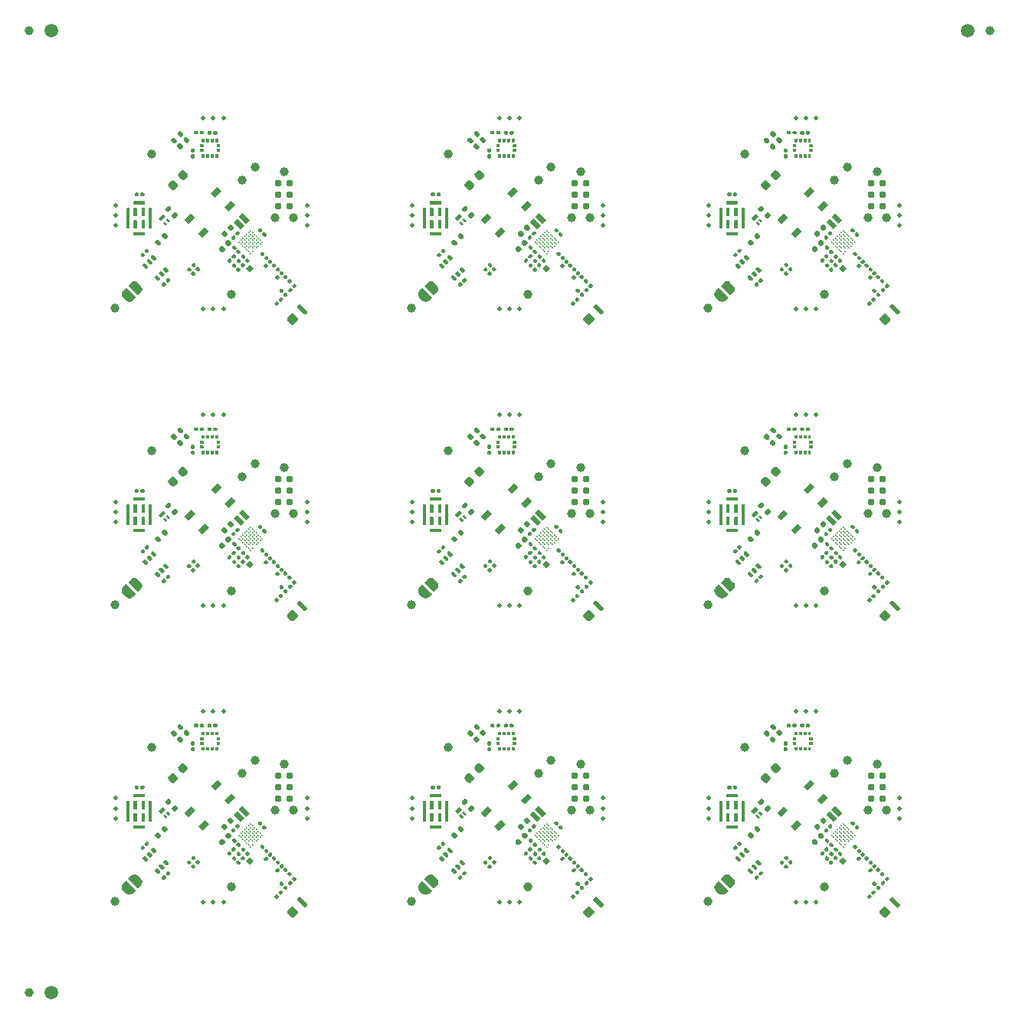
<source format=gbr>
G04 #@! TF.GenerationSoftware,KiCad,Pcbnew,9.0.0-rc2-3baa6cd791~182~ubuntu24.04.1*
G04 #@! TF.CreationDate,2025-02-06T23:06:31-05:00*
G04 #@! TF.ProjectId,PCA20073_Tiny_Board_Panel,50434132-3030-4373-935f-54696e795f42,rev?*
G04 #@! TF.SameCoordinates,PX5630ad8PY1312d00*
G04 #@! TF.FileFunction,Soldermask,Top*
G04 #@! TF.FilePolarity,Negative*
%FSLAX46Y46*%
G04 Gerber Fmt 4.6, Leading zero omitted, Abs format (unit mm)*
G04 Created by KiCad (PCBNEW 9.0.0-rc2-3baa6cd791~182~ubuntu24.04.1) date 2025-02-06 23:06:31*
%MOMM*%
%LPD*%
G01*
G04 APERTURE LIST*
%ADD10C,0.000000*%
%ADD11C,1.000000*%
%ADD12C,0.500000*%
%ADD13C,0.170000*%
%ADD14C,0.990600*%
%ADD15C,0.787400*%
%ADD16C,1.500000*%
G04 APERTURE END LIST*
D10*
G36*
X95378754Y-31182402D02*
G01*
X94954490Y-31606666D01*
X94530226Y-31182402D01*
X94954490Y-30758138D01*
X95378754Y-31182402D01*
G37*
G36*
X62630033Y-63931139D02*
G01*
X62205769Y-64355403D01*
X61781505Y-63931139D01*
X62205769Y-63506875D01*
X62630033Y-63931139D01*
G37*
G36*
X29881312Y-31182402D02*
G01*
X29457048Y-31606666D01*
X29032784Y-31182402D01*
X29457048Y-30758138D01*
X29881312Y-31182402D01*
G37*
G36*
X29881312Y-96679876D02*
G01*
X29457048Y-97104140D01*
X29032784Y-96679876D01*
X29457048Y-96255612D01*
X29881312Y-96679876D01*
G37*
G36*
X29881312Y-63931139D02*
G01*
X29457048Y-64355403D01*
X29032784Y-63931139D01*
X29457048Y-63506875D01*
X29881312Y-63931139D01*
G37*
G36*
X95378754Y-63931139D02*
G01*
X94954490Y-64355403D01*
X94530226Y-63931139D01*
X94954490Y-63506875D01*
X95378754Y-63931139D01*
G37*
G36*
X95378754Y-96679876D02*
G01*
X94954490Y-97104140D01*
X94530226Y-96679876D01*
X94954490Y-96255612D01*
X95378754Y-96679876D01*
G37*
G36*
X62630033Y-96679876D02*
G01*
X62205769Y-97104140D01*
X61781505Y-96679876D01*
X62205769Y-96255612D01*
X62630033Y-96679876D01*
G37*
G36*
X62630033Y-31182402D02*
G01*
X62205769Y-31606666D01*
X61781505Y-31182402D01*
X62205769Y-30758138D01*
X62630033Y-31182402D01*
G37*
G36*
G01*
X88474704Y-30769593D02*
X88616126Y-30628171D01*
G75*
G02*
X88757548Y-30628171I70711J-70711D01*
G01*
X88941396Y-30812019D01*
G75*
G02*
X88941396Y-30953441I-70711J-70711D01*
G01*
X88799974Y-31094863D01*
G75*
G02*
X88658552Y-31094863I-70711J70711D01*
G01*
X88474704Y-30911015D01*
G75*
G02*
X88474704Y-30769593I70711J70711D01*
G01*
G37*
G36*
G01*
X88927252Y-31222141D02*
X89068674Y-31080719D01*
G75*
G02*
X89210096Y-31080719I70711J-70711D01*
G01*
X89393944Y-31264567D01*
G75*
G02*
X89393944Y-31405989I-70711J-70711D01*
G01*
X89252522Y-31547411D01*
G75*
G02*
X89111100Y-31547411I-70711J70711D01*
G01*
X88927252Y-31363563D01*
G75*
G02*
X88927252Y-31222141I70711J70711D01*
G01*
G37*
D11*
X62719269Y-20071068D03*
G36*
G01*
X63320310Y-62287964D02*
X63461732Y-62146542D01*
G75*
G02*
X63603154Y-62146542I70711J-70711D01*
G01*
X63787002Y-62330390D01*
G75*
G02*
X63787002Y-62471812I-70711J-70711D01*
G01*
X63645580Y-62613234D01*
G75*
G02*
X63504158Y-62613234I-70711J70711D01*
G01*
X63320310Y-62429386D01*
G75*
G02*
X63320310Y-62287964I70711J70711D01*
G01*
G37*
G36*
G01*
X63772858Y-62740512D02*
X63914280Y-62599090D01*
G75*
G02*
X64055702Y-62599090I70711J-70711D01*
G01*
X64239550Y-62782938D01*
G75*
G02*
X64239550Y-62924360I-70711J-70711D01*
G01*
X64098128Y-63065782D01*
G75*
G02*
X63956706Y-63065782I-70711J70711D01*
G01*
X63772858Y-62881934D01*
G75*
G02*
X63772858Y-62740512I70711J70711D01*
G01*
G37*
D12*
X24249360Y-101224871D03*
D11*
X94053777Y-86982755D03*
X92922406Y-99569256D03*
X18586129Y-18586143D03*
G36*
G01*
X55774476Y-83462907D02*
X55974476Y-83462907D01*
G75*
G02*
X56074476Y-83562907I0J-100000D01*
G01*
X56074476Y-83822907D01*
G75*
G02*
X55974476Y-83922907I-100000J0D01*
G01*
X55774476Y-83922907D01*
G75*
G02*
X55674476Y-83822907I0J100000D01*
G01*
X55674476Y-83562907D01*
G75*
G02*
X55774476Y-83462907I100000J0D01*
G01*
G37*
G36*
G01*
X55774476Y-84102907D02*
X55974476Y-84102907D01*
G75*
G02*
X56074476Y-84202907I0J-100000D01*
G01*
X56074476Y-84462907D01*
G75*
G02*
X55974476Y-84562907I-100000J0D01*
G01*
X55774476Y-84562907D01*
G75*
G02*
X55674476Y-84462907I0J100000D01*
G01*
X55674476Y-84202907D01*
G75*
G02*
X55774476Y-84102907I100000J0D01*
G01*
G37*
G36*
G01*
X63989142Y-60327750D02*
X63847720Y-60469172D01*
G75*
G02*
X63706298Y-60469172I-70711J70711D01*
G01*
X63522450Y-60285324D01*
G75*
G02*
X63522450Y-60143902I70711J70711D01*
G01*
X63663872Y-60002480D01*
G75*
G02*
X63805294Y-60002480I70711J-70711D01*
G01*
X63989142Y-60186328D01*
G75*
G02*
X63989142Y-60327750I-70711J-70711D01*
G01*
G37*
G36*
G01*
X63536594Y-59875202D02*
X63395172Y-60016624D01*
G75*
G02*
X63253750Y-60016624I-70711J70711D01*
G01*
X63069902Y-59832776D01*
G75*
G02*
X63069902Y-59691354I70711J70711D01*
G01*
X63211324Y-59549932D01*
G75*
G02*
X63352746Y-59549932I70711J-70711D01*
G01*
X63536594Y-59733780D01*
G75*
G02*
X63536594Y-59875202I-70711J-70711D01*
G01*
G37*
G36*
G01*
X65696189Y-67181143D02*
X65837611Y-67322565D01*
G75*
G02*
X65837611Y-67463987I-70711J-70711D01*
G01*
X65653763Y-67647835D01*
G75*
G02*
X65512341Y-67647835I-70711J70711D01*
G01*
X65370919Y-67506413D01*
G75*
G02*
X65370919Y-67364991I70711J70711D01*
G01*
X65554767Y-67181143D01*
G75*
G02*
X65696189Y-67181143I70711J-70711D01*
G01*
G37*
G36*
G01*
X65243641Y-67633691D02*
X65385063Y-67775113D01*
G75*
G02*
X65385063Y-67916535I-70711J-70711D01*
G01*
X65201215Y-68100383D01*
G75*
G02*
X65059793Y-68100383I-70711J70711D01*
G01*
X64918371Y-67958961D01*
G75*
G02*
X64918371Y-67817539I70711J70711D01*
G01*
X65102219Y-67633691D01*
G75*
G02*
X65243641Y-67633691I70711J-70711D01*
G01*
G37*
G36*
G01*
X65865894Y-32084812D02*
X66007316Y-31943390D01*
G75*
G02*
X66148738Y-31943390I70711J-70711D01*
G01*
X66332586Y-32127238D01*
G75*
G02*
X66332586Y-32268660I-70711J-70711D01*
G01*
X66191164Y-32410082D01*
G75*
G02*
X66049742Y-32410082I-70711J70711D01*
G01*
X65865894Y-32226234D01*
G75*
G02*
X65865894Y-32084812I70711J70711D01*
G01*
G37*
G36*
G01*
X66318442Y-32537360D02*
X66459864Y-32395938D01*
G75*
G02*
X66601286Y-32395938I70711J-70711D01*
G01*
X66785134Y-32579786D01*
G75*
G02*
X66785134Y-32721208I-70711J-70711D01*
G01*
X66643712Y-32862630D01*
G75*
G02*
X66502290Y-32862630I-70711J70711D01*
G01*
X66318442Y-32678782D01*
G75*
G02*
X66318442Y-32537360I70711J70711D01*
G01*
G37*
G36*
G01*
X20800257Y-22532684D02*
X20437864Y-22170291D01*
G75*
G02*
X20437864Y-21860931I154680J154680D01*
G01*
X20747223Y-21551572D01*
G75*
G02*
X21056583Y-21551572I154680J-154680D01*
G01*
X21418976Y-21913965D01*
G75*
G02*
X21418976Y-22223325I-154680J-154680D01*
G01*
X21109617Y-22532684D01*
G75*
G02*
X20800257Y-22532684I-154680J154680D01*
G01*
G37*
G36*
G01*
X21913951Y-21418990D02*
X21551558Y-21056597D01*
G75*
G02*
X21551558Y-20747237I154680J154680D01*
G01*
X21860917Y-20437878D01*
G75*
G02*
X22170277Y-20437878I154680J-154680D01*
G01*
X22532670Y-20800271D01*
G75*
G02*
X22532670Y-21109631I-154680J-154680D01*
G01*
X22223311Y-21418990D01*
G75*
G02*
X21913951Y-21418990I-154680J154680D01*
G01*
G37*
D12*
X58123080Y-47355841D03*
G36*
G01*
X54576934Y-81555712D02*
X54838563Y-81817341D01*
G75*
G02*
X54838563Y-82008259I-95459J-95459D01*
G01*
X54647644Y-82199178D01*
G75*
G02*
X54456726Y-82199178I-95459J95459D01*
G01*
X54195097Y-81937549D01*
G75*
G02*
X54195097Y-81746631I95459J95459D01*
G01*
X54386016Y-81555712D01*
G75*
G02*
X54576934Y-81555712I95459J-95459D01*
G01*
G37*
G36*
G01*
X53855686Y-82276960D02*
X54117315Y-82538589D01*
G75*
G02*
X54117315Y-82729507I-95459J-95459D01*
G01*
X53926396Y-82920426D01*
G75*
G02*
X53735478Y-82920426I-95459J95459D01*
G01*
X53473849Y-82658797D01*
G75*
G02*
X53473849Y-82467879I95459J95459D01*
G01*
X53664768Y-82276960D01*
G75*
G02*
X53855686Y-82276960I95459J-95459D01*
G01*
G37*
G36*
G01*
X57151522Y-84502221D02*
X56887522Y-84502221D01*
G75*
G02*
X56854522Y-84469221I0J33000D01*
G01*
X56854522Y-84145221D01*
G75*
G02*
X56887522Y-84112221I33000J0D01*
G01*
X57151522Y-84112221D01*
G75*
G02*
X57184522Y-84145221I0J-33000D01*
G01*
X57184522Y-84469221D01*
G75*
G02*
X57151522Y-84502221I-33000J0D01*
G01*
G37*
G36*
G01*
X57651522Y-84502221D02*
X57387522Y-84502221D01*
G75*
G02*
X57354522Y-84469221I0J33000D01*
G01*
X57354522Y-84145221D01*
G75*
G02*
X57387522Y-84112221I33000J0D01*
G01*
X57651522Y-84112221D01*
G75*
G02*
X57684522Y-84145221I0J-33000D01*
G01*
X57684522Y-84469221D01*
G75*
G02*
X57651522Y-84502221I-33000J0D01*
G01*
G37*
G36*
G01*
X58151522Y-84502221D02*
X57887522Y-84502221D01*
G75*
G02*
X57854522Y-84469221I0J33000D01*
G01*
X57854522Y-84145221D01*
G75*
G02*
X57887522Y-84112221I33000J0D01*
G01*
X58151522Y-84112221D01*
G75*
G02*
X58184522Y-84145221I0J-33000D01*
G01*
X58184522Y-84469221D01*
G75*
G02*
X58151522Y-84502221I-33000J0D01*
G01*
G37*
G36*
G01*
X58651522Y-84502221D02*
X58387522Y-84502221D01*
G75*
G02*
X58354522Y-84469221I0J33000D01*
G01*
X58354522Y-84145221D01*
G75*
G02*
X58387522Y-84112221I33000J0D01*
G01*
X58651522Y-84112221D01*
G75*
G02*
X58684522Y-84145221I0J-33000D01*
G01*
X58684522Y-84469221D01*
G75*
G02*
X58651522Y-84502221I-33000J0D01*
G01*
G37*
G36*
G01*
X58845922Y-83862221D02*
X58521922Y-83862221D01*
G75*
G02*
X58488922Y-83829221I0J33000D01*
G01*
X58488922Y-83565221D01*
G75*
G02*
X58521922Y-83532221I33000J0D01*
G01*
X58845922Y-83532221D01*
G75*
G02*
X58878922Y-83565221I0J-33000D01*
G01*
X58878922Y-83829221D01*
G75*
G02*
X58845922Y-83862221I-33000J0D01*
G01*
G37*
G36*
G01*
X58845922Y-83362221D02*
X58521922Y-83362221D01*
G75*
G02*
X58488922Y-83329221I0J33000D01*
G01*
X58488922Y-83065221D01*
G75*
G02*
X58521922Y-83032221I33000J0D01*
G01*
X58845922Y-83032221D01*
G75*
G02*
X58878922Y-83065221I0J-33000D01*
G01*
X58878922Y-83329221D01*
G75*
G02*
X58845922Y-83362221I-33000J0D01*
G01*
G37*
G36*
G01*
X58651522Y-82782221D02*
X58387522Y-82782221D01*
G75*
G02*
X58354522Y-82749221I0J33000D01*
G01*
X58354522Y-82425221D01*
G75*
G02*
X58387522Y-82392221I33000J0D01*
G01*
X58651522Y-82392221D01*
G75*
G02*
X58684522Y-82425221I0J-33000D01*
G01*
X58684522Y-82749221D01*
G75*
G02*
X58651522Y-82782221I-33000J0D01*
G01*
G37*
G36*
G01*
X58151522Y-82782221D02*
X57887522Y-82782221D01*
G75*
G02*
X57854522Y-82749221I0J33000D01*
G01*
X57854522Y-82425221D01*
G75*
G02*
X57887522Y-82392221I33000J0D01*
G01*
X58151522Y-82392221D01*
G75*
G02*
X58184522Y-82425221I0J-33000D01*
G01*
X58184522Y-82749221D01*
G75*
G02*
X58151522Y-82782221I-33000J0D01*
G01*
G37*
G36*
G01*
X57651522Y-82782221D02*
X57387522Y-82782221D01*
G75*
G02*
X57354522Y-82749221I0J33000D01*
G01*
X57354522Y-82425221D01*
G75*
G02*
X57387522Y-82392221I33000J0D01*
G01*
X57651522Y-82392221D01*
G75*
G02*
X57684522Y-82425221I0J-33000D01*
G01*
X57684522Y-82749221D01*
G75*
G02*
X57651522Y-82782221I-33000J0D01*
G01*
G37*
G36*
G01*
X57151522Y-82782221D02*
X56887522Y-82782221D01*
G75*
G02*
X56854522Y-82749221I0J33000D01*
G01*
X56854522Y-82425221D01*
G75*
G02*
X56887522Y-82392221I33000J0D01*
G01*
X57151522Y-82392221D01*
G75*
G02*
X57184522Y-82425221I0J-33000D01*
G01*
X57184522Y-82749221D01*
G75*
G02*
X57151522Y-82782221I-33000J0D01*
G01*
G37*
G36*
G01*
X57017122Y-83362221D02*
X56693122Y-83362221D01*
G75*
G02*
X56660122Y-83329221I0J33000D01*
G01*
X56660122Y-83065221D01*
G75*
G02*
X56693122Y-83032221I33000J0D01*
G01*
X57017122Y-83032221D01*
G75*
G02*
X57050122Y-83065221I0J-33000D01*
G01*
X57050122Y-83329221D01*
G75*
G02*
X57017122Y-83362221I-33000J0D01*
G01*
G37*
G36*
G01*
X57017122Y-83862221D02*
X56693122Y-83862221D01*
G75*
G02*
X56660122Y-83829221I0J33000D01*
G01*
X56660122Y-83565221D01*
G75*
G02*
X56693122Y-83532221I33000J0D01*
G01*
X57017122Y-83532221D01*
G75*
G02*
X57050122Y-83565221I0J-33000D01*
G01*
X57050122Y-83829221D01*
G75*
G02*
X57017122Y-83862221I-33000J0D01*
G01*
G37*
G36*
G01*
X54576934Y-48806975D02*
X54838563Y-49068604D01*
G75*
G02*
X54838563Y-49259522I-95459J-95459D01*
G01*
X54647644Y-49450441D01*
G75*
G02*
X54456726Y-49450441I-95459J95459D01*
G01*
X54195097Y-49188812D01*
G75*
G02*
X54195097Y-48997894I95459J95459D01*
G01*
X54386016Y-48806975D01*
G75*
G02*
X54576934Y-48806975I95459J-95459D01*
G01*
G37*
G36*
G01*
X53855686Y-49528223D02*
X54117315Y-49789852D01*
G75*
G02*
X54117315Y-49980770I-95459J-95459D01*
G01*
X53926396Y-50171689D01*
G75*
G02*
X53735478Y-50171689I-95459J95459D01*
G01*
X53473849Y-49910060D01*
G75*
G02*
X53473849Y-49719142I95459J95459D01*
G01*
X53664768Y-49528223D01*
G75*
G02*
X53855686Y-49528223I95459J-95459D01*
G01*
G37*
D11*
X84083571Y-84083617D03*
G36*
G01*
X18133581Y-61800060D02*
X18275003Y-61941482D01*
G75*
G02*
X18275003Y-62082904I-70711J-70711D01*
G01*
X18091155Y-62266752D01*
G75*
G02*
X17949733Y-62266752I-70711J70711D01*
G01*
X17808311Y-62125330D01*
G75*
G02*
X17808311Y-61983908I70711J70711D01*
G01*
X17992159Y-61800060D01*
G75*
G02*
X18133581Y-61800060I70711J-70711D01*
G01*
G37*
G36*
G01*
X17681033Y-62252608D02*
X17822455Y-62394030D01*
G75*
G02*
X17822455Y-62535452I-70711J-70711D01*
G01*
X17638607Y-62719300D01*
G75*
G02*
X17497185Y-62719300I-70711J70711D01*
G01*
X17355763Y-62577878D01*
G75*
G02*
X17355763Y-62436456I70711J70711D01*
G01*
X17539611Y-62252608D01*
G75*
G02*
X17681033Y-62252608I70711J-70711D01*
G01*
G37*
G36*
G01*
X57488223Y-16338549D02*
X57488223Y-16138549D01*
G75*
G02*
X57588223Y-16038549I100000J0D01*
G01*
X57848223Y-16038549D01*
G75*
G02*
X57948223Y-16138549I0J-100000D01*
G01*
X57948223Y-16338549D01*
G75*
G02*
X57848223Y-16438549I-100000J0D01*
G01*
X57588223Y-16438549D01*
G75*
G02*
X57488223Y-16338549I0J100000D01*
G01*
G37*
G36*
G01*
X58128223Y-16338549D02*
X58128223Y-16138549D01*
G75*
G02*
X58228223Y-16038549I100000J0D01*
G01*
X58488223Y-16038549D01*
G75*
G02*
X58588223Y-16138549I0J-100000D01*
G01*
X58588223Y-16338549D01*
G75*
G02*
X58488223Y-16438549I-100000J0D01*
G01*
X58228223Y-16438549D01*
G75*
G02*
X58128223Y-16338549I0J100000D01*
G01*
G37*
D12*
X25374359Y-14607105D03*
X47355813Y-56998105D03*
G36*
X20106409Y-59219121D02*
G01*
X19823566Y-58936278D01*
X20000343Y-58759501D01*
X20283186Y-59042344D01*
X20106409Y-59219121D01*
G37*
G36*
X20424607Y-58900923D02*
G01*
X20141764Y-58618080D01*
X20318541Y-58441303D01*
X20601384Y-58724146D01*
X20424607Y-58900923D01*
G37*
G36*
X19611435Y-58724147D02*
G01*
X19328592Y-58441304D01*
X19823567Y-57946329D01*
X20106410Y-58229172D01*
X19611435Y-58724147D01*
G37*
G36*
G01*
X33117173Y-64833549D02*
X33258595Y-64692127D01*
G75*
G02*
X33400017Y-64692127I70711J-70711D01*
G01*
X33583865Y-64875975D01*
G75*
G02*
X33583865Y-65017397I-70711J-70711D01*
G01*
X33442443Y-65158819D01*
G75*
G02*
X33301021Y-65158819I-70711J70711D01*
G01*
X33117173Y-64974971D01*
G75*
G02*
X33117173Y-64833549I70711J70711D01*
G01*
G37*
G36*
G01*
X33569721Y-65286097D02*
X33711143Y-65144675D01*
G75*
G02*
X33852565Y-65144675I70711J-70711D01*
G01*
X34036413Y-65328523D01*
G75*
G02*
X34036413Y-65469945I-70711J-70711D01*
G01*
X33894991Y-65611367D01*
G75*
G02*
X33753569Y-65611367I-70711J70711D01*
G01*
X33569721Y-65427519D01*
G75*
G02*
X33569721Y-65286097I70711J70711D01*
G01*
G37*
G36*
G01*
X64593102Y-63560757D02*
X64734524Y-63419335D01*
G75*
G02*
X64875946Y-63419335I70711J-70711D01*
G01*
X65059794Y-63603183D01*
G75*
G02*
X65059794Y-63744605I-70711J-70711D01*
G01*
X64918372Y-63886027D01*
G75*
G02*
X64776950Y-63886027I-70711J70711D01*
G01*
X64593102Y-63702179D01*
G75*
G02*
X64593102Y-63560757I70711J70711D01*
G01*
G37*
G36*
G01*
X65045650Y-64013305D02*
X65187072Y-63871883D01*
G75*
G02*
X65328494Y-63871883I70711J-70711D01*
G01*
X65512342Y-64055731D01*
G75*
G02*
X65512342Y-64197153I-70711J-70711D01*
G01*
X65370920Y-64338575D01*
G75*
G02*
X65229498Y-64338575I-70711J70711D01*
G01*
X65045650Y-64154727D01*
G75*
G02*
X65045650Y-64013305I70711J70711D01*
G01*
G37*
D11*
X60173685Y-34071782D03*
D12*
X35727381Y-59248105D03*
D13*
X29518849Y-95096947D03*
X29306717Y-94884815D03*
X29094585Y-94672683D03*
X28882453Y-94460551D03*
X28670321Y-94248419D03*
X28458189Y-94036287D03*
X28246057Y-93824155D03*
X29730981Y-94884815D03*
X29306717Y-94460551D03*
X29094585Y-94248419D03*
X28882453Y-94036287D03*
X28670321Y-93824155D03*
X28458189Y-93612023D03*
X29730981Y-94460551D03*
X29518849Y-94248419D03*
X29306717Y-94036287D03*
X29094585Y-93824155D03*
X28882453Y-93612023D03*
X28670321Y-93399891D03*
X30155245Y-94460551D03*
X29943113Y-94248419D03*
X29730981Y-94036287D03*
X29518849Y-93824155D03*
X29306717Y-93612023D03*
X29094585Y-93399891D03*
X28882453Y-93187759D03*
X30367377Y-94248419D03*
X30155245Y-94036287D03*
X29943113Y-93824155D03*
X29730981Y-93612023D03*
X29518849Y-93399891D03*
X29306717Y-93187759D03*
X29094585Y-92975627D03*
X30579509Y-94036287D03*
X30367377Y-93824155D03*
X30155245Y-93612023D03*
X29943113Y-93399891D03*
X29730981Y-93187759D03*
X29518849Y-92975627D03*
X29306717Y-92763495D03*
X30791641Y-93824155D03*
X30579509Y-93612023D03*
X30367377Y-93399891D03*
X30155245Y-93187759D03*
X29943113Y-92975627D03*
X29730981Y-92763495D03*
X29518849Y-92551362D03*
G36*
G01*
X96737863Y-93076487D02*
X96596441Y-93217909D01*
G75*
G02*
X96455019Y-93217909I-70711J70711D01*
G01*
X96271171Y-93034061D01*
G75*
G02*
X96271171Y-92892639I70711J70711D01*
G01*
X96412593Y-92751217D01*
G75*
G02*
X96554015Y-92751217I70711J-70711D01*
G01*
X96737863Y-92935065D01*
G75*
G02*
X96737863Y-93076487I-70711J-70711D01*
G01*
G37*
G36*
G01*
X96285315Y-92623939D02*
X96143893Y-92765361D01*
G75*
G02*
X96002471Y-92765361I-70711J70711D01*
G01*
X95818623Y-92581513D01*
G75*
G02*
X95818623Y-92440091I70711J70711D01*
G01*
X95960045Y-92298669D01*
G75*
G02*
X96101467Y-92298669I70711J-70711D01*
G01*
X96285315Y-92482517D01*
G75*
G02*
X96285315Y-92623939I-70711J-70711D01*
G01*
G37*
D12*
X68476105Y-90871842D03*
D13*
X29518849Y-62348210D03*
X29306717Y-62136078D03*
X29094585Y-61923946D03*
X28882453Y-61711814D03*
X28670321Y-61499682D03*
X28458189Y-61287550D03*
X28246057Y-61075418D03*
X29730981Y-62136078D03*
X29306717Y-61711814D03*
X29094585Y-61499682D03*
X28882453Y-61287550D03*
X28670321Y-61075418D03*
X28458189Y-60863286D03*
X29730981Y-61711814D03*
X29518849Y-61499682D03*
X29306717Y-61287550D03*
X29094585Y-61075418D03*
X28882453Y-60863286D03*
X28670321Y-60651154D03*
X30155245Y-61711814D03*
X29943113Y-61499682D03*
X29730981Y-61287550D03*
X29518849Y-61075418D03*
X29306717Y-60863286D03*
X29094585Y-60651154D03*
X28882453Y-60439022D03*
X30367377Y-61499682D03*
X30155245Y-61287550D03*
X29943113Y-61075418D03*
X29730981Y-60863286D03*
X29518849Y-60651154D03*
X29306717Y-60439022D03*
X29094585Y-60226890D03*
X30579509Y-61287550D03*
X30367377Y-61075418D03*
X30155245Y-60863286D03*
X29943113Y-60651154D03*
X29730981Y-60439022D03*
X29518849Y-60226890D03*
X29306717Y-60014758D03*
X30791641Y-61075418D03*
X30579509Y-60863286D03*
X30367377Y-60651154D03*
X30155245Y-60439022D03*
X29943113Y-60226890D03*
X29730981Y-60014758D03*
X29518849Y-59802625D03*
D11*
X28556335Y-86982755D03*
G36*
G01*
X32947468Y-34432406D02*
X33088890Y-34573828D01*
G75*
G02*
X33088890Y-34715250I-70711J-70711D01*
G01*
X32905042Y-34899098D01*
G75*
G02*
X32763620Y-34899098I-70711J70711D01*
G01*
X32622198Y-34757676D01*
G75*
G02*
X32622198Y-34616254I70711J70711D01*
G01*
X32806046Y-34432406D01*
G75*
G02*
X32947468Y-34432406I70711J-70711D01*
G01*
G37*
G36*
G01*
X32494920Y-34884954D02*
X32636342Y-35026376D01*
G75*
G02*
X32636342Y-35167798I-70711J-70711D01*
G01*
X32452494Y-35351646D01*
G75*
G02*
X32311072Y-35351646I-70711J70711D01*
G01*
X32169650Y-35210224D01*
G75*
G02*
X32169650Y-35068802I70711J70711D01*
G01*
X32353498Y-34884954D01*
G75*
G02*
X32494920Y-34884954I70711J-70711D01*
G01*
G37*
G36*
G01*
X55725983Y-63518330D02*
X55867405Y-63376908D01*
G75*
G02*
X56008827Y-63376908I70711J-70711D01*
G01*
X56192675Y-63560756D01*
G75*
G02*
X56192675Y-63702178I-70711J-70711D01*
G01*
X56051253Y-63843600D01*
G75*
G02*
X55909831Y-63843600I-70711J70711D01*
G01*
X55725983Y-63659752D01*
G75*
G02*
X55725983Y-63518330I70711J70711D01*
G01*
G37*
G36*
G01*
X56178531Y-63970878D02*
X56319953Y-63829456D01*
G75*
G02*
X56461375Y-63829456I70711J-70711D01*
G01*
X56645223Y-64013304D01*
G75*
G02*
X56645223Y-64154726I-70711J-70711D01*
G01*
X56503801Y-64296148D01*
G75*
G02*
X56362379Y-64296148I-70711J70711D01*
G01*
X56178531Y-64112300D01*
G75*
G02*
X56178531Y-63970878I70711J70711D01*
G01*
G37*
D12*
X68476108Y-89746842D03*
G36*
G01*
X55774476Y-17965433D02*
X55974476Y-17965433D01*
G75*
G02*
X56074476Y-18065433I0J-100000D01*
G01*
X56074476Y-18325433D01*
G75*
G02*
X55974476Y-18425433I-100000J0D01*
G01*
X55774476Y-18425433D01*
G75*
G02*
X55674476Y-18325433I0J100000D01*
G01*
X55674476Y-18065433D01*
G75*
G02*
X55774476Y-17965433I100000J0D01*
G01*
G37*
G36*
G01*
X55774476Y-18605433D02*
X55974476Y-18605433D01*
G75*
G02*
X56074476Y-18705433I0J-100000D01*
G01*
X56074476Y-18965433D01*
G75*
G02*
X55974476Y-19065433I-100000J0D01*
G01*
X55774476Y-19065433D01*
G75*
G02*
X55674476Y-18965433I0J100000D01*
G01*
X55674476Y-18705433D01*
G75*
G02*
X55774476Y-18605433I100000J0D01*
G01*
G37*
G36*
G01*
X60218798Y-96319252D02*
X60360220Y-96177830D01*
G75*
G02*
X60501642Y-96177830I70711J-70711D01*
G01*
X60685490Y-96361678D01*
G75*
G02*
X60685490Y-96503100I-70711J-70711D01*
G01*
X60544068Y-96644522D01*
G75*
G02*
X60402646Y-96644522I-70711J70711D01*
G01*
X60218798Y-96460674D01*
G75*
G02*
X60218798Y-96319252I70711J70711D01*
G01*
G37*
G36*
G01*
X60671346Y-96771800D02*
X60812768Y-96630378D01*
G75*
G02*
X60954190Y-96630378I70711J-70711D01*
G01*
X61138038Y-96814226D01*
G75*
G02*
X61138038Y-96955648I-70711J-70711D01*
G01*
X60996616Y-97097070D01*
G75*
G02*
X60855194Y-97097070I-70711J70711D01*
G01*
X60671346Y-96913222D01*
G75*
G02*
X60671346Y-96771800I70711J70711D01*
G01*
G37*
X35727387Y-89746842D03*
X14607093Y-59248105D03*
G36*
G01*
X55725983Y-96267067D02*
X55867405Y-96125645D01*
G75*
G02*
X56008827Y-96125645I70711J-70711D01*
G01*
X56192675Y-96309493D01*
G75*
G02*
X56192675Y-96450915I-70711J-70711D01*
G01*
X56051253Y-96592337D01*
G75*
G02*
X55909831Y-96592337I-70711J70711D01*
G01*
X55725983Y-96408489D01*
G75*
G02*
X55725983Y-96267067I70711J70711D01*
G01*
G37*
G36*
G01*
X56178531Y-96719615D02*
X56319953Y-96578193D01*
G75*
G02*
X56461375Y-96578193I70711J-70711D01*
G01*
X56645223Y-96762041D01*
G75*
G02*
X56645223Y-96903463I-70711J-70711D01*
G01*
X56503801Y-97044885D01*
G75*
G02*
X56362379Y-97044885I-70711J70711D01*
G01*
X56178531Y-96861037D01*
G75*
G02*
X56178531Y-96719615I70711J70711D01*
G01*
G37*
G36*
G01*
X65865894Y-64833549D02*
X66007316Y-64692127D01*
G75*
G02*
X66148738Y-64692127I70711J-70711D01*
G01*
X66332586Y-64875975D01*
G75*
G02*
X66332586Y-65017397I-70711J-70711D01*
G01*
X66191164Y-65158819D01*
G75*
G02*
X66049742Y-65158819I-70711J70711D01*
G01*
X65865894Y-64974971D01*
G75*
G02*
X65865894Y-64833549I70711J70711D01*
G01*
G37*
G36*
G01*
X66318442Y-65286097D02*
X66459864Y-65144675D01*
G75*
G02*
X66601286Y-65144675I70711J-70711D01*
G01*
X66785134Y-65328523D01*
G75*
G02*
X66785134Y-65469945I-70711J-70711D01*
G01*
X66643712Y-65611367D01*
G75*
G02*
X66502290Y-65611367I-70711J70711D01*
G01*
X66318442Y-65427519D01*
G75*
G02*
X66318442Y-65286097I70711J70711D01*
G01*
G37*
G36*
G01*
X57151522Y-51753484D02*
X56887522Y-51753484D01*
G75*
G02*
X56854522Y-51720484I0J33000D01*
G01*
X56854522Y-51396484D01*
G75*
G02*
X56887522Y-51363484I33000J0D01*
G01*
X57151522Y-51363484D01*
G75*
G02*
X57184522Y-51396484I0J-33000D01*
G01*
X57184522Y-51720484D01*
G75*
G02*
X57151522Y-51753484I-33000J0D01*
G01*
G37*
G36*
G01*
X57651522Y-51753484D02*
X57387522Y-51753484D01*
G75*
G02*
X57354522Y-51720484I0J33000D01*
G01*
X57354522Y-51396484D01*
G75*
G02*
X57387522Y-51363484I33000J0D01*
G01*
X57651522Y-51363484D01*
G75*
G02*
X57684522Y-51396484I0J-33000D01*
G01*
X57684522Y-51720484D01*
G75*
G02*
X57651522Y-51753484I-33000J0D01*
G01*
G37*
G36*
G01*
X58151522Y-51753484D02*
X57887522Y-51753484D01*
G75*
G02*
X57854522Y-51720484I0J33000D01*
G01*
X57854522Y-51396484D01*
G75*
G02*
X57887522Y-51363484I33000J0D01*
G01*
X58151522Y-51363484D01*
G75*
G02*
X58184522Y-51396484I0J-33000D01*
G01*
X58184522Y-51720484D01*
G75*
G02*
X58151522Y-51753484I-33000J0D01*
G01*
G37*
G36*
G01*
X58651522Y-51753484D02*
X58387522Y-51753484D01*
G75*
G02*
X58354522Y-51720484I0J33000D01*
G01*
X58354522Y-51396484D01*
G75*
G02*
X58387522Y-51363484I33000J0D01*
G01*
X58651522Y-51363484D01*
G75*
G02*
X58684522Y-51396484I0J-33000D01*
G01*
X58684522Y-51720484D01*
G75*
G02*
X58651522Y-51753484I-33000J0D01*
G01*
G37*
G36*
G01*
X58845922Y-51113484D02*
X58521922Y-51113484D01*
G75*
G02*
X58488922Y-51080484I0J33000D01*
G01*
X58488922Y-50816484D01*
G75*
G02*
X58521922Y-50783484I33000J0D01*
G01*
X58845922Y-50783484D01*
G75*
G02*
X58878922Y-50816484I0J-33000D01*
G01*
X58878922Y-51080484D01*
G75*
G02*
X58845922Y-51113484I-33000J0D01*
G01*
G37*
G36*
G01*
X58845922Y-50613484D02*
X58521922Y-50613484D01*
G75*
G02*
X58488922Y-50580484I0J33000D01*
G01*
X58488922Y-50316484D01*
G75*
G02*
X58521922Y-50283484I33000J0D01*
G01*
X58845922Y-50283484D01*
G75*
G02*
X58878922Y-50316484I0J-33000D01*
G01*
X58878922Y-50580484D01*
G75*
G02*
X58845922Y-50613484I-33000J0D01*
G01*
G37*
G36*
G01*
X58651522Y-50033484D02*
X58387522Y-50033484D01*
G75*
G02*
X58354522Y-50000484I0J33000D01*
G01*
X58354522Y-49676484D01*
G75*
G02*
X58387522Y-49643484I33000J0D01*
G01*
X58651522Y-49643484D01*
G75*
G02*
X58684522Y-49676484I0J-33000D01*
G01*
X58684522Y-50000484D01*
G75*
G02*
X58651522Y-50033484I-33000J0D01*
G01*
G37*
G36*
G01*
X58151522Y-50033484D02*
X57887522Y-50033484D01*
G75*
G02*
X57854522Y-50000484I0J33000D01*
G01*
X57854522Y-49676484D01*
G75*
G02*
X57887522Y-49643484I33000J0D01*
G01*
X58151522Y-49643484D01*
G75*
G02*
X58184522Y-49676484I0J-33000D01*
G01*
X58184522Y-50000484D01*
G75*
G02*
X58151522Y-50033484I-33000J0D01*
G01*
G37*
G36*
G01*
X57651522Y-50033484D02*
X57387522Y-50033484D01*
G75*
G02*
X57354522Y-50000484I0J33000D01*
G01*
X57354522Y-49676484D01*
G75*
G02*
X57387522Y-49643484I33000J0D01*
G01*
X57651522Y-49643484D01*
G75*
G02*
X57684522Y-49676484I0J-33000D01*
G01*
X57684522Y-50000484D01*
G75*
G02*
X57651522Y-50033484I-33000J0D01*
G01*
G37*
G36*
G01*
X57151522Y-50033484D02*
X56887522Y-50033484D01*
G75*
G02*
X56854522Y-50000484I0J33000D01*
G01*
X56854522Y-49676484D01*
G75*
G02*
X56887522Y-49643484I33000J0D01*
G01*
X57151522Y-49643484D01*
G75*
G02*
X57184522Y-49676484I0J-33000D01*
G01*
X57184522Y-50000484D01*
G75*
G02*
X57151522Y-50033484I-33000J0D01*
G01*
G37*
G36*
G01*
X57017122Y-50613484D02*
X56693122Y-50613484D01*
G75*
G02*
X56660122Y-50580484I0J33000D01*
G01*
X56660122Y-50316484D01*
G75*
G02*
X56693122Y-50283484I33000J0D01*
G01*
X57017122Y-50283484D01*
G75*
G02*
X57050122Y-50316484I0J-33000D01*
G01*
X57050122Y-50580484D01*
G75*
G02*
X57017122Y-50613484I-33000J0D01*
G01*
G37*
G36*
G01*
X57017122Y-51113484D02*
X56693122Y-51113484D01*
G75*
G02*
X56660122Y-51080484I0J33000D01*
G01*
X56660122Y-50816484D01*
G75*
G02*
X56693122Y-50783484I33000J0D01*
G01*
X57017122Y-50783484D01*
G75*
G02*
X57050122Y-50816484I0J-33000D01*
G01*
X57050122Y-51080484D01*
G75*
G02*
X57017122Y-51113484I-33000J0D01*
G01*
G37*
G36*
X49567083Y-34425336D02*
G01*
X49213530Y-34778889D01*
X49210505Y-34775864D01*
X49164357Y-34822012D01*
X49051318Y-34887276D01*
X48925240Y-34921059D01*
X48794714Y-34921059D01*
X48668635Y-34887276D01*
X48555596Y-34822012D01*
X48509448Y-34775864D01*
X48506423Y-34778889D01*
X48152870Y-34425336D01*
X48155895Y-34422311D01*
X48109747Y-34376163D01*
X48044483Y-34263124D01*
X48010700Y-34137045D01*
X48010700Y-34006519D01*
X48044483Y-33880441D01*
X48109747Y-33767402D01*
X48155895Y-33721254D01*
X48152870Y-33718229D01*
X48506423Y-33364676D01*
X49567083Y-34425336D01*
G37*
G36*
X49075133Y-32802016D02*
G01*
X49121281Y-32755868D01*
X49234320Y-32690604D01*
X49360398Y-32656821D01*
X49490924Y-32656821D01*
X49617003Y-32690604D01*
X49730042Y-32755868D01*
X49776190Y-32802016D01*
X49779215Y-32798991D01*
X50132768Y-33152544D01*
X50129743Y-33155569D01*
X50175891Y-33201717D01*
X50241155Y-33314756D01*
X50274938Y-33440835D01*
X50274938Y-33571361D01*
X50241155Y-33697439D01*
X50175891Y-33810478D01*
X50129743Y-33856626D01*
X50132768Y-33859651D01*
X49779215Y-34213204D01*
X48718555Y-33152544D01*
X49072108Y-32798991D01*
X49075133Y-32802016D01*
G37*
X68476102Y-59248105D03*
X80104534Y-89746842D03*
G36*
X93906330Y-92379027D02*
G01*
X93118613Y-91591310D01*
X93525200Y-91184723D01*
X94312917Y-91972440D01*
X93906330Y-92379027D01*
G37*
G36*
X94489694Y-91795663D02*
G01*
X93701977Y-91007946D01*
X94108564Y-90601359D01*
X94896281Y-91389076D01*
X94489694Y-91795663D01*
G37*
X101224823Y-91996842D03*
X35727387Y-24249369D03*
X90871801Y-47355841D03*
G36*
G01*
X82175926Y-23155058D02*
X82175926Y-22955058D01*
G75*
G02*
X82275926Y-22855058I100000J0D01*
G01*
X82535926Y-22855058D01*
G75*
G02*
X82635926Y-22955058I0J-100000D01*
G01*
X82635926Y-23155058D01*
G75*
G02*
X82535926Y-23255058I-100000J0D01*
G01*
X82275926Y-23255058D01*
G75*
G02*
X82175926Y-23155058I0J100000D01*
G01*
G37*
G36*
G01*
X82815926Y-23155058D02*
X82815926Y-22955058D01*
G75*
G02*
X82915926Y-22855058I100000J0D01*
G01*
X83175926Y-22855058D01*
G75*
G02*
X83275926Y-22955058I0J-100000D01*
G01*
X83275926Y-23155058D01*
G75*
G02*
X83175926Y-23255058I-100000J0D01*
G01*
X82915926Y-23255058D01*
G75*
G02*
X82815926Y-23155058I0J100000D01*
G01*
G37*
G36*
G01*
X60218798Y-30821778D02*
X60360220Y-30680356D01*
G75*
G02*
X60501642Y-30680356I70711J-70711D01*
G01*
X60685490Y-30864204D01*
G75*
G02*
X60685490Y-31005626I-70711J-70711D01*
G01*
X60544068Y-31147048D01*
G75*
G02*
X60402646Y-31147048I-70711J70711D01*
G01*
X60218798Y-30963200D01*
G75*
G02*
X60218798Y-30821778I70711J70711D01*
G01*
G37*
G36*
G01*
X60671346Y-31274326D02*
X60812768Y-31132904D01*
G75*
G02*
X60954190Y-31132904I70711J-70711D01*
G01*
X61138038Y-31316752D01*
G75*
G02*
X61138038Y-31458174I-70711J-70711D01*
G01*
X60996616Y-31599596D01*
G75*
G02*
X60855194Y-31599596I-70711J70711D01*
G01*
X60671346Y-31415748D01*
G75*
G02*
X60671346Y-31274326I70711J70711D01*
G01*
G37*
G36*
X52855130Y-91967858D02*
G01*
X52572287Y-91685015D01*
X52749064Y-91508238D01*
X53031907Y-91791081D01*
X52855130Y-91967858D01*
G37*
G36*
X53173328Y-91649660D02*
G01*
X52890485Y-91366817D01*
X53067262Y-91190040D01*
X53350105Y-91472883D01*
X53173328Y-91649660D01*
G37*
G36*
X52360156Y-91472884D02*
G01*
X52077313Y-91190041D01*
X52572288Y-90695066D01*
X52855131Y-90977909D01*
X52360156Y-91472884D01*
G37*
G36*
G01*
X28396388Y-62234083D02*
X28254966Y-62375505D01*
G75*
G02*
X28113544Y-62375505I-70711J70711D01*
G01*
X27929696Y-62191657D01*
G75*
G02*
X27929696Y-62050235I70711J70711D01*
G01*
X28071118Y-61908813D01*
G75*
G02*
X28212540Y-61908813I70711J-70711D01*
G01*
X28396388Y-62092661D01*
G75*
G02*
X28396388Y-62234083I-70711J-70711D01*
G01*
G37*
G36*
G01*
X27943840Y-61781535D02*
X27802418Y-61922957D01*
G75*
G02*
X27660996Y-61922957I-70711J70711D01*
G01*
X27477148Y-61739109D01*
G75*
G02*
X27477148Y-61597687I70711J70711D01*
G01*
X27618570Y-61456265D01*
G75*
G02*
X27759992Y-61456265I70711J-70711D01*
G01*
X27943840Y-61640113D01*
G75*
G02*
X27943840Y-61781535I-70711J-70711D01*
G01*
G37*
G36*
X93906330Y-26881553D02*
G01*
X93118613Y-26093836D01*
X93525200Y-25687249D01*
X94312917Y-26474966D01*
X93906330Y-26881553D01*
G37*
G36*
X94489694Y-26298189D02*
G01*
X93701977Y-25510472D01*
X94108564Y-25103885D01*
X94896281Y-25891602D01*
X94489694Y-26298189D01*
G37*
D14*
X33223240Y-20500916D03*
X34239240Y-25580916D03*
X32207240Y-25580916D03*
D15*
X32588240Y-21770916D03*
X33858240Y-21770916D03*
X32588240Y-23040916D03*
X33858240Y-23040916D03*
X32588240Y-24310916D03*
X33858240Y-24310916D03*
D11*
X62719269Y-52819805D03*
D14*
X98720682Y-85998390D03*
X99736682Y-91078390D03*
X97704682Y-91078390D03*
D15*
X98085682Y-87268390D03*
X99355682Y-87268390D03*
X98085682Y-88538390D03*
X99355682Y-88538390D03*
X98085682Y-89808390D03*
X99355682Y-89808390D03*
G36*
G01*
X27965052Y-95824277D02*
X28106474Y-95682855D01*
G75*
G02*
X28247896Y-95682855I70711J-70711D01*
G01*
X28431744Y-95866703D01*
G75*
G02*
X28431744Y-96008125I-70711J-70711D01*
G01*
X28290322Y-96149547D01*
G75*
G02*
X28148900Y-96149547I-70711J70711D01*
G01*
X27965052Y-95965699D01*
G75*
G02*
X27965052Y-95824277I70711J70711D01*
G01*
G37*
G36*
G01*
X28417600Y-96276825D02*
X28559022Y-96135403D01*
G75*
G02*
X28700444Y-96135403I70711J-70711D01*
G01*
X28884292Y-96319251D01*
G75*
G02*
X28884292Y-96460673I-70711J-70711D01*
G01*
X28742870Y-96602095D01*
G75*
G02*
X28601448Y-96602095I-70711J70711D01*
G01*
X28417600Y-96418247D01*
G75*
G02*
X28417600Y-96276825I70711J70711D01*
G01*
G37*
D12*
X58123080Y-80104578D03*
D11*
X27424964Y-66820519D03*
G36*
G01*
X91767206Y-62172211D02*
X91523254Y-61928259D01*
G75*
G02*
X91523254Y-61719663I104298J104298D01*
G01*
X91731850Y-61511067D01*
G75*
G02*
X91940446Y-61511067I104298J-104298D01*
G01*
X92184398Y-61755019D01*
G75*
G02*
X92184398Y-61963615I-104298J-104298D01*
G01*
X91975802Y-62172211D01*
G75*
G02*
X91767206Y-62172211I-104298J104298D01*
G01*
G37*
G36*
G01*
X92453100Y-61486317D02*
X92209148Y-61242365D01*
G75*
G02*
X92209148Y-61033769I104298J104298D01*
G01*
X92417744Y-60825173D01*
G75*
G02*
X92626340Y-60825173I104298J-104298D01*
G01*
X92870292Y-61069125D01*
G75*
G02*
X92870292Y-61277721I-104298J-104298D01*
G01*
X92661696Y-61486317D01*
G75*
G02*
X92453100Y-61486317I-104298J104298D01*
G01*
G37*
D12*
X14607093Y-58123105D03*
G36*
G01*
X63320310Y-29539227D02*
X63461732Y-29397805D01*
G75*
G02*
X63603154Y-29397805I70711J-70711D01*
G01*
X63787002Y-29581653D01*
G75*
G02*
X63787002Y-29723075I-70711J-70711D01*
G01*
X63645580Y-29864497D01*
G75*
G02*
X63504158Y-29864497I-70711J70711D01*
G01*
X63320310Y-29680649D01*
G75*
G02*
X63320310Y-29539227I70711J70711D01*
G01*
G37*
G36*
G01*
X63772858Y-29991775D02*
X63914280Y-29850353D01*
G75*
G02*
X64055702Y-29850353I70711J-70711D01*
G01*
X64239550Y-30034201D01*
G75*
G02*
X64239550Y-30175623I-70711J-70711D01*
G01*
X64098128Y-30317045D01*
G75*
G02*
X63956706Y-30317045I-70711J70711D01*
G01*
X63772858Y-30133197D01*
G75*
G02*
X63772858Y-29991775I70711J70711D01*
G01*
G37*
D11*
X51334850Y-18586143D03*
G36*
G01*
X61215818Y-29838899D02*
X61357240Y-29697477D01*
G75*
G02*
X61498662Y-29697477I70711J-70711D01*
G01*
X61682510Y-29881325D01*
G75*
G02*
X61682510Y-30022747I-70711J-70711D01*
G01*
X61541088Y-30164169D01*
G75*
G02*
X61399666Y-30164169I-70711J70711D01*
G01*
X61215818Y-29980321D01*
G75*
G02*
X61215818Y-29838899I70711J70711D01*
G01*
G37*
G36*
G01*
X61668366Y-30291447D02*
X61809788Y-30150025D01*
G75*
G02*
X61951210Y-30150025I70711J-70711D01*
G01*
X62135058Y-30333873D01*
G75*
G02*
X62135058Y-30475295I-70711J-70711D01*
G01*
X61993636Y-30616717D01*
G75*
G02*
X61852214Y-30616717I-70711J70711D01*
G01*
X61668366Y-30432869D01*
G75*
G02*
X61668366Y-30291447I70711J70711D01*
G01*
G37*
G36*
G01*
X87979729Y-64013305D02*
X88121151Y-63871883D01*
G75*
G02*
X88262573Y-63871883I70711J-70711D01*
G01*
X88446421Y-64055731D01*
G75*
G02*
X88446421Y-64197153I-70711J-70711D01*
G01*
X88304999Y-64338575D01*
G75*
G02*
X88163577Y-64338575I-70711J70711D01*
G01*
X87979729Y-64154727D01*
G75*
G02*
X87979729Y-64013305I70711J70711D01*
G01*
G37*
G36*
G01*
X88432277Y-64465853D02*
X88573699Y-64324431D01*
G75*
G02*
X88715121Y-64324431I70711J-70711D01*
G01*
X88898969Y-64508279D01*
G75*
G02*
X88898969Y-64649701I-70711J-70711D01*
G01*
X88757547Y-64791123D01*
G75*
G02*
X88616125Y-64791123I-70711J70711D01*
G01*
X88432277Y-64607275D01*
G75*
G02*
X88432277Y-64465853I70711J70711D01*
G01*
G37*
D12*
X59248080Y-80104578D03*
G36*
G01*
X59018485Y-94920948D02*
X58774533Y-94676996D01*
G75*
G02*
X58774533Y-94468400I104298J104298D01*
G01*
X58983129Y-94259804D01*
G75*
G02*
X59191725Y-94259804I104298J-104298D01*
G01*
X59435677Y-94503756D01*
G75*
G02*
X59435677Y-94712352I-104298J-104298D01*
G01*
X59227081Y-94920948D01*
G75*
G02*
X59018485Y-94920948I-104298J104298D01*
G01*
G37*
G36*
G01*
X59704379Y-94235054D02*
X59460427Y-93991102D01*
G75*
G02*
X59460427Y-93782506I104298J104298D01*
G01*
X59669023Y-93573910D01*
G75*
G02*
X59877619Y-93573910I104298J-104298D01*
G01*
X60121571Y-93817862D01*
G75*
G02*
X60121571Y-94026458I-104298J-104298D01*
G01*
X59912975Y-94235054D01*
G75*
G02*
X59704379Y-94235054I-104298J104298D01*
G01*
G37*
G36*
X16818362Y-67174073D02*
G01*
X16464809Y-67527626D01*
X16461784Y-67524601D01*
X16415636Y-67570749D01*
X16302597Y-67636013D01*
X16176519Y-67669796D01*
X16045993Y-67669796D01*
X15919914Y-67636013D01*
X15806875Y-67570749D01*
X15760727Y-67524601D01*
X15757702Y-67527626D01*
X15404149Y-67174073D01*
X15407174Y-67171048D01*
X15361026Y-67124900D01*
X15295762Y-67011861D01*
X15261979Y-66885782D01*
X15261979Y-66755256D01*
X15295762Y-66629178D01*
X15361026Y-66516139D01*
X15407174Y-66469991D01*
X15404149Y-66466966D01*
X15757702Y-66113413D01*
X16818362Y-67174073D01*
G37*
G36*
X16326412Y-65550753D02*
G01*
X16372560Y-65504605D01*
X16485599Y-65439341D01*
X16611677Y-65405558D01*
X16742203Y-65405558D01*
X16868282Y-65439341D01*
X16981321Y-65504605D01*
X17027469Y-65550753D01*
X17030494Y-65547728D01*
X17384047Y-65901281D01*
X17381022Y-65904306D01*
X17427170Y-65950454D01*
X17492434Y-66063493D01*
X17526217Y-66189572D01*
X17526217Y-66320098D01*
X17492434Y-66446176D01*
X17427170Y-66559215D01*
X17381022Y-66605363D01*
X17384047Y-66608388D01*
X17030494Y-66961941D01*
X15969834Y-65901281D01*
X16323387Y-65547728D01*
X16326412Y-65550753D01*
G37*
G36*
X22651994Y-26328963D02*
G01*
X22192374Y-25869343D01*
X22934836Y-25126881D01*
X23394456Y-25586501D01*
X22651994Y-26328963D01*
G37*
G36*
X25586487Y-23394470D02*
G01*
X25126867Y-22934850D01*
X25869329Y-22192388D01*
X26328949Y-22652008D01*
X25586487Y-23394470D01*
G37*
G36*
X24172273Y-27849242D02*
G01*
X23712653Y-27389622D01*
X24455115Y-26647160D01*
X24914735Y-27106780D01*
X24172273Y-27849242D01*
G37*
G36*
X27089089Y-24932427D02*
G01*
X26629469Y-24472807D01*
X27371931Y-23730345D01*
X27831551Y-24189965D01*
X27089089Y-24932427D01*
G37*
G36*
G01*
X99102520Y-99738961D02*
X98961098Y-99880383D01*
G75*
G02*
X98819676Y-99880383I-70711J70711D01*
G01*
X98635828Y-99696535D01*
G75*
G02*
X98635828Y-99555113I70711J70711D01*
G01*
X98777250Y-99413691D01*
G75*
G02*
X98918672Y-99413691I70711J-70711D01*
G01*
X99102520Y-99597539D01*
G75*
G02*
X99102520Y-99738961I-70711J-70711D01*
G01*
G37*
G36*
G01*
X98649972Y-99286413D02*
X98508550Y-99427835D01*
G75*
G02*
X98367128Y-99427835I-70711J70711D01*
G01*
X98183280Y-99243987D01*
G75*
G02*
X98183280Y-99102565I70711J70711D01*
G01*
X98324702Y-98961143D01*
G75*
G02*
X98466124Y-98961143I70711J-70711D01*
G01*
X98649972Y-99144991D01*
G75*
G02*
X98649972Y-99286413I-70711J-70711D01*
G01*
G37*
G36*
G01*
X93462494Y-30326803D02*
X93603916Y-30185381D01*
G75*
G02*
X93745338Y-30185381I70711J-70711D01*
G01*
X93929186Y-30369229D01*
G75*
G02*
X93929186Y-30510651I-70711J-70711D01*
G01*
X93787764Y-30652073D01*
G75*
G02*
X93646342Y-30652073I-70711J70711D01*
G01*
X93462494Y-30468225D01*
G75*
G02*
X93462494Y-30326803I70711J70711D01*
G01*
G37*
G36*
G01*
X93915042Y-30779351D02*
X94056464Y-30637929D01*
G75*
G02*
X94197886Y-30637929I70711J-70711D01*
G01*
X94381734Y-30821777D01*
G75*
G02*
X94381734Y-30963199I-70711J-70711D01*
G01*
X94240312Y-31104621D01*
G75*
G02*
X94098890Y-31104621I-70711J70711D01*
G01*
X93915042Y-30920773D01*
G75*
G02*
X93915042Y-30779351I70711J70711D01*
G01*
G37*
X90871801Y-14607105D03*
X80104534Y-91996842D03*
X25374359Y-47355841D03*
D11*
X29970548Y-85568542D03*
G36*
G01*
X28163042Y-27130680D02*
X28304464Y-27272102D01*
G75*
G02*
X28304464Y-27413524I-70711J-70711D01*
G01*
X28120616Y-27597372D01*
G75*
G02*
X27979194Y-27597372I-70711J70711D01*
G01*
X27837772Y-27455950D01*
G75*
G02*
X27837772Y-27314528I70711J70711D01*
G01*
X28021620Y-27130680D01*
G75*
G02*
X28163042Y-27130680I70711J-70711D01*
G01*
G37*
G36*
G01*
X27710494Y-27583228D02*
X27851916Y-27724650D01*
G75*
G02*
X27851916Y-27866072I-70711J-70711D01*
G01*
X27668068Y-28049920D01*
G75*
G02*
X27526646Y-28049920I-70711J70711D01*
G01*
X27385224Y-27908498D01*
G75*
G02*
X27385224Y-27767076I70711J70711D01*
G01*
X27569072Y-27583228D01*
G75*
G02*
X27710494Y-27583228I70711J-70711D01*
G01*
G37*
G36*
G01*
X49427205Y-23155058D02*
X49427205Y-22955058D01*
G75*
G02*
X49527205Y-22855058I100000J0D01*
G01*
X49787205Y-22855058D01*
G75*
G02*
X49887205Y-22955058I0J-100000D01*
G01*
X49887205Y-23155058D01*
G75*
G02*
X49787205Y-23255058I-100000J0D01*
G01*
X49527205Y-23255058D01*
G75*
G02*
X49427205Y-23155058I0J100000D01*
G01*
G37*
G36*
G01*
X50067205Y-23155058D02*
X50067205Y-22955058D01*
G75*
G02*
X50167205Y-22855058I100000J0D01*
G01*
X50427205Y-22855058D01*
G75*
G02*
X50527205Y-22955058I0J-100000D01*
G01*
X50527205Y-23155058D01*
G75*
G02*
X50427205Y-23255058I-100000J0D01*
G01*
X50167205Y-23255058D01*
G75*
G02*
X50067205Y-23155058I0J100000D01*
G01*
G37*
G36*
G01*
X18497740Y-29882174D02*
X18639162Y-29740752D01*
G75*
G02*
X18780584Y-29740752I70711J-70711D01*
G01*
X19098782Y-30058950D01*
G75*
G02*
X19098782Y-30200372I-70711J-70711D01*
G01*
X18957360Y-30341794D01*
G75*
G02*
X18815938Y-30341794I-70711J70711D01*
G01*
X18497740Y-30023596D01*
G75*
G02*
X18497740Y-29882174I70711J70711D01*
G01*
G37*
G36*
G01*
X18038121Y-30341794D02*
X18179543Y-30200372D01*
G75*
G02*
X18320965Y-30200372I70711J-70711D01*
G01*
X18639163Y-30518570D01*
G75*
G02*
X18639163Y-30659992I-70711J-70711D01*
G01*
X18497741Y-30801414D01*
G75*
G02*
X18356319Y-30801414I-70711J70711D01*
G01*
X18038121Y-30483216D01*
G75*
G02*
X18038121Y-30341794I70711J70711D01*
G01*
G37*
G36*
G01*
X17578501Y-30801413D02*
X17719923Y-30659991D01*
G75*
G02*
X17861345Y-30659991I70711J-70711D01*
G01*
X18179543Y-30978189D01*
G75*
G02*
X18179543Y-31119611I-70711J-70711D01*
G01*
X18038121Y-31261033D01*
G75*
G02*
X17896699Y-31261033I-70711J70711D01*
G01*
X17578501Y-30942835D01*
G75*
G02*
X17578501Y-30801413I70711J70711D01*
G01*
G37*
G36*
G01*
X18922004Y-32144916D02*
X19063426Y-32003494D01*
G75*
G02*
X19204848Y-32003494I70711J-70711D01*
G01*
X19523046Y-32321692D01*
G75*
G02*
X19523046Y-32463114I-70711J-70711D01*
G01*
X19381624Y-32604536D01*
G75*
G02*
X19240202Y-32604536I-70711J70711D01*
G01*
X18922004Y-32286338D01*
G75*
G02*
X18922004Y-32144916I70711J70711D01*
G01*
G37*
G36*
G01*
X19381623Y-31685296D02*
X19523045Y-31543874D01*
G75*
G02*
X19664467Y-31543874I70711J-70711D01*
G01*
X19982665Y-31862072D01*
G75*
G02*
X19982665Y-32003494I-70711J-70711D01*
G01*
X19841243Y-32144916D01*
G75*
G02*
X19699821Y-32144916I-70711J70711D01*
G01*
X19381623Y-31826718D01*
G75*
G02*
X19381623Y-31685296I70711J70711D01*
G01*
G37*
G36*
G01*
X19841243Y-31225677D02*
X19982665Y-31084255D01*
G75*
G02*
X20124087Y-31084255I70711J-70711D01*
G01*
X20442285Y-31402453D01*
G75*
G02*
X20442285Y-31543875I-70711J-70711D01*
G01*
X20300863Y-31685297D01*
G75*
G02*
X20159441Y-31685297I-70711J70711D01*
G01*
X19841243Y-31367099D01*
G75*
G02*
X19841243Y-31225677I70711J70711D01*
G01*
G37*
G36*
G01*
X22492894Y-16722918D02*
X22754523Y-16984547D01*
G75*
G02*
X22754523Y-17175465I-95459J-95459D01*
G01*
X22563604Y-17366384D01*
G75*
G02*
X22372686Y-17366384I-95459J95459D01*
G01*
X22111057Y-17104755D01*
G75*
G02*
X22111057Y-16913837I95459J95459D01*
G01*
X22301976Y-16722918D01*
G75*
G02*
X22492894Y-16722918I95459J-95459D01*
G01*
G37*
G36*
G01*
X21771646Y-17444166D02*
X22033275Y-17705795D01*
G75*
G02*
X22033275Y-17896713I-95459J-95459D01*
G01*
X21842356Y-18087632D01*
G75*
G02*
X21651438Y-18087632I-95459J95459D01*
G01*
X21389809Y-17826003D01*
G75*
G02*
X21389809Y-17635085I95459J95459D01*
G01*
X21580728Y-17444166D01*
G75*
G02*
X21771646Y-17444166I95459J-95459D01*
G01*
G37*
G36*
G01*
X20095803Y-90097561D02*
X20357432Y-89835932D01*
G75*
G02*
X20548350Y-89835932I95459J-95459D01*
G01*
X20739269Y-90026851D01*
G75*
G02*
X20739269Y-90217769I-95459J-95459D01*
G01*
X20477640Y-90479398D01*
G75*
G02*
X20286722Y-90479398I-95459J95459D01*
G01*
X20095803Y-90288479D01*
G75*
G02*
X20095803Y-90097561I95459J95459D01*
G01*
G37*
G36*
G01*
X20817051Y-90818809D02*
X21078680Y-90557180D01*
G75*
G02*
X21269598Y-90557180I95459J-95459D01*
G01*
X21460517Y-90748099D01*
G75*
G02*
X21460517Y-90939017I-95459J-95459D01*
G01*
X21198888Y-91200646D01*
G75*
G02*
X21007970Y-91200646I-95459J95459D01*
G01*
X20817051Y-91009727D01*
G75*
G02*
X20817051Y-90818809I95459J95459D01*
G01*
G37*
G36*
G01*
X82175926Y-55903795D02*
X82175926Y-55703795D01*
G75*
G02*
X82275926Y-55603795I100000J0D01*
G01*
X82535926Y-55603795D01*
G75*
G02*
X82635926Y-55703795I0J-100000D01*
G01*
X82635926Y-55903795D01*
G75*
G02*
X82535926Y-56003795I-100000J0D01*
G01*
X82275926Y-56003795D01*
G75*
G02*
X82175926Y-55903795I0J100000D01*
G01*
G37*
G36*
G01*
X82815926Y-55903795D02*
X82815926Y-55703795D01*
G75*
G02*
X82915926Y-55603795I100000J0D01*
G01*
X83175926Y-55603795D01*
G75*
G02*
X83275926Y-55703795I0J-100000D01*
G01*
X83275926Y-55903795D01*
G75*
G02*
X83175926Y-56003795I-100000J0D01*
G01*
X82915926Y-56003795D01*
G75*
G02*
X82815926Y-55903795I0J100000D01*
G01*
G37*
G36*
G01*
X55774476Y-50714170D02*
X55974476Y-50714170D01*
G75*
G02*
X56074476Y-50814170I0J-100000D01*
G01*
X56074476Y-51074170D01*
G75*
G02*
X55974476Y-51174170I-100000J0D01*
G01*
X55774476Y-51174170D01*
G75*
G02*
X55674476Y-51074170I0J100000D01*
G01*
X55674476Y-50814170D01*
G75*
G02*
X55774476Y-50714170I100000J0D01*
G01*
G37*
G36*
G01*
X55774476Y-51354170D02*
X55974476Y-51354170D01*
G75*
G02*
X56074476Y-51454170I0J-100000D01*
G01*
X56074476Y-51714170D01*
G75*
G02*
X55974476Y-51814170I-100000J0D01*
G01*
X55774476Y-51814170D01*
G75*
G02*
X55674476Y-51714170I0J100000D01*
G01*
X55674476Y-51454170D01*
G75*
G02*
X55774476Y-51354170I100000J0D01*
G01*
G37*
G36*
G01*
X19844779Y-33237396D02*
X19703357Y-33095974D01*
G75*
G02*
X19703357Y-32954552I70711J70711D01*
G01*
X19887205Y-32770704D01*
G75*
G02*
X20028627Y-32770704I70711J-70711D01*
G01*
X20170049Y-32912126D01*
G75*
G02*
X20170049Y-33053548I-70711J-70711D01*
G01*
X19986201Y-33237396D01*
G75*
G02*
X19844779Y-33237396I-70711J70711D01*
G01*
G37*
G36*
G01*
X20297327Y-32784848D02*
X20155905Y-32643426D01*
G75*
G02*
X20155905Y-32502004I70711J70711D01*
G01*
X20339753Y-32318156D01*
G75*
G02*
X20481175Y-32318156I70711J-70711D01*
G01*
X20622597Y-32459578D01*
G75*
G02*
X20622597Y-32601000I-70711J-70711D01*
G01*
X20438749Y-32784848D01*
G75*
G02*
X20297327Y-32784848I-70711J70711D01*
G01*
G37*
G36*
G01*
X93964539Y-95336373D02*
X94105961Y-95194951D01*
G75*
G02*
X94247383Y-95194951I70711J-70711D01*
G01*
X94431231Y-95378799D01*
G75*
G02*
X94431231Y-95520221I-70711J-70711D01*
G01*
X94289809Y-95661643D01*
G75*
G02*
X94148387Y-95661643I-70711J70711D01*
G01*
X93964539Y-95477795D01*
G75*
G02*
X93964539Y-95336373I70711J70711D01*
G01*
G37*
G36*
G01*
X94417087Y-95788921D02*
X94558509Y-95647499D01*
G75*
G02*
X94699931Y-95647499I70711J-70711D01*
G01*
X94883779Y-95831347D01*
G75*
G02*
X94883779Y-95972769I-70711J-70711D01*
G01*
X94742357Y-96114191D01*
G75*
G02*
X94600935Y-96114191I-70711J70711D01*
G01*
X94417087Y-95930343D01*
G75*
G02*
X94417087Y-95788921I70711J70711D01*
G01*
G37*
D12*
X90871801Y-68476137D03*
G36*
G01*
X82056229Y-90931556D02*
X82056229Y-90101556D01*
G75*
G02*
X82116229Y-90041556I60000J0D01*
G01*
X82396229Y-90041556D01*
G75*
G02*
X82456229Y-90101556I0J-60000D01*
G01*
X82456229Y-90931556D01*
G75*
G02*
X82396229Y-90991556I-60000J0D01*
G01*
X82116229Y-90991556D01*
G75*
G02*
X82056229Y-90931556I0J60000D01*
G01*
G37*
G36*
G01*
X82056229Y-92281556D02*
X82056229Y-91451556D01*
G75*
G02*
X82116229Y-91391556I60000J0D01*
G01*
X82396229Y-91391556D01*
G75*
G02*
X82456229Y-91451556I0J-60000D01*
G01*
X82456229Y-92281556D01*
G75*
G02*
X82396229Y-92341556I-60000J0D01*
G01*
X82116229Y-92341556D01*
G75*
G02*
X82056229Y-92281556I0J60000D01*
G01*
G37*
G36*
G01*
X82956229Y-92281556D02*
X82956229Y-91451556D01*
G75*
G02*
X83016229Y-91391556I60000J0D01*
G01*
X83296229Y-91391556D01*
G75*
G02*
X83356229Y-91451556I0J-60000D01*
G01*
X83356229Y-92281556D01*
G75*
G02*
X83296229Y-92341556I-60000J0D01*
G01*
X83016229Y-92341556D01*
G75*
G02*
X82956229Y-92281556I0J60000D01*
G01*
G37*
G36*
G01*
X82956229Y-90931556D02*
X82956229Y-90101556D01*
G75*
G02*
X83016229Y-90041556I60000J0D01*
G01*
X83296229Y-90041556D01*
G75*
G02*
X83356229Y-90101556I0J-60000D01*
G01*
X83356229Y-90931556D01*
G75*
G02*
X83296229Y-90991556I-60000J0D01*
G01*
X83016229Y-90991556D01*
G75*
G02*
X82956229Y-90931556I0J60000D01*
G01*
G37*
G36*
G01*
X81358729Y-90041556D02*
X81603729Y-90041556D01*
G75*
G02*
X81656229Y-90094056I0J-52500D01*
G01*
X81656229Y-92289056D01*
G75*
G02*
X81603729Y-92341556I-52500J0D01*
G01*
X81358729Y-92341556D01*
G75*
G02*
X81306229Y-92289056I0J52500D01*
G01*
X81306229Y-90094056D01*
G75*
G02*
X81358729Y-90041556I52500J0D01*
G01*
G37*
G36*
G01*
X83356229Y-89344056D02*
X83356229Y-89589056D01*
G75*
G02*
X83303729Y-89641556I-52500J0D01*
G01*
X82108729Y-89641556D01*
G75*
G02*
X82056229Y-89589056I0J52500D01*
G01*
X82056229Y-89344056D01*
G75*
G02*
X82108729Y-89291556I52500J0D01*
G01*
X83303729Y-89291556D01*
G75*
G02*
X83356229Y-89344056I0J-52500D01*
G01*
G37*
G36*
G01*
X83356229Y-92794056D02*
X83356229Y-93039056D01*
G75*
G02*
X83303729Y-93091556I-52500J0D01*
G01*
X82108729Y-93091556D01*
G75*
G02*
X82056229Y-93039056I0J52500D01*
G01*
X82056229Y-92794056D01*
G75*
G02*
X82108729Y-92741556I52500J0D01*
G01*
X83303729Y-92741556D01*
G75*
G02*
X83356229Y-92794056I0J-52500D01*
G01*
G37*
G36*
G01*
X83808729Y-90041556D02*
X84053729Y-90041556D01*
G75*
G02*
X84106229Y-90094056I0J-52500D01*
G01*
X84106229Y-92289056D01*
G75*
G02*
X84053729Y-92341556I-52500J0D01*
G01*
X83808729Y-92341556D01*
G75*
G02*
X83756229Y-92289056I0J52500D01*
G01*
X83756229Y-90094056D01*
G75*
G02*
X83808729Y-90041556I52500J0D01*
G01*
G37*
G36*
X22651994Y-59077700D02*
G01*
X22192374Y-58618080D01*
X22934836Y-57875618D01*
X23394456Y-58335238D01*
X22651994Y-59077700D01*
G37*
G36*
X25586487Y-56143207D02*
G01*
X25126867Y-55683587D01*
X25869329Y-54941125D01*
X26328949Y-55400745D01*
X25586487Y-56143207D01*
G37*
G36*
X24172273Y-60597979D02*
G01*
X23712653Y-60138359D01*
X24455115Y-59395897D01*
X24914735Y-59855517D01*
X24172273Y-60597979D01*
G37*
G36*
X27089089Y-57681164D02*
G01*
X26629469Y-57221544D01*
X27371931Y-56479082D01*
X27831551Y-56938702D01*
X27089089Y-57681164D01*
G37*
X56998080Y-47355840D03*
D13*
X29518849Y-29599473D03*
X29306717Y-29387341D03*
X29094585Y-29175209D03*
X28882453Y-28963077D03*
X28670321Y-28750945D03*
X28458189Y-28538813D03*
X28246057Y-28326681D03*
X29730981Y-29387341D03*
X29306717Y-28963077D03*
X29094585Y-28750945D03*
X28882453Y-28538813D03*
X28670321Y-28326681D03*
X28458189Y-28114549D03*
X29730981Y-28963077D03*
X29518849Y-28750945D03*
X29306717Y-28538813D03*
X29094585Y-28326681D03*
X28882453Y-28114549D03*
X28670321Y-27902417D03*
X30155245Y-28963077D03*
X29943113Y-28750945D03*
X29730981Y-28538813D03*
X29518849Y-28326681D03*
X29306717Y-28114549D03*
X29094585Y-27902417D03*
X28882453Y-27690285D03*
X30367377Y-28750945D03*
X30155245Y-28538813D03*
X29943113Y-28326681D03*
X29730981Y-28114549D03*
X29518849Y-27902417D03*
X29306717Y-27690285D03*
X29094585Y-27478153D03*
X30579509Y-28538813D03*
X30367377Y-28326681D03*
X30155245Y-28114549D03*
X29943113Y-27902417D03*
X29730981Y-27690285D03*
X29518849Y-27478153D03*
X29306717Y-27266021D03*
X30791641Y-28326681D03*
X30579509Y-28114549D03*
X30367377Y-27902417D03*
X30155245Y-27690285D03*
X29943113Y-27478153D03*
X29730981Y-27266021D03*
X29518849Y-27053888D03*
D11*
X5000000Y-5000000D03*
D14*
X65971961Y-85998390D03*
X66987961Y-91078390D03*
X64955961Y-91078390D03*
D15*
X65336961Y-87268390D03*
X66606961Y-87268390D03*
X65336961Y-88538390D03*
X66606961Y-88538390D03*
X65336961Y-89808390D03*
X66606961Y-89808390D03*
G36*
G01*
X82056229Y-25434082D02*
X82056229Y-24604082D01*
G75*
G02*
X82116229Y-24544082I60000J0D01*
G01*
X82396229Y-24544082D01*
G75*
G02*
X82456229Y-24604082I0J-60000D01*
G01*
X82456229Y-25434082D01*
G75*
G02*
X82396229Y-25494082I-60000J0D01*
G01*
X82116229Y-25494082D01*
G75*
G02*
X82056229Y-25434082I0J60000D01*
G01*
G37*
G36*
G01*
X82056229Y-26784082D02*
X82056229Y-25954082D01*
G75*
G02*
X82116229Y-25894082I60000J0D01*
G01*
X82396229Y-25894082D01*
G75*
G02*
X82456229Y-25954082I0J-60000D01*
G01*
X82456229Y-26784082D01*
G75*
G02*
X82396229Y-26844082I-60000J0D01*
G01*
X82116229Y-26844082D01*
G75*
G02*
X82056229Y-26784082I0J60000D01*
G01*
G37*
G36*
G01*
X82956229Y-26784082D02*
X82956229Y-25954082D01*
G75*
G02*
X83016229Y-25894082I60000J0D01*
G01*
X83296229Y-25894082D01*
G75*
G02*
X83356229Y-25954082I0J-60000D01*
G01*
X83356229Y-26784082D01*
G75*
G02*
X83296229Y-26844082I-60000J0D01*
G01*
X83016229Y-26844082D01*
G75*
G02*
X82956229Y-26784082I0J60000D01*
G01*
G37*
G36*
G01*
X82956229Y-25434082D02*
X82956229Y-24604082D01*
G75*
G02*
X83016229Y-24544082I60000J0D01*
G01*
X83296229Y-24544082D01*
G75*
G02*
X83356229Y-24604082I0J-60000D01*
G01*
X83356229Y-25434082D01*
G75*
G02*
X83296229Y-25494082I-60000J0D01*
G01*
X83016229Y-25494082D01*
G75*
G02*
X82956229Y-25434082I0J60000D01*
G01*
G37*
G36*
G01*
X81358729Y-24544082D02*
X81603729Y-24544082D01*
G75*
G02*
X81656229Y-24596582I0J-52500D01*
G01*
X81656229Y-26791582D01*
G75*
G02*
X81603729Y-26844082I-52500J0D01*
G01*
X81358729Y-26844082D01*
G75*
G02*
X81306229Y-26791582I0J52500D01*
G01*
X81306229Y-24596582D01*
G75*
G02*
X81358729Y-24544082I52500J0D01*
G01*
G37*
G36*
G01*
X83356229Y-23846582D02*
X83356229Y-24091582D01*
G75*
G02*
X83303729Y-24144082I-52500J0D01*
G01*
X82108729Y-24144082D01*
G75*
G02*
X82056229Y-24091582I0J52500D01*
G01*
X82056229Y-23846582D01*
G75*
G02*
X82108729Y-23794082I52500J0D01*
G01*
X83303729Y-23794082D01*
G75*
G02*
X83356229Y-23846582I0J-52500D01*
G01*
G37*
G36*
G01*
X83356229Y-27296582D02*
X83356229Y-27541582D01*
G75*
G02*
X83303729Y-27594082I-52500J0D01*
G01*
X82108729Y-27594082D01*
G75*
G02*
X82056229Y-27541582I0J52500D01*
G01*
X82056229Y-27296582D01*
G75*
G02*
X82108729Y-27244082I52500J0D01*
G01*
X83303729Y-27244082D01*
G75*
G02*
X83356229Y-27296582I0J-52500D01*
G01*
G37*
G36*
G01*
X83808729Y-24544082D02*
X84053729Y-24544082D01*
G75*
G02*
X84106229Y-24596582I0J-52500D01*
G01*
X84106229Y-26791582D01*
G75*
G02*
X84053729Y-26844082I-52500J0D01*
G01*
X83808729Y-26844082D01*
G75*
G02*
X83756229Y-26791582I0J52500D01*
G01*
X83756229Y-24596582D01*
G75*
G02*
X83808729Y-24544082I52500J0D01*
G01*
G37*
D12*
X26499359Y-101224877D03*
G36*
G01*
X33032321Y-64282005D02*
X33173743Y-64423427D01*
G75*
G02*
X33173743Y-64564849I-70711J-70711D01*
G01*
X32989895Y-64748697D01*
G75*
G02*
X32848473Y-64748697I-70711J70711D01*
G01*
X32707051Y-64607275D01*
G75*
G02*
X32707051Y-64465853I70711J70711D01*
G01*
X32890899Y-64282005D01*
G75*
G02*
X33032321Y-64282005I70711J-70711D01*
G01*
G37*
G36*
G01*
X32579773Y-64734553D02*
X32721195Y-64875975D01*
G75*
G02*
X32721195Y-65017397I-70711J-70711D01*
G01*
X32537347Y-65201245D01*
G75*
G02*
X32395925Y-65201245I-70711J70711D01*
G01*
X32254503Y-65059823D01*
G75*
G02*
X32254503Y-64918401I70711J70711D01*
G01*
X32438351Y-64734553D01*
G75*
G02*
X32579773Y-64734553I70711J-70711D01*
G01*
G37*
G36*
G01*
X49427205Y-55903795D02*
X49427205Y-55703795D01*
G75*
G02*
X49527205Y-55603795I100000J0D01*
G01*
X49787205Y-55603795D01*
G75*
G02*
X49887205Y-55703795I0J-100000D01*
G01*
X49887205Y-55903795D01*
G75*
G02*
X49787205Y-56003795I-100000J0D01*
G01*
X49527205Y-56003795D01*
G75*
G02*
X49427205Y-55903795I0J100000D01*
G01*
G37*
G36*
G01*
X50067205Y-55903795D02*
X50067205Y-55703795D01*
G75*
G02*
X50167205Y-55603795I100000J0D01*
G01*
X50427205Y-55603795D01*
G75*
G02*
X50527205Y-55703795I0J-100000D01*
G01*
X50527205Y-55903795D01*
G75*
G02*
X50427205Y-56003795I-100000J0D01*
G01*
X50167205Y-56003795D01*
G75*
G02*
X50067205Y-55903795I0J100000D01*
G01*
G37*
G36*
G01*
X85342221Y-33237396D02*
X85200799Y-33095974D01*
G75*
G02*
X85200799Y-32954552I70711J70711D01*
G01*
X85384647Y-32770704D01*
G75*
G02*
X85526069Y-32770704I70711J-70711D01*
G01*
X85667491Y-32912126D01*
G75*
G02*
X85667491Y-33053548I-70711J-70711D01*
G01*
X85483643Y-33237396D01*
G75*
G02*
X85342221Y-33237396I-70711J70711D01*
G01*
G37*
G36*
G01*
X85794769Y-32784848D02*
X85653347Y-32643426D01*
G75*
G02*
X85653347Y-32502004I70711J70711D01*
G01*
X85837195Y-32318156D01*
G75*
G02*
X85978617Y-32318156I70711J-70711D01*
G01*
X86120039Y-32459578D01*
G75*
G02*
X86120039Y-32601000I-70711J-70711D01*
G01*
X85936191Y-32784848D01*
G75*
G02*
X85794769Y-32784848I-70711J70711D01*
G01*
G37*
D13*
X95016291Y-62348210D03*
X94804159Y-62136078D03*
X94592027Y-61923946D03*
X94379895Y-61711814D03*
X94167763Y-61499682D03*
X93955631Y-61287550D03*
X93743499Y-61075418D03*
X95228423Y-62136078D03*
X94804159Y-61711814D03*
X94592027Y-61499682D03*
X94379895Y-61287550D03*
X94167763Y-61075418D03*
X93955631Y-60863286D03*
X95228423Y-61711814D03*
X95016291Y-61499682D03*
X94804159Y-61287550D03*
X94592027Y-61075418D03*
X94379895Y-60863286D03*
X94167763Y-60651154D03*
X95652687Y-61711814D03*
X95440555Y-61499682D03*
X95228423Y-61287550D03*
X95016291Y-61075418D03*
X94804159Y-60863286D03*
X94592027Y-60651154D03*
X94379895Y-60439022D03*
X95864819Y-61499682D03*
X95652687Y-61287550D03*
X95440555Y-61075418D03*
X95228423Y-60863286D03*
X95016291Y-60651154D03*
X94804159Y-60439022D03*
X94592027Y-60226890D03*
X96076951Y-61287550D03*
X95864819Y-61075418D03*
X95652687Y-60863286D03*
X95440555Y-60651154D03*
X95228423Y-60439022D03*
X95016291Y-60226890D03*
X94804159Y-60014758D03*
X96289083Y-61075418D03*
X96076951Y-60863286D03*
X95864819Y-60651154D03*
X95652687Y-60439022D03*
X95440555Y-60226890D03*
X95228423Y-60014758D03*
X95016291Y-59802625D03*
G36*
G01*
X88474704Y-96267067D02*
X88616126Y-96125645D01*
G75*
G02*
X88757548Y-96125645I70711J-70711D01*
G01*
X88941396Y-96309493D01*
G75*
G02*
X88941396Y-96450915I-70711J-70711D01*
G01*
X88799974Y-96592337D01*
G75*
G02*
X88658552Y-96592337I-70711J70711D01*
G01*
X88474704Y-96408489D01*
G75*
G02*
X88474704Y-96267067I70711J70711D01*
G01*
G37*
G36*
G01*
X88927252Y-96719615D02*
X89068674Y-96578193D01*
G75*
G02*
X89210096Y-96578193I70711J-70711D01*
G01*
X89393944Y-96762041D01*
G75*
G02*
X89393944Y-96903463I-70711J-70711D01*
G01*
X89252522Y-97044885D01*
G75*
G02*
X89111100Y-97044885I-70711J70711D01*
G01*
X88927252Y-96861037D01*
G75*
G02*
X88927252Y-96719615I70711J70711D01*
G01*
G37*
G36*
G01*
X22977262Y-63518330D02*
X23118684Y-63376908D01*
G75*
G02*
X23260106Y-63376908I70711J-70711D01*
G01*
X23443954Y-63560756D01*
G75*
G02*
X23443954Y-63702178I-70711J-70711D01*
G01*
X23302532Y-63843600D01*
G75*
G02*
X23161110Y-63843600I-70711J70711D01*
G01*
X22977262Y-63659752D01*
G75*
G02*
X22977262Y-63518330I70711J70711D01*
G01*
G37*
G36*
G01*
X23429810Y-63970878D02*
X23571232Y-63829456D01*
G75*
G02*
X23712654Y-63829456I70711J-70711D01*
G01*
X23896502Y-64013304D01*
G75*
G02*
X23896502Y-64154726I-70711J-70711D01*
G01*
X23755080Y-64296148D01*
G75*
G02*
X23613658Y-64296148I-70711J70711D01*
G01*
X23429810Y-64112300D01*
G75*
G02*
X23429810Y-63970878I70711J70711D01*
G01*
G37*
G36*
G01*
X92599824Y-63344241D02*
X92458402Y-63202819D01*
G75*
G02*
X92458402Y-63061397I70711J70711D01*
G01*
X92642250Y-62877549D01*
G75*
G02*
X92783672Y-62877549I70711J-70711D01*
G01*
X92925094Y-63018971D01*
G75*
G02*
X92925094Y-63160393I-70711J-70711D01*
G01*
X92741246Y-63344241D01*
G75*
G02*
X92599824Y-63344241I-70711J70711D01*
G01*
G37*
G36*
G01*
X93052372Y-62891693D02*
X92910950Y-62750271D01*
G75*
G02*
X92910950Y-62608849I70711J70711D01*
G01*
X93094798Y-62425001D01*
G75*
G02*
X93236220Y-62425001I70711J-70711D01*
G01*
X93377642Y-62566423D01*
G75*
G02*
X93377642Y-62707845I-70711J-70711D01*
G01*
X93193794Y-62891693D01*
G75*
G02*
X93052372Y-62891693I-70711J70711D01*
G01*
G37*
G36*
G01*
X83631023Y-29051323D02*
X83772445Y-29192745D01*
G75*
G02*
X83772445Y-29334167I-70711J-70711D01*
G01*
X83588597Y-29518015D01*
G75*
G02*
X83447175Y-29518015I-70711J70711D01*
G01*
X83305753Y-29376593D01*
G75*
G02*
X83305753Y-29235171I70711J70711D01*
G01*
X83489601Y-29051323D01*
G75*
G02*
X83631023Y-29051323I70711J-70711D01*
G01*
G37*
G36*
G01*
X83178475Y-29503871D02*
X83319897Y-29645293D01*
G75*
G02*
X83319897Y-29786715I-70711J-70711D01*
G01*
X83136049Y-29970563D01*
G75*
G02*
X82994627Y-29970563I-70711J70711D01*
G01*
X82853205Y-29829141D01*
G75*
G02*
X82853205Y-29687719I70711J70711D01*
G01*
X83037053Y-29503871D01*
G75*
G02*
X83178475Y-29503871I70711J-70711D01*
G01*
G37*
D12*
X59248080Y-68476140D03*
D11*
X80053063Y-68376154D03*
G36*
G01*
X27102382Y-96092978D02*
X26960960Y-95951556D01*
G75*
G02*
X26960960Y-95810134I70711J70711D01*
G01*
X27144808Y-95626286D01*
G75*
G02*
X27286230Y-95626286I70711J-70711D01*
G01*
X27427652Y-95767708D01*
G75*
G02*
X27427652Y-95909130I-70711J-70711D01*
G01*
X27243804Y-96092978D01*
G75*
G02*
X27102382Y-96092978I-70711J70711D01*
G01*
G37*
G36*
G01*
X27554930Y-95640430D02*
X27413508Y-95499008D01*
G75*
G02*
X27413508Y-95357586I70711J70711D01*
G01*
X27597356Y-95173738D01*
G75*
G02*
X27738778Y-95173738I70711J-70711D01*
G01*
X27880200Y-95315160D01*
G75*
G02*
X27880200Y-95456582I-70711J-70711D01*
G01*
X27696352Y-95640430D01*
G75*
G02*
X27554930Y-95640430I-70711J70711D01*
G01*
G37*
G36*
G01*
X85557888Y-60092399D02*
X85819517Y-60354028D01*
G75*
G02*
X85819517Y-60544946I-95459J-95459D01*
G01*
X85628598Y-60735865D01*
G75*
G02*
X85437680Y-60735865I-95459J95459D01*
G01*
X85176051Y-60474236D01*
G75*
G02*
X85176051Y-60283318I95459J95459D01*
G01*
X85366970Y-60092399D01*
G75*
G02*
X85557888Y-60092399I95459J-95459D01*
G01*
G37*
G36*
G01*
X84836640Y-60813647D02*
X85098269Y-61075276D01*
G75*
G02*
X85098269Y-61266194I-95459J-95459D01*
G01*
X84907350Y-61457113D01*
G75*
G02*
X84716432Y-61457113I-95459J95459D01*
G01*
X84454803Y-61195484D01*
G75*
G02*
X84454803Y-61004566I95459J95459D01*
G01*
X84645722Y-60813647D01*
G75*
G02*
X84836640Y-60813647I95459J-95459D01*
G01*
G37*
G36*
G01*
X87979729Y-96762042D02*
X88121151Y-96620620D01*
G75*
G02*
X88262573Y-96620620I70711J-70711D01*
G01*
X88446421Y-96804468D01*
G75*
G02*
X88446421Y-96945890I-70711J-70711D01*
G01*
X88304999Y-97087312D01*
G75*
G02*
X88163577Y-97087312I-70711J70711D01*
G01*
X87979729Y-96903464D01*
G75*
G02*
X87979729Y-96762042I70711J70711D01*
G01*
G37*
G36*
G01*
X88432277Y-97214590D02*
X88573699Y-97073168D01*
G75*
G02*
X88715121Y-97073168I70711J-70711D01*
G01*
X88898969Y-97257016D01*
G75*
G02*
X88898969Y-97398438I-70711J-70711D01*
G01*
X88757547Y-97539860D01*
G75*
G02*
X88616125Y-97539860I-70711J70711D01*
G01*
X88432277Y-97356012D01*
G75*
G02*
X88432277Y-97214590I70711J70711D01*
G01*
G37*
G36*
G01*
X99936905Y-65689147D02*
X100078327Y-65830569D01*
G75*
G02*
X100078327Y-65971991I-70711J-70711D01*
G01*
X99894479Y-66155839D01*
G75*
G02*
X99753057Y-66155839I-70711J70711D01*
G01*
X99611635Y-66014417D01*
G75*
G02*
X99611635Y-65872995I70711J70711D01*
G01*
X99795483Y-65689147D01*
G75*
G02*
X99936905Y-65689147I70711J-70711D01*
G01*
G37*
G36*
G01*
X99484357Y-66141695D02*
X99625779Y-66283117D01*
G75*
G02*
X99625779Y-66424539I-70711J-70711D01*
G01*
X99441931Y-66608387D01*
G75*
G02*
X99300509Y-66608387I-70711J70711D01*
G01*
X99159087Y-66466965D01*
G75*
G02*
X99159087Y-66325543I70711J70711D01*
G01*
X99342935Y-66141695D01*
G75*
G02*
X99484357Y-66141695I70711J-70711D01*
G01*
G37*
X95467990Y-85568542D03*
G36*
G01*
X60218798Y-63570515D02*
X60360220Y-63429093D01*
G75*
G02*
X60501642Y-63429093I70711J-70711D01*
G01*
X60685490Y-63612941D01*
G75*
G02*
X60685490Y-63754363I-70711J-70711D01*
G01*
X60544068Y-63895785D01*
G75*
G02*
X60402646Y-63895785I-70711J70711D01*
G01*
X60218798Y-63711937D01*
G75*
G02*
X60218798Y-63570515I70711J70711D01*
G01*
G37*
G36*
G01*
X60671346Y-64023063D02*
X60812768Y-63881641D01*
G75*
G02*
X60954190Y-63881641I70711J-70711D01*
G01*
X61138038Y-64065489D01*
G75*
G02*
X61138038Y-64206911I-70711J-70711D01*
G01*
X60996616Y-64348333D01*
G75*
G02*
X60855194Y-64348333I-70711J70711D01*
G01*
X60671346Y-64164485D01*
G75*
G02*
X60671346Y-64023063I70711J70711D01*
G01*
G37*
D12*
X14607093Y-26499368D03*
X89746801Y-101224871D03*
G36*
G01*
X16678484Y-23155058D02*
X16678484Y-22955058D01*
G75*
G02*
X16778484Y-22855058I100000J0D01*
G01*
X17038484Y-22855058D01*
G75*
G02*
X17138484Y-22955058I0J-100000D01*
G01*
X17138484Y-23155058D01*
G75*
G02*
X17038484Y-23255058I-100000J0D01*
G01*
X16778484Y-23255058D01*
G75*
G02*
X16678484Y-23155058I0J100000D01*
G01*
G37*
G36*
G01*
X17318484Y-23155058D02*
X17318484Y-22955058D01*
G75*
G02*
X17418484Y-22855058I100000J0D01*
G01*
X17678484Y-22855058D01*
G75*
G02*
X17778484Y-22955058I0J-100000D01*
G01*
X17778484Y-23155058D01*
G75*
G02*
X17678484Y-23255058I-100000J0D01*
G01*
X17418484Y-23255058D01*
G75*
G02*
X17318484Y-23155058I0J100000D01*
G01*
G37*
G36*
G01*
X24739502Y-49087286D02*
X24739502Y-48887286D01*
G75*
G02*
X24839502Y-48787286I100000J0D01*
G01*
X25099502Y-48787286D01*
G75*
G02*
X25199502Y-48887286I0J-100000D01*
G01*
X25199502Y-49087286D01*
G75*
G02*
X25099502Y-49187286I-100000J0D01*
G01*
X24839502Y-49187286D01*
G75*
G02*
X24739502Y-49087286I0J100000D01*
G01*
G37*
G36*
G01*
X25379502Y-49087286D02*
X25379502Y-48887286D01*
G75*
G02*
X25479502Y-48787286I100000J0D01*
G01*
X25739502Y-48787286D01*
G75*
G02*
X25839502Y-48887286I0J-100000D01*
G01*
X25839502Y-49087286D01*
G75*
G02*
X25739502Y-49187286I-100000J0D01*
G01*
X25479502Y-49187286D01*
G75*
G02*
X25379502Y-49087286I0J100000D01*
G01*
G37*
G36*
G01*
X33605078Y-34241487D02*
X33463656Y-34382909D01*
G75*
G02*
X33322234Y-34382909I-70711J70711D01*
G01*
X33138386Y-34199061D01*
G75*
G02*
X33138386Y-34057639I70711J70711D01*
G01*
X33279808Y-33916217D01*
G75*
G02*
X33421230Y-33916217I70711J-70711D01*
G01*
X33605078Y-34100065D01*
G75*
G02*
X33605078Y-34241487I-70711J-70711D01*
G01*
G37*
G36*
G01*
X33152530Y-33788939D02*
X33011108Y-33930361D01*
G75*
G02*
X32869686Y-33930361I-70711J70711D01*
G01*
X32685838Y-33746513D01*
G75*
G02*
X32685838Y-33605091I70711J70711D01*
G01*
X32827260Y-33463669D01*
G75*
G02*
X32968682Y-33463669I70711J-70711D01*
G01*
X33152530Y-33647517D01*
G75*
G02*
X33152530Y-33788939I-70711J-70711D01*
G01*
G37*
G36*
G01*
X91767206Y-94920948D02*
X91523254Y-94676996D01*
G75*
G02*
X91523254Y-94468400I104298J104298D01*
G01*
X91731850Y-94259804D01*
G75*
G02*
X91940446Y-94259804I104298J-104298D01*
G01*
X92184398Y-94503756D01*
G75*
G02*
X92184398Y-94712352I-104298J-104298D01*
G01*
X91975802Y-94920948D01*
G75*
G02*
X91767206Y-94920948I-104298J104298D01*
G01*
G37*
G36*
G01*
X92453100Y-94235054D02*
X92209148Y-93991102D01*
G75*
G02*
X92209148Y-93782506I104298J104298D01*
G01*
X92417744Y-93573910D01*
G75*
G02*
X92626340Y-93573910I104298J-104298D01*
G01*
X92870292Y-93817862D01*
G75*
G02*
X92870292Y-94026458I-104298J-104298D01*
G01*
X92661696Y-94235054D01*
G75*
G02*
X92453100Y-94235054I-104298J104298D01*
G01*
G37*
G36*
G01*
X63989142Y-93076487D02*
X63847720Y-93217909D01*
G75*
G02*
X63706298Y-93217909I-70711J70711D01*
G01*
X63522450Y-93034061D01*
G75*
G02*
X63522450Y-92892639I70711J70711D01*
G01*
X63663872Y-92751217D01*
G75*
G02*
X63805294Y-92751217I70711J-70711D01*
G01*
X63989142Y-92935065D01*
G75*
G02*
X63989142Y-93076487I-70711J-70711D01*
G01*
G37*
G36*
G01*
X63536594Y-92623939D02*
X63395172Y-92765361D01*
G75*
G02*
X63253750Y-92765361I-70711J70711D01*
G01*
X63069902Y-92581513D01*
G75*
G02*
X63069902Y-92440091I70711J70711D01*
G01*
X63211324Y-92298669D01*
G75*
G02*
X63352746Y-92298669I70711J-70711D01*
G01*
X63536594Y-92482517D01*
G75*
G02*
X63536594Y-92623939I-70711J-70711D01*
G01*
G37*
D11*
X84083571Y-18586143D03*
G36*
G01*
X27382538Y-91918361D02*
X27622954Y-92158777D01*
G75*
G02*
X27622954Y-92356767I-98995J-98995D01*
G01*
X27424964Y-92554757D01*
G75*
G02*
X27226974Y-92554757I-98995J98995D01*
G01*
X26986558Y-92314341D01*
G75*
G02*
X26986558Y-92116351I98995J98995D01*
G01*
X27184548Y-91918361D01*
G75*
G02*
X27382538Y-91918361I98995J-98995D01*
G01*
G37*
G36*
G01*
X26703716Y-92597183D02*
X26944132Y-92837599D01*
G75*
G02*
X26944132Y-93035589I-98995J-98995D01*
G01*
X26746142Y-93233579D01*
G75*
G02*
X26548152Y-93233579I-98995J98995D01*
G01*
X26307736Y-92993163D01*
G75*
G02*
X26307736Y-92795173I98995J98995D01*
G01*
X26505726Y-92597183D01*
G75*
G02*
X26703716Y-92597183I98995J-98995D01*
G01*
G37*
D12*
X59248080Y-47355841D03*
G36*
G01*
X98614615Y-97582286D02*
X98756037Y-97440864D01*
G75*
G02*
X98897459Y-97440864I70711J-70711D01*
G01*
X99081307Y-97624712D01*
G75*
G02*
X99081307Y-97766134I-70711J-70711D01*
G01*
X98939885Y-97907556D01*
G75*
G02*
X98798463Y-97907556I-70711J70711D01*
G01*
X98614615Y-97723708D01*
G75*
G02*
X98614615Y-97582286I70711J70711D01*
G01*
G37*
G36*
G01*
X99067163Y-98034834D02*
X99208585Y-97893412D01*
G75*
G02*
X99350007Y-97893412I70711J-70711D01*
G01*
X99533855Y-98077260D01*
G75*
G02*
X99533855Y-98218682I-70711J-70711D01*
G01*
X99392433Y-98360104D01*
G75*
G02*
X99251011Y-98360104I-70711J70711D01*
G01*
X99067163Y-98176256D01*
G75*
G02*
X99067163Y-98034834I70711J70711D01*
G01*
G37*
G36*
G01*
X67743263Y-67912999D02*
X68556436Y-68726172D01*
G75*
G02*
X68556436Y-68832238I-53033J-53033D01*
G01*
X68308949Y-69079725D01*
G75*
G02*
X68202883Y-69079725I-53033J53033D01*
G01*
X67389710Y-68266552D01*
G75*
G02*
X67389710Y-68160486I53033J53033D01*
G01*
X67637197Y-67912999D01*
G75*
G02*
X67743263Y-67912999I53033J-53033D01*
G01*
G37*
G36*
G01*
X66983123Y-68991337D02*
X67478098Y-69486312D01*
G75*
G02*
X67478098Y-69698444I-106066J-106066D01*
G01*
X66983123Y-70193419D01*
G75*
G02*
X66770991Y-70193419I-106066J106066D01*
G01*
X66276016Y-69698444D01*
G75*
G02*
X66276016Y-69486312I106066J106066D01*
G01*
X66770991Y-68991337D01*
G75*
G02*
X66983123Y-68991337I106066J-106066D01*
G01*
G37*
G36*
G01*
X19844779Y-98734870D02*
X19703357Y-98593448D01*
G75*
G02*
X19703357Y-98452026I70711J70711D01*
G01*
X19887205Y-98268178D01*
G75*
G02*
X20028627Y-98268178I70711J-70711D01*
G01*
X20170049Y-98409600D01*
G75*
G02*
X20170049Y-98551022I-70711J-70711D01*
G01*
X19986201Y-98734870D01*
G75*
G02*
X19844779Y-98734870I-70711J70711D01*
G01*
G37*
G36*
G01*
X20297327Y-98282322D02*
X20155905Y-98140900D01*
G75*
G02*
X20155905Y-97999478I70711J70711D01*
G01*
X20339753Y-97815630D01*
G75*
G02*
X20481175Y-97815630I70711J-70711D01*
G01*
X20622597Y-97957052D01*
G75*
G02*
X20622597Y-98098474I-70711J-70711D01*
G01*
X20438749Y-98282322D01*
G75*
G02*
X20297327Y-98282322I-70711J70711D01*
G01*
G37*
D11*
X51334850Y-84083617D03*
X51334850Y-51334880D03*
G36*
G01*
X34994542Y-35164262D02*
X35807715Y-35977435D01*
G75*
G02*
X35807715Y-36083501I-53033J-53033D01*
G01*
X35560228Y-36330988D01*
G75*
G02*
X35454162Y-36330988I-53033J53033D01*
G01*
X34640989Y-35517815D01*
G75*
G02*
X34640989Y-35411749I53033J53033D01*
G01*
X34888476Y-35164262D01*
G75*
G02*
X34994542Y-35164262I53033J-53033D01*
G01*
G37*
G36*
G01*
X34234402Y-36242600D02*
X34729377Y-36737575D01*
G75*
G02*
X34729377Y-36949707I-106066J-106066D01*
G01*
X34234402Y-37444682D01*
G75*
G02*
X34022270Y-37444682I-106066J106066D01*
G01*
X33527295Y-36949707D01*
G75*
G02*
X33527295Y-36737575I106066J106066D01*
G01*
X34022270Y-36242600D01*
G75*
G02*
X34234402Y-36242600I106066J-106066D01*
G01*
G37*
D12*
X58123080Y-35727400D03*
X47355813Y-59248105D03*
G36*
G01*
X98444910Y-99929880D02*
X98586332Y-100071302D01*
G75*
G02*
X98586332Y-100212724I-70711J-70711D01*
G01*
X98402484Y-100396572D01*
G75*
G02*
X98261062Y-100396572I-70711J70711D01*
G01*
X98119640Y-100255150D01*
G75*
G02*
X98119640Y-100113728I70711J70711D01*
G01*
X98303488Y-99929880D01*
G75*
G02*
X98444910Y-99929880I70711J-70711D01*
G01*
G37*
G36*
G01*
X97992362Y-100382428D02*
X98133784Y-100523850D01*
G75*
G02*
X98133784Y-100665272I-70711J-70711D01*
G01*
X97949936Y-100849120D01*
G75*
G02*
X97808514Y-100849120I-70711J70711D01*
G01*
X97667092Y-100707698D01*
G75*
G02*
X97667092Y-100566276I70711J70711D01*
G01*
X97850940Y-100382428D01*
G75*
G02*
X97992362Y-100382428I70711J-70711D01*
G01*
G37*
G36*
G01*
X59851103Y-96092978D02*
X59709681Y-95951556D01*
G75*
G02*
X59709681Y-95810134I70711J70711D01*
G01*
X59893529Y-95626286D01*
G75*
G02*
X60034951Y-95626286I70711J-70711D01*
G01*
X60176373Y-95767708D01*
G75*
G02*
X60176373Y-95909130I-70711J-70711D01*
G01*
X59992525Y-96092978D01*
G75*
G02*
X59851103Y-96092978I-70711J70711D01*
G01*
G37*
G36*
G01*
X60303651Y-95640430D02*
X60162229Y-95499008D01*
G75*
G02*
X60162229Y-95357586I70711J70711D01*
G01*
X60346077Y-95173738D01*
G75*
G02*
X60487499Y-95173738I70711J-70711D01*
G01*
X60628921Y-95315160D01*
G75*
G02*
X60628921Y-95456582I-70711J-70711D01*
G01*
X60445073Y-95640430D01*
G75*
G02*
X60303651Y-95640430I-70711J70711D01*
G01*
G37*
G36*
G01*
X66353799Y-66990224D02*
X66212377Y-67131646D01*
G75*
G02*
X66070955Y-67131646I-70711J70711D01*
G01*
X65887107Y-66947798D01*
G75*
G02*
X65887107Y-66806376I70711J70711D01*
G01*
X66028529Y-66664954D01*
G75*
G02*
X66169951Y-66664954I70711J-70711D01*
G01*
X66353799Y-66848802D01*
G75*
G02*
X66353799Y-66990224I-70711J-70711D01*
G01*
G37*
G36*
G01*
X65901251Y-66537676D02*
X65759829Y-66679098D01*
G75*
G02*
X65618407Y-66679098I-70711J70711D01*
G01*
X65434559Y-66495250D01*
G75*
G02*
X65434559Y-66353828I70711J70711D01*
G01*
X65575981Y-66212406D01*
G75*
G02*
X65717403Y-66212406I70711J-70711D01*
G01*
X65901251Y-66396254D01*
G75*
G02*
X65901251Y-66537676I-70711J-70711D01*
G01*
G37*
X59248080Y-14607105D03*
G36*
G01*
X49307508Y-25434082D02*
X49307508Y-24604082D01*
G75*
G02*
X49367508Y-24544082I60000J0D01*
G01*
X49647508Y-24544082D01*
G75*
G02*
X49707508Y-24604082I0J-60000D01*
G01*
X49707508Y-25434082D01*
G75*
G02*
X49647508Y-25494082I-60000J0D01*
G01*
X49367508Y-25494082D01*
G75*
G02*
X49307508Y-25434082I0J60000D01*
G01*
G37*
G36*
G01*
X49307508Y-26784082D02*
X49307508Y-25954082D01*
G75*
G02*
X49367508Y-25894082I60000J0D01*
G01*
X49647508Y-25894082D01*
G75*
G02*
X49707508Y-25954082I0J-60000D01*
G01*
X49707508Y-26784082D01*
G75*
G02*
X49647508Y-26844082I-60000J0D01*
G01*
X49367508Y-26844082D01*
G75*
G02*
X49307508Y-26784082I0J60000D01*
G01*
G37*
G36*
G01*
X50207508Y-26784082D02*
X50207508Y-25954082D01*
G75*
G02*
X50267508Y-25894082I60000J0D01*
G01*
X50547508Y-25894082D01*
G75*
G02*
X50607508Y-25954082I0J-60000D01*
G01*
X50607508Y-26784082D01*
G75*
G02*
X50547508Y-26844082I-60000J0D01*
G01*
X50267508Y-26844082D01*
G75*
G02*
X50207508Y-26784082I0J60000D01*
G01*
G37*
G36*
G01*
X50207508Y-25434082D02*
X50207508Y-24604082D01*
G75*
G02*
X50267508Y-24544082I60000J0D01*
G01*
X50547508Y-24544082D01*
G75*
G02*
X50607508Y-24604082I0J-60000D01*
G01*
X50607508Y-25434082D01*
G75*
G02*
X50547508Y-25494082I-60000J0D01*
G01*
X50267508Y-25494082D01*
G75*
G02*
X50207508Y-25434082I0J60000D01*
G01*
G37*
G36*
G01*
X48610008Y-24544082D02*
X48855008Y-24544082D01*
G75*
G02*
X48907508Y-24596582I0J-52500D01*
G01*
X48907508Y-26791582D01*
G75*
G02*
X48855008Y-26844082I-52500J0D01*
G01*
X48610008Y-26844082D01*
G75*
G02*
X48557508Y-26791582I0J52500D01*
G01*
X48557508Y-24596582D01*
G75*
G02*
X48610008Y-24544082I52500J0D01*
G01*
G37*
G36*
G01*
X50607508Y-23846582D02*
X50607508Y-24091582D01*
G75*
G02*
X50555008Y-24144082I-52500J0D01*
G01*
X49360008Y-24144082D01*
G75*
G02*
X49307508Y-24091582I0J52500D01*
G01*
X49307508Y-23846582D01*
G75*
G02*
X49360008Y-23794082I52500J0D01*
G01*
X50555008Y-23794082D01*
G75*
G02*
X50607508Y-23846582I0J-52500D01*
G01*
G37*
G36*
G01*
X50607508Y-27296582D02*
X50607508Y-27541582D01*
G75*
G02*
X50555008Y-27594082I-52500J0D01*
G01*
X49360008Y-27594082D01*
G75*
G02*
X49307508Y-27541582I0J52500D01*
G01*
X49307508Y-27296582D01*
G75*
G02*
X49360008Y-27244082I52500J0D01*
G01*
X50555008Y-27244082D01*
G75*
G02*
X50607508Y-27296582I0J-52500D01*
G01*
G37*
G36*
G01*
X51060008Y-24544082D02*
X51305008Y-24544082D01*
G75*
G02*
X51357508Y-24596582I0J-52500D01*
G01*
X51357508Y-26791582D01*
G75*
G02*
X51305008Y-26844082I-52500J0D01*
G01*
X51060008Y-26844082D01*
G75*
G02*
X51007508Y-26791582I0J52500D01*
G01*
X51007508Y-24596582D01*
G75*
G02*
X51060008Y-24544082I52500J0D01*
G01*
G37*
X91996801Y-14607105D03*
G36*
G01*
X27470077Y-30821778D02*
X27611499Y-30680356D01*
G75*
G02*
X27752921Y-30680356I70711J-70711D01*
G01*
X27936769Y-30864204D01*
G75*
G02*
X27936769Y-31005626I-70711J-70711D01*
G01*
X27795347Y-31147048D01*
G75*
G02*
X27653925Y-31147048I-70711J70711D01*
G01*
X27470077Y-30963200D01*
G75*
G02*
X27470077Y-30821778I70711J70711D01*
G01*
G37*
G36*
G01*
X27922625Y-31274326D02*
X28064047Y-31132904D01*
G75*
G02*
X28205469Y-31132904I70711J-70711D01*
G01*
X28389317Y-31316752D01*
G75*
G02*
X28389317Y-31458174I-70711J-70711D01*
G01*
X28247895Y-31599596D01*
G75*
G02*
X28106473Y-31599596I-70711J70711D01*
G01*
X27922625Y-31415748D01*
G75*
G02*
X27922625Y-31274326I70711J70711D01*
G01*
G37*
X35727384Y-58123105D03*
D11*
X18586129Y-84083617D03*
X60173685Y-66820519D03*
G36*
G01*
X100491984Y-67912999D02*
X101305157Y-68726172D01*
G75*
G02*
X101305157Y-68832238I-53033J-53033D01*
G01*
X101057670Y-69079725D01*
G75*
G02*
X100951604Y-69079725I-53033J53033D01*
G01*
X100138431Y-68266552D01*
G75*
G02*
X100138431Y-68160486I53033J53033D01*
G01*
X100385918Y-67912999D01*
G75*
G02*
X100491984Y-67912999I53033J-53033D01*
G01*
G37*
G36*
G01*
X99731844Y-68991337D02*
X100226819Y-69486312D01*
G75*
G02*
X100226819Y-69698444I-106066J-106066D01*
G01*
X99731844Y-70193419D01*
G75*
G02*
X99519712Y-70193419I-106066J106066D01*
G01*
X99024737Y-69698444D01*
G75*
G02*
X99024737Y-69486312I106066J106066D01*
G01*
X99519712Y-68991337D01*
G75*
G02*
X99731844Y-68991337I106066J-106066D01*
G01*
G37*
G36*
G01*
X20060446Y-92841136D02*
X20322075Y-93102765D01*
G75*
G02*
X20322075Y-93293683I-95459J-95459D01*
G01*
X20131156Y-93484602D01*
G75*
G02*
X19940238Y-93484602I-95459J95459D01*
G01*
X19678609Y-93222973D01*
G75*
G02*
X19678609Y-93032055I95459J95459D01*
G01*
X19869528Y-92841136D01*
G75*
G02*
X20060446Y-92841136I95459J-95459D01*
G01*
G37*
G36*
G01*
X19339198Y-93562384D02*
X19600827Y-93824013D01*
G75*
G02*
X19600827Y-94014931I-95459J-95459D01*
G01*
X19409908Y-94205850D01*
G75*
G02*
X19218990Y-94205850I-95459J95459D01*
G01*
X18957361Y-93944221D01*
G75*
G02*
X18957361Y-93753303I95459J95459D01*
G01*
X19148280Y-93562384D01*
G75*
G02*
X19339198Y-93562384I95459J-95459D01*
G01*
G37*
X61305056Y-21485281D03*
X94053777Y-54234018D03*
G36*
G01*
X20060446Y-27343662D02*
X20322075Y-27605291D01*
G75*
G02*
X20322075Y-27796209I-95459J-95459D01*
G01*
X20131156Y-27987128D01*
G75*
G02*
X19940238Y-27987128I-95459J95459D01*
G01*
X19678609Y-27725499D01*
G75*
G02*
X19678609Y-27534581I95459J95459D01*
G01*
X19869528Y-27343662D01*
G75*
G02*
X20060446Y-27343662I95459J-95459D01*
G01*
G37*
G36*
G01*
X19339198Y-28064910D02*
X19600827Y-28326539D01*
G75*
G02*
X19600827Y-28517457I-95459J-95459D01*
G01*
X19409908Y-28708376D01*
G75*
G02*
X19218990Y-28708376I-95459J95459D01*
G01*
X18957361Y-28446747D01*
G75*
G02*
X18957361Y-28255829I95459J95459D01*
G01*
X19148280Y-28064910D01*
G75*
G02*
X19339198Y-28064910I95459J-95459D01*
G01*
G37*
G36*
G01*
X60911763Y-59879417D02*
X61053185Y-60020839D01*
G75*
G02*
X61053185Y-60162261I-70711J-70711D01*
G01*
X60869337Y-60346109D01*
G75*
G02*
X60727915Y-60346109I-70711J70711D01*
G01*
X60586493Y-60204687D01*
G75*
G02*
X60586493Y-60063265I70711J70711D01*
G01*
X60770341Y-59879417D01*
G75*
G02*
X60911763Y-59879417I70711J-70711D01*
G01*
G37*
G36*
G01*
X60459215Y-60331965D02*
X60600637Y-60473387D01*
G75*
G02*
X60600637Y-60614809I-70711J-70711D01*
G01*
X60416789Y-60798657D01*
G75*
G02*
X60275367Y-60798657I-70711J70711D01*
G01*
X60133945Y-60657235D01*
G75*
G02*
X60133945Y-60515813I70711J70711D01*
G01*
X60317793Y-60331965D01*
G75*
G02*
X60459215Y-60331965I70711J-70711D01*
G01*
G37*
G36*
G01*
X27382538Y-59169624D02*
X27622954Y-59410040D01*
G75*
G02*
X27622954Y-59608030I-98995J-98995D01*
G01*
X27424964Y-59806020D01*
G75*
G02*
X27226974Y-59806020I-98995J98995D01*
G01*
X26986558Y-59565604D01*
G75*
G02*
X26986558Y-59367614I98995J98995D01*
G01*
X27184548Y-59169624D01*
G75*
G02*
X27382538Y-59169624I98995J-98995D01*
G01*
G37*
G36*
G01*
X26703716Y-59848446D02*
X26944132Y-60088862D01*
G75*
G02*
X26944132Y-60286852I-98995J-98995D01*
G01*
X26746142Y-60484842D01*
G75*
G02*
X26548152Y-60484842I-98995J98995D01*
G01*
X26307736Y-60244426D01*
G75*
G02*
X26307736Y-60046436I98995J98995D01*
G01*
X26505726Y-59848446D01*
G75*
G02*
X26703716Y-59848446I98995J-98995D01*
G01*
G37*
G36*
G01*
X27965052Y-30326803D02*
X28106474Y-30185381D01*
G75*
G02*
X28247896Y-30185381I70711J-70711D01*
G01*
X28431744Y-30369229D01*
G75*
G02*
X28431744Y-30510651I-70711J-70711D01*
G01*
X28290322Y-30652073D01*
G75*
G02*
X28148900Y-30652073I-70711J70711D01*
G01*
X27965052Y-30468225D01*
G75*
G02*
X27965052Y-30326803I70711J70711D01*
G01*
G37*
G36*
G01*
X28417600Y-30779351D02*
X28559022Y-30637929D01*
G75*
G02*
X28700444Y-30637929I70711J-70711D01*
G01*
X28884292Y-30821777D01*
G75*
G02*
X28884292Y-30963199I-70711J-70711D01*
G01*
X28742870Y-31104621D01*
G75*
G02*
X28601448Y-31104621I-70711J70711D01*
G01*
X28417600Y-30920773D01*
G75*
G02*
X28417600Y-30779351I70711J70711D01*
G01*
G37*
G36*
G01*
X61145109Y-29485346D02*
X61003687Y-29626768D01*
G75*
G02*
X60862265Y-29626768I-70711J70711D01*
G01*
X60678417Y-29442920D01*
G75*
G02*
X60678417Y-29301498I70711J70711D01*
G01*
X60819839Y-29160076D01*
G75*
G02*
X60961261Y-29160076I70711J-70711D01*
G01*
X61145109Y-29343924D01*
G75*
G02*
X61145109Y-29485346I-70711J-70711D01*
G01*
G37*
G36*
G01*
X60692561Y-29032798D02*
X60551139Y-29174220D01*
G75*
G02*
X60409717Y-29174220I-70711J70711D01*
G01*
X60225869Y-28990372D01*
G75*
G02*
X60225869Y-28848950I70711J70711D01*
G01*
X60367291Y-28707528D01*
G75*
G02*
X60508713Y-28707528I70711J-70711D01*
G01*
X60692561Y-28891376D01*
G75*
G02*
X60692561Y-29032798I-70711J-70711D01*
G01*
G37*
D12*
X89746801Y-47355840D03*
X24249360Y-80104577D03*
G36*
G01*
X82175926Y-88652532D02*
X82175926Y-88452532D01*
G75*
G02*
X82275926Y-88352532I100000J0D01*
G01*
X82535926Y-88352532D01*
G75*
G02*
X82635926Y-88452532I0J-100000D01*
G01*
X82635926Y-88652532D01*
G75*
G02*
X82535926Y-88752532I-100000J0D01*
G01*
X82275926Y-88752532D01*
G75*
G02*
X82175926Y-88652532I0J100000D01*
G01*
G37*
G36*
G01*
X82815926Y-88652532D02*
X82815926Y-88452532D01*
G75*
G02*
X82915926Y-88352532I100000J0D01*
G01*
X83175926Y-88352532D01*
G75*
G02*
X83275926Y-88452532I0J-100000D01*
G01*
X83275926Y-88652532D01*
G75*
G02*
X83175926Y-88752532I-100000J0D01*
G01*
X82915926Y-88752532D01*
G75*
G02*
X82815926Y-88652532I0J100000D01*
G01*
G37*
G36*
G01*
X28467097Y-95336373D02*
X28608519Y-95194951D01*
G75*
G02*
X28749941Y-95194951I70711J-70711D01*
G01*
X28933789Y-95378799D01*
G75*
G02*
X28933789Y-95520221I-70711J-70711D01*
G01*
X28792367Y-95661643D01*
G75*
G02*
X28650945Y-95661643I-70711J70711D01*
G01*
X28467097Y-95477795D01*
G75*
G02*
X28467097Y-95336373I70711J70711D01*
G01*
G37*
G36*
G01*
X28919645Y-95788921D02*
X29061067Y-95647499D01*
G75*
G02*
X29202489Y-95647499I70711J-70711D01*
G01*
X29386337Y-95831347D01*
G75*
G02*
X29386337Y-95972769I-70711J-70711D01*
G01*
X29244915Y-96114191D01*
G75*
G02*
X29103493Y-96114191I-70711J70711D01*
G01*
X28919645Y-95930343D01*
G75*
G02*
X28919645Y-95788921I70711J70711D01*
G01*
G37*
G36*
G01*
X89900243Y-84502221D02*
X89636243Y-84502221D01*
G75*
G02*
X89603243Y-84469221I0J33000D01*
G01*
X89603243Y-84145221D01*
G75*
G02*
X89636243Y-84112221I33000J0D01*
G01*
X89900243Y-84112221D01*
G75*
G02*
X89933243Y-84145221I0J-33000D01*
G01*
X89933243Y-84469221D01*
G75*
G02*
X89900243Y-84502221I-33000J0D01*
G01*
G37*
G36*
G01*
X90400243Y-84502221D02*
X90136243Y-84502221D01*
G75*
G02*
X90103243Y-84469221I0J33000D01*
G01*
X90103243Y-84145221D01*
G75*
G02*
X90136243Y-84112221I33000J0D01*
G01*
X90400243Y-84112221D01*
G75*
G02*
X90433243Y-84145221I0J-33000D01*
G01*
X90433243Y-84469221D01*
G75*
G02*
X90400243Y-84502221I-33000J0D01*
G01*
G37*
G36*
G01*
X90900243Y-84502221D02*
X90636243Y-84502221D01*
G75*
G02*
X90603243Y-84469221I0J33000D01*
G01*
X90603243Y-84145221D01*
G75*
G02*
X90636243Y-84112221I33000J0D01*
G01*
X90900243Y-84112221D01*
G75*
G02*
X90933243Y-84145221I0J-33000D01*
G01*
X90933243Y-84469221D01*
G75*
G02*
X90900243Y-84502221I-33000J0D01*
G01*
G37*
G36*
G01*
X91400243Y-84502221D02*
X91136243Y-84502221D01*
G75*
G02*
X91103243Y-84469221I0J33000D01*
G01*
X91103243Y-84145221D01*
G75*
G02*
X91136243Y-84112221I33000J0D01*
G01*
X91400243Y-84112221D01*
G75*
G02*
X91433243Y-84145221I0J-33000D01*
G01*
X91433243Y-84469221D01*
G75*
G02*
X91400243Y-84502221I-33000J0D01*
G01*
G37*
G36*
G01*
X91594643Y-83862221D02*
X91270643Y-83862221D01*
G75*
G02*
X91237643Y-83829221I0J33000D01*
G01*
X91237643Y-83565221D01*
G75*
G02*
X91270643Y-83532221I33000J0D01*
G01*
X91594643Y-83532221D01*
G75*
G02*
X91627643Y-83565221I0J-33000D01*
G01*
X91627643Y-83829221D01*
G75*
G02*
X91594643Y-83862221I-33000J0D01*
G01*
G37*
G36*
G01*
X91594643Y-83362221D02*
X91270643Y-83362221D01*
G75*
G02*
X91237643Y-83329221I0J33000D01*
G01*
X91237643Y-83065221D01*
G75*
G02*
X91270643Y-83032221I33000J0D01*
G01*
X91594643Y-83032221D01*
G75*
G02*
X91627643Y-83065221I0J-33000D01*
G01*
X91627643Y-83329221D01*
G75*
G02*
X91594643Y-83362221I-33000J0D01*
G01*
G37*
G36*
G01*
X91400243Y-82782221D02*
X91136243Y-82782221D01*
G75*
G02*
X91103243Y-82749221I0J33000D01*
G01*
X91103243Y-82425221D01*
G75*
G02*
X91136243Y-82392221I33000J0D01*
G01*
X91400243Y-82392221D01*
G75*
G02*
X91433243Y-82425221I0J-33000D01*
G01*
X91433243Y-82749221D01*
G75*
G02*
X91400243Y-82782221I-33000J0D01*
G01*
G37*
G36*
G01*
X90900243Y-82782221D02*
X90636243Y-82782221D01*
G75*
G02*
X90603243Y-82749221I0J33000D01*
G01*
X90603243Y-82425221D01*
G75*
G02*
X90636243Y-82392221I33000J0D01*
G01*
X90900243Y-82392221D01*
G75*
G02*
X90933243Y-82425221I0J-33000D01*
G01*
X90933243Y-82749221D01*
G75*
G02*
X90900243Y-82782221I-33000J0D01*
G01*
G37*
G36*
G01*
X90400243Y-82782221D02*
X90136243Y-82782221D01*
G75*
G02*
X90103243Y-82749221I0J33000D01*
G01*
X90103243Y-82425221D01*
G75*
G02*
X90136243Y-82392221I33000J0D01*
G01*
X90400243Y-82392221D01*
G75*
G02*
X90433243Y-82425221I0J-33000D01*
G01*
X90433243Y-82749221D01*
G75*
G02*
X90400243Y-82782221I-33000J0D01*
G01*
G37*
G36*
G01*
X89900243Y-82782221D02*
X89636243Y-82782221D01*
G75*
G02*
X89603243Y-82749221I0J33000D01*
G01*
X89603243Y-82425221D01*
G75*
G02*
X89636243Y-82392221I33000J0D01*
G01*
X89900243Y-82392221D01*
G75*
G02*
X89933243Y-82425221I0J-33000D01*
G01*
X89933243Y-82749221D01*
G75*
G02*
X89900243Y-82782221I-33000J0D01*
G01*
G37*
G36*
G01*
X89765843Y-83362221D02*
X89441843Y-83362221D01*
G75*
G02*
X89408843Y-83329221I0J33000D01*
G01*
X89408843Y-83065221D01*
G75*
G02*
X89441843Y-83032221I33000J0D01*
G01*
X89765843Y-83032221D01*
G75*
G02*
X89798843Y-83065221I0J-33000D01*
G01*
X89798843Y-83329221D01*
G75*
G02*
X89765843Y-83362221I-33000J0D01*
G01*
G37*
G36*
G01*
X89765843Y-83862221D02*
X89441843Y-83862221D01*
G75*
G02*
X89408843Y-83829221I0J33000D01*
G01*
X89408843Y-83565221D01*
G75*
G02*
X89441843Y-83532221I33000J0D01*
G01*
X89765843Y-83532221D01*
G75*
G02*
X89798843Y-83565221I0J-33000D01*
G01*
X89798843Y-83829221D01*
G75*
G02*
X89765843Y-83862221I-33000J0D01*
G01*
G37*
G36*
G01*
X26269764Y-29423474D02*
X26025812Y-29179522D01*
G75*
G02*
X26025812Y-28970926I104298J104298D01*
G01*
X26234408Y-28762330D01*
G75*
G02*
X26443004Y-28762330I104298J-104298D01*
G01*
X26686956Y-29006282D01*
G75*
G02*
X26686956Y-29214878I-104298J-104298D01*
G01*
X26478360Y-29423474D01*
G75*
G02*
X26269764Y-29423474I-104298J104298D01*
G01*
G37*
G36*
G01*
X26955658Y-28737580D02*
X26711706Y-28493628D01*
G75*
G02*
X26711706Y-28285032I104298J104298D01*
G01*
X26920302Y-28076436D01*
G75*
G02*
X27128898Y-28076436I104298J-104298D01*
G01*
X27372850Y-28320388D01*
G75*
G02*
X27372850Y-28528984I-104298J-104298D01*
G01*
X27164254Y-28737580D01*
G75*
G02*
X26955658Y-28737580I-104298J104298D01*
G01*
G37*
G36*
G01*
X31240421Y-93076487D02*
X31098999Y-93217909D01*
G75*
G02*
X30957577Y-93217909I-70711J70711D01*
G01*
X30773729Y-93034061D01*
G75*
G02*
X30773729Y-92892639I70711J70711D01*
G01*
X30915151Y-92751217D01*
G75*
G02*
X31056573Y-92751217I70711J-70711D01*
G01*
X31240421Y-92935065D01*
G75*
G02*
X31240421Y-93076487I-70711J-70711D01*
G01*
G37*
G36*
G01*
X30787873Y-92623939D02*
X30646451Y-92765361D01*
G75*
G02*
X30505029Y-92765361I-70711J70711D01*
G01*
X30321181Y-92581513D01*
G75*
G02*
X30321181Y-92440091I70711J70711D01*
G01*
X30462603Y-92298669D01*
G75*
G02*
X30604025Y-92298669I70711J-70711D01*
G01*
X30787873Y-92482517D01*
G75*
G02*
X30787873Y-92623939I-70711J-70711D01*
G01*
G37*
D11*
X61305056Y-54234018D03*
G36*
G01*
X28467097Y-62587636D02*
X28608519Y-62446214D01*
G75*
G02*
X28749941Y-62446214I70711J-70711D01*
G01*
X28933789Y-62630062D01*
G75*
G02*
X28933789Y-62771484I-70711J-70711D01*
G01*
X28792367Y-62912906D01*
G75*
G02*
X28650945Y-62912906I-70711J70711D01*
G01*
X28467097Y-62729058D01*
G75*
G02*
X28467097Y-62587636I70711J70711D01*
G01*
G37*
G36*
G01*
X28919645Y-63040184D02*
X29061067Y-62898762D01*
G75*
G02*
X29202489Y-62898762I70711J-70711D01*
G01*
X29386337Y-63082610D01*
G75*
G02*
X29386337Y-63224032I-70711J-70711D01*
G01*
X29244915Y-63365454D01*
G75*
G02*
X29103493Y-63365454I-70711J70711D01*
G01*
X28919645Y-63181606D01*
G75*
G02*
X28919645Y-63040184I70711J70711D01*
G01*
G37*
G36*
G01*
X57110369Y-81628952D02*
X57110369Y-81828952D01*
G75*
G02*
X57010369Y-81928952I-100000J0D01*
G01*
X56750369Y-81928952D01*
G75*
G02*
X56650369Y-81828952I0J100000D01*
G01*
X56650369Y-81628952D01*
G75*
G02*
X56750369Y-81528952I100000J0D01*
G01*
X57010369Y-81528952D01*
G75*
G02*
X57110369Y-81628952I0J-100000D01*
G01*
G37*
G36*
G01*
X56470369Y-81628952D02*
X56470369Y-81828952D01*
G75*
G02*
X56370369Y-81928952I-100000J0D01*
G01*
X56110369Y-81928952D01*
G75*
G02*
X56010369Y-81828952I0J100000D01*
G01*
X56010369Y-81628952D01*
G75*
G02*
X56110369Y-81528952I100000J0D01*
G01*
X56370369Y-81528952D01*
G75*
G02*
X56470369Y-81628952I0J-100000D01*
G01*
G37*
X5000000Y-111246211D03*
G36*
G01*
X31844381Y-30812020D02*
X31985803Y-30670598D01*
G75*
G02*
X32127225Y-30670598I70711J-70711D01*
G01*
X32311073Y-30854446D01*
G75*
G02*
X32311073Y-30995868I-70711J-70711D01*
G01*
X32169651Y-31137290D01*
G75*
G02*
X32028229Y-31137290I-70711J70711D01*
G01*
X31844381Y-30953442D01*
G75*
G02*
X31844381Y-30812020I70711J70711D01*
G01*
G37*
G36*
G01*
X32296929Y-31264568D02*
X32438351Y-31123146D01*
G75*
G02*
X32579773Y-31123146I70711J-70711D01*
G01*
X32763621Y-31306994D01*
G75*
G02*
X32763621Y-31448416I-70711J-70711D01*
G01*
X32622199Y-31589838D01*
G75*
G02*
X32480777Y-31589838I-70711J70711D01*
G01*
X32296929Y-31405990D01*
G75*
G02*
X32296929Y-31264568I70711J70711D01*
G01*
G37*
G36*
G01*
X60713773Y-95824277D02*
X60855195Y-95682855D01*
G75*
G02*
X60996617Y-95682855I70711J-70711D01*
G01*
X61180465Y-95866703D01*
G75*
G02*
X61180465Y-96008125I-70711J-70711D01*
G01*
X61039043Y-96149547D01*
G75*
G02*
X60897621Y-96149547I-70711J70711D01*
G01*
X60713773Y-95965699D01*
G75*
G02*
X60713773Y-95824277I70711J70711D01*
G01*
G37*
G36*
G01*
X61166321Y-96276825D02*
X61307743Y-96135403D01*
G75*
G02*
X61449165Y-96135403I70711J-70711D01*
G01*
X61633013Y-96319251D01*
G75*
G02*
X61633013Y-96460673I-70711J-70711D01*
G01*
X61491591Y-96602095D01*
G75*
G02*
X61350169Y-96602095I-70711J70711D01*
G01*
X61166321Y-96418247D01*
G75*
G02*
X61166321Y-96276825I70711J70711D01*
G01*
G37*
G36*
G01*
X57488223Y-81836023D02*
X57488223Y-81636023D01*
G75*
G02*
X57588223Y-81536023I100000J0D01*
G01*
X57848223Y-81536023D01*
G75*
G02*
X57948223Y-81636023I0J-100000D01*
G01*
X57948223Y-81836023D01*
G75*
G02*
X57848223Y-81936023I-100000J0D01*
G01*
X57588223Y-81936023D01*
G75*
G02*
X57488223Y-81836023I0J100000D01*
G01*
G37*
G36*
G01*
X58128223Y-81836023D02*
X58128223Y-81636023D01*
G75*
G02*
X58228223Y-81536023I100000J0D01*
G01*
X58488223Y-81536023D01*
G75*
G02*
X58588223Y-81636023I0J-100000D01*
G01*
X58588223Y-81836023D01*
G75*
G02*
X58488223Y-81936023I-100000J0D01*
G01*
X58228223Y-81936023D01*
G75*
G02*
X58128223Y-81836023I0J100000D01*
G01*
G37*
G36*
G01*
X52809167Y-27343662D02*
X53070796Y-27605291D01*
G75*
G02*
X53070796Y-27796209I-95459J-95459D01*
G01*
X52879877Y-27987128D01*
G75*
G02*
X52688959Y-27987128I-95459J95459D01*
G01*
X52427330Y-27725499D01*
G75*
G02*
X52427330Y-27534581I95459J95459D01*
G01*
X52618249Y-27343662D01*
G75*
G02*
X52809167Y-27343662I95459J-95459D01*
G01*
G37*
G36*
G01*
X52087919Y-28064910D02*
X52349548Y-28326539D01*
G75*
G02*
X52349548Y-28517457I-95459J-95459D01*
G01*
X52158629Y-28708376D01*
G75*
G02*
X51967711Y-28708376I-95459J95459D01*
G01*
X51706082Y-28446747D01*
G75*
G02*
X51706082Y-28255829I95459J95459D01*
G01*
X51897001Y-28064910D01*
G75*
G02*
X52087919Y-28064910I95459J-95459D01*
G01*
G37*
X95467990Y-20071068D03*
G36*
G01*
X51246461Y-29882174D02*
X51387883Y-29740752D01*
G75*
G02*
X51529305Y-29740752I70711J-70711D01*
G01*
X51847503Y-30058950D01*
G75*
G02*
X51847503Y-30200372I-70711J-70711D01*
G01*
X51706081Y-30341794D01*
G75*
G02*
X51564659Y-30341794I-70711J70711D01*
G01*
X51246461Y-30023596D01*
G75*
G02*
X51246461Y-29882174I70711J70711D01*
G01*
G37*
G36*
G01*
X50786842Y-30341794D02*
X50928264Y-30200372D01*
G75*
G02*
X51069686Y-30200372I70711J-70711D01*
G01*
X51387884Y-30518570D01*
G75*
G02*
X51387884Y-30659992I-70711J-70711D01*
G01*
X51246462Y-30801414D01*
G75*
G02*
X51105040Y-30801414I-70711J70711D01*
G01*
X50786842Y-30483216D01*
G75*
G02*
X50786842Y-30341794I70711J70711D01*
G01*
G37*
G36*
G01*
X50327222Y-30801413D02*
X50468644Y-30659991D01*
G75*
G02*
X50610066Y-30659991I70711J-70711D01*
G01*
X50928264Y-30978189D01*
G75*
G02*
X50928264Y-31119611I-70711J-70711D01*
G01*
X50786842Y-31261033D01*
G75*
G02*
X50645420Y-31261033I-70711J70711D01*
G01*
X50327222Y-30942835D01*
G75*
G02*
X50327222Y-30801413I70711J70711D01*
G01*
G37*
G36*
G01*
X51670725Y-32144916D02*
X51812147Y-32003494D01*
G75*
G02*
X51953569Y-32003494I70711J-70711D01*
G01*
X52271767Y-32321692D01*
G75*
G02*
X52271767Y-32463114I-70711J-70711D01*
G01*
X52130345Y-32604536D01*
G75*
G02*
X51988923Y-32604536I-70711J70711D01*
G01*
X51670725Y-32286338D01*
G75*
G02*
X51670725Y-32144916I70711J70711D01*
G01*
G37*
G36*
G01*
X52130344Y-31685296D02*
X52271766Y-31543874D01*
G75*
G02*
X52413188Y-31543874I70711J-70711D01*
G01*
X52731386Y-31862072D01*
G75*
G02*
X52731386Y-32003494I-70711J-70711D01*
G01*
X52589964Y-32144916D01*
G75*
G02*
X52448542Y-32144916I-70711J70711D01*
G01*
X52130344Y-31826718D01*
G75*
G02*
X52130344Y-31685296I70711J70711D01*
G01*
G37*
G36*
G01*
X52589964Y-31225677D02*
X52731386Y-31084255D01*
G75*
G02*
X52872808Y-31084255I70711J-70711D01*
G01*
X53191006Y-31402453D01*
G75*
G02*
X53191006Y-31543875I-70711J-70711D01*
G01*
X53049584Y-31685297D01*
G75*
G02*
X52908162Y-31685297I-70711J70711D01*
G01*
X52589964Y-31367099D01*
G75*
G02*
X52589964Y-31225677I70711J70711D01*
G01*
G37*
D12*
X26499359Y-80104578D03*
G36*
G01*
X63989142Y-27579013D02*
X63847720Y-27720435D01*
G75*
G02*
X63706298Y-27720435I-70711J70711D01*
G01*
X63522450Y-27536587D01*
G75*
G02*
X63522450Y-27395165I70711J70711D01*
G01*
X63663872Y-27253743D01*
G75*
G02*
X63805294Y-27253743I70711J-70711D01*
G01*
X63989142Y-27437591D01*
G75*
G02*
X63989142Y-27579013I-70711J-70711D01*
G01*
G37*
G36*
G01*
X63536594Y-27126465D02*
X63395172Y-27267887D01*
G75*
G02*
X63253750Y-27267887I-70711J70711D01*
G01*
X63069902Y-27084039D01*
G75*
G02*
X63069902Y-26942617I70711J70711D01*
G01*
X63211324Y-26801195D01*
G75*
G02*
X63352746Y-26801195I70711J-70711D01*
G01*
X63536594Y-26985043D01*
G75*
G02*
X63536594Y-27126465I-70711J-70711D01*
G01*
G37*
X101224826Y-90871842D03*
X68476102Y-91996842D03*
G36*
G01*
X98444910Y-67181143D02*
X98586332Y-67322565D01*
G75*
G02*
X98586332Y-67463987I-70711J-70711D01*
G01*
X98402484Y-67647835D01*
G75*
G02*
X98261062Y-67647835I-70711J70711D01*
G01*
X98119640Y-67506413D01*
G75*
G02*
X98119640Y-67364991I70711J70711D01*
G01*
X98303488Y-67181143D01*
G75*
G02*
X98444910Y-67181143I70711J-70711D01*
G01*
G37*
G36*
G01*
X97992362Y-67633691D02*
X98133784Y-67775113D01*
G75*
G02*
X98133784Y-67916535I-70711J-70711D01*
G01*
X97949936Y-68100383D01*
G75*
G02*
X97808514Y-68100383I-70711J70711D01*
G01*
X97667092Y-67958961D01*
G75*
G02*
X97667092Y-67817539I70711J70711D01*
G01*
X97850940Y-67633691D01*
G75*
G02*
X97992362Y-67633691I70711J-70711D01*
G01*
G37*
G36*
G01*
X33117173Y-32084812D02*
X33258595Y-31943390D01*
G75*
G02*
X33400017Y-31943390I70711J-70711D01*
G01*
X33583865Y-32127238D01*
G75*
G02*
X33583865Y-32268660I-70711J-70711D01*
G01*
X33442443Y-32410082D01*
G75*
G02*
X33301021Y-32410082I-70711J70711D01*
G01*
X33117173Y-32226234D01*
G75*
G02*
X33117173Y-32084812I70711J70711D01*
G01*
G37*
G36*
G01*
X33569721Y-32537360D02*
X33711143Y-32395938D01*
G75*
G02*
X33852565Y-32395938I70711J-70711D01*
G01*
X34036413Y-32579786D01*
G75*
G02*
X34036413Y-32721208I-70711J-70711D01*
G01*
X33894991Y-32862630D01*
G75*
G02*
X33753569Y-32862630I-70711J70711D01*
G01*
X33569721Y-32678782D01*
G75*
G02*
X33569721Y-32537360I70711J70711D01*
G01*
G37*
G36*
G01*
X87325655Y-48806975D02*
X87587284Y-49068604D01*
G75*
G02*
X87587284Y-49259522I-95459J-95459D01*
G01*
X87396365Y-49450441D01*
G75*
G02*
X87205447Y-49450441I-95459J95459D01*
G01*
X86943818Y-49188812D01*
G75*
G02*
X86943818Y-48997894I95459J95459D01*
G01*
X87134737Y-48806975D01*
G75*
G02*
X87325655Y-48806975I95459J-95459D01*
G01*
G37*
G36*
G01*
X86604407Y-49528223D02*
X86866036Y-49789852D01*
G75*
G02*
X86866036Y-49980770I-95459J-95459D01*
G01*
X86675117Y-50171689D01*
G75*
G02*
X86484199Y-50171689I-95459J95459D01*
G01*
X86222570Y-49910060D01*
G75*
G02*
X86222570Y-49719142I95459J95459D01*
G01*
X86413489Y-49528223D01*
G75*
G02*
X86604407Y-49528223I95459J-95459D01*
G01*
G37*
G36*
G01*
X85557888Y-27343662D02*
X85819517Y-27605291D01*
G75*
G02*
X85819517Y-27796209I-95459J-95459D01*
G01*
X85628598Y-27987128D01*
G75*
G02*
X85437680Y-27987128I-95459J95459D01*
G01*
X85176051Y-27725499D01*
G75*
G02*
X85176051Y-27534581I95459J95459D01*
G01*
X85366970Y-27343662D01*
G75*
G02*
X85557888Y-27343662I95459J-95459D01*
G01*
G37*
G36*
G01*
X84836640Y-28064910D02*
X85098269Y-28326539D01*
G75*
G02*
X85098269Y-28517457I-95459J-95459D01*
G01*
X84907350Y-28708376D01*
G75*
G02*
X84716432Y-28708376I-95459J95459D01*
G01*
X84454803Y-28446747D01*
G75*
G02*
X84454803Y-28255829I95459J95459D01*
G01*
X84645722Y-28064910D01*
G75*
G02*
X84836640Y-28064910I95459J-95459D01*
G01*
G37*
X56998080Y-101224871D03*
G36*
G01*
X65865894Y-97582286D02*
X66007316Y-97440864D01*
G75*
G02*
X66148738Y-97440864I70711J-70711D01*
G01*
X66332586Y-97624712D01*
G75*
G02*
X66332586Y-97766134I-70711J-70711D01*
G01*
X66191164Y-97907556D01*
G75*
G02*
X66049742Y-97907556I-70711J70711D01*
G01*
X65865894Y-97723708D01*
G75*
G02*
X65865894Y-97582286I70711J70711D01*
G01*
G37*
G36*
G01*
X66318442Y-98034834D02*
X66459864Y-97893412D01*
G75*
G02*
X66601286Y-97893412I70711J-70711D01*
G01*
X66785134Y-98077260D01*
G75*
G02*
X66785134Y-98218682I-70711J-70711D01*
G01*
X66643712Y-98360104D01*
G75*
G02*
X66502290Y-98360104I-70711J70711D01*
G01*
X66318442Y-98176256D01*
G75*
G02*
X66318442Y-98034834I70711J70711D01*
G01*
G37*
G36*
G01*
X83995182Y-29882174D02*
X84136604Y-29740752D01*
G75*
G02*
X84278026Y-29740752I70711J-70711D01*
G01*
X84596224Y-30058950D01*
G75*
G02*
X84596224Y-30200372I-70711J-70711D01*
G01*
X84454802Y-30341794D01*
G75*
G02*
X84313380Y-30341794I-70711J70711D01*
G01*
X83995182Y-30023596D01*
G75*
G02*
X83995182Y-29882174I70711J70711D01*
G01*
G37*
G36*
G01*
X83535563Y-30341794D02*
X83676985Y-30200372D01*
G75*
G02*
X83818407Y-30200372I70711J-70711D01*
G01*
X84136605Y-30518570D01*
G75*
G02*
X84136605Y-30659992I-70711J-70711D01*
G01*
X83995183Y-30801414D01*
G75*
G02*
X83853761Y-30801414I-70711J70711D01*
G01*
X83535563Y-30483216D01*
G75*
G02*
X83535563Y-30341794I70711J70711D01*
G01*
G37*
G36*
G01*
X83075943Y-30801413D02*
X83217365Y-30659991D01*
G75*
G02*
X83358787Y-30659991I70711J-70711D01*
G01*
X83676985Y-30978189D01*
G75*
G02*
X83676985Y-31119611I-70711J-70711D01*
G01*
X83535563Y-31261033D01*
G75*
G02*
X83394141Y-31261033I-70711J70711D01*
G01*
X83075943Y-30942835D01*
G75*
G02*
X83075943Y-30801413I70711J70711D01*
G01*
G37*
G36*
G01*
X84419446Y-32144916D02*
X84560868Y-32003494D01*
G75*
G02*
X84702290Y-32003494I70711J-70711D01*
G01*
X85020488Y-32321692D01*
G75*
G02*
X85020488Y-32463114I-70711J-70711D01*
G01*
X84879066Y-32604536D01*
G75*
G02*
X84737644Y-32604536I-70711J70711D01*
G01*
X84419446Y-32286338D01*
G75*
G02*
X84419446Y-32144916I70711J70711D01*
G01*
G37*
G36*
G01*
X84879065Y-31685296D02*
X85020487Y-31543874D01*
G75*
G02*
X85161909Y-31543874I70711J-70711D01*
G01*
X85480107Y-31862072D01*
G75*
G02*
X85480107Y-32003494I-70711J-70711D01*
G01*
X85338685Y-32144916D01*
G75*
G02*
X85197263Y-32144916I-70711J70711D01*
G01*
X84879065Y-31826718D01*
G75*
G02*
X84879065Y-31685296I70711J70711D01*
G01*
G37*
G36*
G01*
X85338685Y-31225677D02*
X85480107Y-31084255D01*
G75*
G02*
X85621529Y-31084255I70711J-70711D01*
G01*
X85939727Y-31402453D01*
G75*
G02*
X85939727Y-31543875I-70711J-70711D01*
G01*
X85798305Y-31685297D01*
G75*
G02*
X85656883Y-31685297I-70711J70711D01*
G01*
X85338685Y-31367099D01*
G75*
G02*
X85338685Y-31225677I70711J70711D01*
G01*
G37*
G36*
G01*
X88523197Y-17965433D02*
X88723197Y-17965433D01*
G75*
G02*
X88823197Y-18065433I0J-100000D01*
G01*
X88823197Y-18325433D01*
G75*
G02*
X88723197Y-18425433I-100000J0D01*
G01*
X88523197Y-18425433D01*
G75*
G02*
X88423197Y-18325433I0J100000D01*
G01*
X88423197Y-18065433D01*
G75*
G02*
X88523197Y-17965433I100000J0D01*
G01*
G37*
G36*
G01*
X88523197Y-18605433D02*
X88723197Y-18605433D01*
G75*
G02*
X88823197Y-18705433I0J-100000D01*
G01*
X88823197Y-18965433D01*
G75*
G02*
X88723197Y-19065433I-100000J0D01*
G01*
X88523197Y-19065433D01*
G75*
G02*
X88423197Y-18965433I0J100000D01*
G01*
X88423197Y-18705433D01*
G75*
G02*
X88523197Y-18605433I100000J0D01*
G01*
G37*
G36*
G01*
X30571589Y-29539227D02*
X30713011Y-29397805D01*
G75*
G02*
X30854433Y-29397805I70711J-70711D01*
G01*
X31038281Y-29581653D01*
G75*
G02*
X31038281Y-29723075I-70711J-70711D01*
G01*
X30896859Y-29864497D01*
G75*
G02*
X30755437Y-29864497I-70711J70711D01*
G01*
X30571589Y-29680649D01*
G75*
G02*
X30571589Y-29539227I70711J70711D01*
G01*
G37*
G36*
G01*
X31024137Y-29991775D02*
X31165559Y-29850353D01*
G75*
G02*
X31306981Y-29850353I70711J-70711D01*
G01*
X31490829Y-30034201D01*
G75*
G02*
X31490829Y-30175623I-70711J-70711D01*
G01*
X31349407Y-30317045D01*
G75*
G02*
X31207985Y-30317045I-70711J70711D01*
G01*
X31024137Y-30133197D01*
G75*
G02*
X31024137Y-29991775I70711J70711D01*
G01*
G37*
G36*
G01*
X28396388Y-94982820D02*
X28254966Y-95124242D01*
G75*
G02*
X28113544Y-95124242I-70711J70711D01*
G01*
X27929696Y-94940394D01*
G75*
G02*
X27929696Y-94798972I70711J70711D01*
G01*
X28071118Y-94657550D01*
G75*
G02*
X28212540Y-94657550I70711J-70711D01*
G01*
X28396388Y-94841398D01*
G75*
G02*
X28396388Y-94982820I-70711J-70711D01*
G01*
G37*
G36*
G01*
X27943840Y-94530272D02*
X27802418Y-94671694D01*
G75*
G02*
X27660996Y-94671694I-70711J70711D01*
G01*
X27477148Y-94487846D01*
G75*
G02*
X27477148Y-94346424I70711J70711D01*
G01*
X27618570Y-94205002D01*
G75*
G02*
X27759992Y-94205002I70711J-70711D01*
G01*
X27943840Y-94388850D01*
G75*
G02*
X27943840Y-94530272I-70711J-70711D01*
G01*
G37*
G36*
G01*
X18133581Y-94548797D02*
X18275003Y-94690219D01*
G75*
G02*
X18275003Y-94831641I-70711J-70711D01*
G01*
X18091155Y-95015489D01*
G75*
G02*
X17949733Y-95015489I-70711J70711D01*
G01*
X17808311Y-94874067D01*
G75*
G02*
X17808311Y-94732645I70711J70711D01*
G01*
X17992159Y-94548797D01*
G75*
G02*
X18133581Y-94548797I70711J-70711D01*
G01*
G37*
G36*
G01*
X17681033Y-95001345D02*
X17822455Y-95142767D01*
G75*
G02*
X17822455Y-95284189I-70711J-70711D01*
G01*
X17638607Y-95468037D01*
G75*
G02*
X17497185Y-95468037I-70711J70711D01*
G01*
X17355763Y-95326615D01*
G75*
G02*
X17355763Y-95185193I70711J70711D01*
G01*
X17539611Y-95001345D01*
G75*
G02*
X17681033Y-95001345I70711J-70711D01*
G01*
G37*
G36*
G01*
X89900243Y-19004747D02*
X89636243Y-19004747D01*
G75*
G02*
X89603243Y-18971747I0J33000D01*
G01*
X89603243Y-18647747D01*
G75*
G02*
X89636243Y-18614747I33000J0D01*
G01*
X89900243Y-18614747D01*
G75*
G02*
X89933243Y-18647747I0J-33000D01*
G01*
X89933243Y-18971747D01*
G75*
G02*
X89900243Y-19004747I-33000J0D01*
G01*
G37*
G36*
G01*
X90400243Y-19004747D02*
X90136243Y-19004747D01*
G75*
G02*
X90103243Y-18971747I0J33000D01*
G01*
X90103243Y-18647747D01*
G75*
G02*
X90136243Y-18614747I33000J0D01*
G01*
X90400243Y-18614747D01*
G75*
G02*
X90433243Y-18647747I0J-33000D01*
G01*
X90433243Y-18971747D01*
G75*
G02*
X90400243Y-19004747I-33000J0D01*
G01*
G37*
G36*
G01*
X90900243Y-19004747D02*
X90636243Y-19004747D01*
G75*
G02*
X90603243Y-18971747I0J33000D01*
G01*
X90603243Y-18647747D01*
G75*
G02*
X90636243Y-18614747I33000J0D01*
G01*
X90900243Y-18614747D01*
G75*
G02*
X90933243Y-18647747I0J-33000D01*
G01*
X90933243Y-18971747D01*
G75*
G02*
X90900243Y-19004747I-33000J0D01*
G01*
G37*
G36*
G01*
X91400243Y-19004747D02*
X91136243Y-19004747D01*
G75*
G02*
X91103243Y-18971747I0J33000D01*
G01*
X91103243Y-18647747D01*
G75*
G02*
X91136243Y-18614747I33000J0D01*
G01*
X91400243Y-18614747D01*
G75*
G02*
X91433243Y-18647747I0J-33000D01*
G01*
X91433243Y-18971747D01*
G75*
G02*
X91400243Y-19004747I-33000J0D01*
G01*
G37*
G36*
G01*
X91594643Y-18364747D02*
X91270643Y-18364747D01*
G75*
G02*
X91237643Y-18331747I0J33000D01*
G01*
X91237643Y-18067747D01*
G75*
G02*
X91270643Y-18034747I33000J0D01*
G01*
X91594643Y-18034747D01*
G75*
G02*
X91627643Y-18067747I0J-33000D01*
G01*
X91627643Y-18331747D01*
G75*
G02*
X91594643Y-18364747I-33000J0D01*
G01*
G37*
G36*
G01*
X91594643Y-17864747D02*
X91270643Y-17864747D01*
G75*
G02*
X91237643Y-17831747I0J33000D01*
G01*
X91237643Y-17567747D01*
G75*
G02*
X91270643Y-17534747I33000J0D01*
G01*
X91594643Y-17534747D01*
G75*
G02*
X91627643Y-17567747I0J-33000D01*
G01*
X91627643Y-17831747D01*
G75*
G02*
X91594643Y-17864747I-33000J0D01*
G01*
G37*
G36*
G01*
X91400243Y-17284747D02*
X91136243Y-17284747D01*
G75*
G02*
X91103243Y-17251747I0J33000D01*
G01*
X91103243Y-16927747D01*
G75*
G02*
X91136243Y-16894747I33000J0D01*
G01*
X91400243Y-16894747D01*
G75*
G02*
X91433243Y-16927747I0J-33000D01*
G01*
X91433243Y-17251747D01*
G75*
G02*
X91400243Y-17284747I-33000J0D01*
G01*
G37*
G36*
G01*
X90900243Y-17284747D02*
X90636243Y-17284747D01*
G75*
G02*
X90603243Y-17251747I0J33000D01*
G01*
X90603243Y-16927747D01*
G75*
G02*
X90636243Y-16894747I33000J0D01*
G01*
X90900243Y-16894747D01*
G75*
G02*
X90933243Y-16927747I0J-33000D01*
G01*
X90933243Y-17251747D01*
G75*
G02*
X90900243Y-17284747I-33000J0D01*
G01*
G37*
G36*
G01*
X90400243Y-17284747D02*
X90136243Y-17284747D01*
G75*
G02*
X90103243Y-17251747I0J33000D01*
G01*
X90103243Y-16927747D01*
G75*
G02*
X90136243Y-16894747I33000J0D01*
G01*
X90400243Y-16894747D01*
G75*
G02*
X90433243Y-16927747I0J-33000D01*
G01*
X90433243Y-17251747D01*
G75*
G02*
X90400243Y-17284747I-33000J0D01*
G01*
G37*
G36*
G01*
X89900243Y-17284747D02*
X89636243Y-17284747D01*
G75*
G02*
X89603243Y-17251747I0J33000D01*
G01*
X89603243Y-16927747D01*
G75*
G02*
X89636243Y-16894747I33000J0D01*
G01*
X89900243Y-16894747D01*
G75*
G02*
X89933243Y-16927747I0J-33000D01*
G01*
X89933243Y-17251747D01*
G75*
G02*
X89900243Y-17284747I-33000J0D01*
G01*
G37*
G36*
G01*
X89765843Y-17864747D02*
X89441843Y-17864747D01*
G75*
G02*
X89408843Y-17831747I0J33000D01*
G01*
X89408843Y-17567747D01*
G75*
G02*
X89441843Y-17534747I33000J0D01*
G01*
X89765843Y-17534747D01*
G75*
G02*
X89798843Y-17567747I0J-33000D01*
G01*
X89798843Y-17831747D01*
G75*
G02*
X89765843Y-17864747I-33000J0D01*
G01*
G37*
G36*
G01*
X89765843Y-18364747D02*
X89441843Y-18364747D01*
G75*
G02*
X89408843Y-18331747I0J33000D01*
G01*
X89408843Y-18067747D01*
G75*
G02*
X89441843Y-18034747I33000J0D01*
G01*
X89765843Y-18034747D01*
G75*
G02*
X89798843Y-18067747I0J-33000D01*
G01*
X89798843Y-18331747D01*
G75*
G02*
X89765843Y-18364747I-33000J0D01*
G01*
G37*
G36*
G01*
X18133581Y-29051323D02*
X18275003Y-29192745D01*
G75*
G02*
X18275003Y-29334167I-70711J-70711D01*
G01*
X18091155Y-29518015D01*
G75*
G02*
X17949733Y-29518015I-70711J70711D01*
G01*
X17808311Y-29376593D01*
G75*
G02*
X17808311Y-29235171I70711J70711D01*
G01*
X17992159Y-29051323D01*
G75*
G02*
X18133581Y-29051323I70711J-70711D01*
G01*
G37*
G36*
G01*
X17681033Y-29503871D02*
X17822455Y-29645293D01*
G75*
G02*
X17822455Y-29786715I-70711J-70711D01*
G01*
X17638607Y-29970563D01*
G75*
G02*
X17497185Y-29970563I-70711J70711D01*
G01*
X17355763Y-29829141D01*
G75*
G02*
X17355763Y-29687719I70711J70711D01*
G01*
X17539611Y-29503871D01*
G75*
G02*
X17681033Y-29503871I70711J-70711D01*
G01*
G37*
D11*
X94053777Y-21485281D03*
G36*
G01*
X55241615Y-82220392D02*
X55503244Y-82482021D01*
G75*
G02*
X55503244Y-82672939I-95459J-95459D01*
G01*
X55312325Y-82863858D01*
G75*
G02*
X55121407Y-82863858I-95459J95459D01*
G01*
X54859778Y-82602229D01*
G75*
G02*
X54859778Y-82411311I95459J95459D01*
G01*
X55050697Y-82220392D01*
G75*
G02*
X55241615Y-82220392I95459J-95459D01*
G01*
G37*
G36*
G01*
X54520367Y-82941640D02*
X54781996Y-83203269D01*
G75*
G02*
X54781996Y-83394187I-95459J-95459D01*
G01*
X54591077Y-83585106D01*
G75*
G02*
X54400159Y-83585106I-95459J95459D01*
G01*
X54138530Y-83323477D01*
G75*
G02*
X54138530Y-83132559I95459J95459D01*
G01*
X54329449Y-82941640D01*
G75*
G02*
X54520367Y-82941640I95459J-95459D01*
G01*
G37*
G36*
G01*
X27470077Y-63570515D02*
X27611499Y-63429093D01*
G75*
G02*
X27752921Y-63429093I70711J-70711D01*
G01*
X27936769Y-63612941D01*
G75*
G02*
X27936769Y-63754363I-70711J-70711D01*
G01*
X27795347Y-63895785D01*
G75*
G02*
X27653925Y-63895785I-70711J70711D01*
G01*
X27470077Y-63711937D01*
G75*
G02*
X27470077Y-63570515I70711J70711D01*
G01*
G37*
G36*
G01*
X27922625Y-64023063D02*
X28064047Y-63881641D01*
G75*
G02*
X28205469Y-63881641I70711J-70711D01*
G01*
X28389317Y-64065489D01*
G75*
G02*
X28389317Y-64206911I-70711J-70711D01*
G01*
X28247895Y-64348333D01*
G75*
G02*
X28106473Y-64348333I-70711J70711D01*
G01*
X27922625Y-64164485D01*
G75*
G02*
X27922625Y-64023063I70711J70711D01*
G01*
G37*
D13*
X95016291Y-95096947D03*
X94804159Y-94884815D03*
X94592027Y-94672683D03*
X94379895Y-94460551D03*
X94167763Y-94248419D03*
X93955631Y-94036287D03*
X93743499Y-93824155D03*
X95228423Y-94884815D03*
X94804159Y-94460551D03*
X94592027Y-94248419D03*
X94379895Y-94036287D03*
X94167763Y-93824155D03*
X93955631Y-93612023D03*
X95228423Y-94460551D03*
X95016291Y-94248419D03*
X94804159Y-94036287D03*
X94592027Y-93824155D03*
X94379895Y-93612023D03*
X94167763Y-93399891D03*
X95652687Y-94460551D03*
X95440555Y-94248419D03*
X95228423Y-94036287D03*
X95016291Y-93824155D03*
X94804159Y-93612023D03*
X94592027Y-93399891D03*
X94379895Y-93187759D03*
X95864819Y-94248419D03*
X95652687Y-94036287D03*
X95440555Y-93824155D03*
X95228423Y-93612023D03*
X95016291Y-93399891D03*
X94804159Y-93187759D03*
X94592027Y-92975627D03*
X96076951Y-94036287D03*
X95864819Y-93824155D03*
X95652687Y-93612023D03*
X95440555Y-93399891D03*
X95228423Y-93187759D03*
X95016291Y-92975627D03*
X94804159Y-92763495D03*
X96289083Y-93824155D03*
X96076951Y-93612023D03*
X95864819Y-93399891D03*
X95652687Y-93187759D03*
X95440555Y-92975627D03*
X95228423Y-92763495D03*
X95016291Y-92551362D03*
G36*
G01*
X61215818Y-95336373D02*
X61357240Y-95194951D01*
G75*
G02*
X61498662Y-95194951I70711J-70711D01*
G01*
X61682510Y-95378799D01*
G75*
G02*
X61682510Y-95520221I-70711J-70711D01*
G01*
X61541088Y-95661643D01*
G75*
G02*
X61399666Y-95661643I-70711J70711D01*
G01*
X61215818Y-95477795D01*
G75*
G02*
X61215818Y-95336373I70711J70711D01*
G01*
G37*
G36*
G01*
X61668366Y-95788921D02*
X61809788Y-95647499D01*
G75*
G02*
X61951210Y-95647499I70711J-70711D01*
G01*
X62135058Y-95831347D01*
G75*
G02*
X62135058Y-95972769I-70711J-70711D01*
G01*
X61993636Y-96114191D01*
G75*
G02*
X61852214Y-96114191I-70711J70711D01*
G01*
X61668366Y-95930343D01*
G75*
G02*
X61668366Y-95788921I70711J70711D01*
G01*
G37*
G36*
G01*
X97341823Y-63560757D02*
X97483245Y-63419335D01*
G75*
G02*
X97624667Y-63419335I70711J-70711D01*
G01*
X97808515Y-63603183D01*
G75*
G02*
X97808515Y-63744605I-70711J-70711D01*
G01*
X97667093Y-63886027D01*
G75*
G02*
X97525671Y-63886027I-70711J70711D01*
G01*
X97341823Y-63702179D01*
G75*
G02*
X97341823Y-63560757I70711J70711D01*
G01*
G37*
G36*
G01*
X97794371Y-64013305D02*
X97935793Y-63871883D01*
G75*
G02*
X98077215Y-63871883I70711J-70711D01*
G01*
X98261063Y-64055731D01*
G75*
G02*
X98261063Y-64197153I-70711J-70711D01*
G01*
X98119641Y-64338575D01*
G75*
G02*
X97978219Y-64338575I-70711J70711D01*
G01*
X97794371Y-64154727D01*
G75*
G02*
X97794371Y-64013305I70711J70711D01*
G01*
G37*
G36*
G01*
X89859090Y-48880215D02*
X89859090Y-49080215D01*
G75*
G02*
X89759090Y-49180215I-100000J0D01*
G01*
X89499090Y-49180215D01*
G75*
G02*
X89399090Y-49080215I0J100000D01*
G01*
X89399090Y-48880215D01*
G75*
G02*
X89499090Y-48780215I100000J0D01*
G01*
X89759090Y-48780215D01*
G75*
G02*
X89859090Y-48880215I0J-100000D01*
G01*
G37*
G36*
G01*
X89219090Y-48880215D02*
X89219090Y-49080215D01*
G75*
G02*
X89119090Y-49180215I-100000J0D01*
G01*
X88859090Y-49180215D01*
G75*
G02*
X88759090Y-49080215I0J100000D01*
G01*
X88759090Y-48880215D01*
G75*
G02*
X88859090Y-48780215I100000J0D01*
G01*
X89119090Y-48780215D01*
G75*
G02*
X89219090Y-48880215I0J-100000D01*
G01*
G37*
D12*
X47355813Y-91996842D03*
D11*
X18586129Y-51334880D03*
D12*
X26499359Y-14607105D03*
X24249360Y-68476134D03*
G36*
G01*
X20060446Y-60092399D02*
X20322075Y-60354028D01*
G75*
G02*
X20322075Y-60544946I-95459J-95459D01*
G01*
X20131156Y-60735865D01*
G75*
G02*
X19940238Y-60735865I-95459J95459D01*
G01*
X19678609Y-60474236D01*
G75*
G02*
X19678609Y-60283318I95459J95459D01*
G01*
X19869528Y-60092399D01*
G75*
G02*
X20060446Y-60092399I95459J-95459D01*
G01*
G37*
G36*
G01*
X19339198Y-60813647D02*
X19600827Y-61075276D01*
G75*
G02*
X19600827Y-61266194I-95459J-95459D01*
G01*
X19409908Y-61457113D01*
G75*
G02*
X19218990Y-61457113I-95459J95459D01*
G01*
X18957361Y-61195484D01*
G75*
G02*
X18957361Y-61004566I95459J95459D01*
G01*
X19148280Y-60813647D01*
G75*
G02*
X19339198Y-60813647I95459J-95459D01*
G01*
G37*
G36*
G01*
X26269764Y-94920948D02*
X26025812Y-94676996D01*
G75*
G02*
X26025812Y-94468400I104298J104298D01*
G01*
X26234408Y-94259804D01*
G75*
G02*
X26443004Y-94259804I104298J-104298D01*
G01*
X26686956Y-94503756D01*
G75*
G02*
X26686956Y-94712352I-104298J-104298D01*
G01*
X26478360Y-94920948D01*
G75*
G02*
X26269764Y-94920948I-104298J104298D01*
G01*
G37*
G36*
G01*
X26955658Y-94235054D02*
X26711706Y-93991102D01*
G75*
G02*
X26711706Y-93782506I104298J104298D01*
G01*
X26920302Y-93573910D01*
G75*
G02*
X27128898Y-93573910I104298J-104298D01*
G01*
X27372850Y-93817862D01*
G75*
G02*
X27372850Y-94026458I-104298J-104298D01*
G01*
X27164254Y-94235054D01*
G75*
G02*
X26955658Y-94235054I-104298J104298D01*
G01*
G37*
G36*
G01*
X28396388Y-29485346D02*
X28254966Y-29626768D01*
G75*
G02*
X28113544Y-29626768I-70711J70711D01*
G01*
X27929696Y-29442920D01*
G75*
G02*
X27929696Y-29301498I70711J70711D01*
G01*
X28071118Y-29160076D01*
G75*
G02*
X28212540Y-29160076I70711J-70711D01*
G01*
X28396388Y-29343924D01*
G75*
G02*
X28396388Y-29485346I-70711J-70711D01*
G01*
G37*
G36*
G01*
X27943840Y-29032798D02*
X27802418Y-29174220D01*
G75*
G02*
X27660996Y-29174220I-70711J70711D01*
G01*
X27477148Y-28990372D01*
G75*
G02*
X27477148Y-28848950I70711J70711D01*
G01*
X27618570Y-28707528D01*
G75*
G02*
X27759992Y-28707528I70711J-70711D01*
G01*
X27943840Y-28891376D01*
G75*
G02*
X27943840Y-29032798I-70711J-70711D01*
G01*
G37*
G36*
G01*
X89859090Y-16131478D02*
X89859090Y-16331478D01*
G75*
G02*
X89759090Y-16431478I-100000J0D01*
G01*
X89499090Y-16431478D01*
G75*
G02*
X89399090Y-16331478I0J100000D01*
G01*
X89399090Y-16131478D01*
G75*
G02*
X89499090Y-16031478I100000J0D01*
G01*
X89759090Y-16031478D01*
G75*
G02*
X89859090Y-16131478I0J-100000D01*
G01*
G37*
G36*
G01*
X89219090Y-16131478D02*
X89219090Y-16331478D01*
G75*
G02*
X89119090Y-16431478I-100000J0D01*
G01*
X88859090Y-16431478D01*
G75*
G02*
X88759090Y-16331478I0J100000D01*
G01*
X88759090Y-16131478D01*
G75*
G02*
X88859090Y-16031478I100000J0D01*
G01*
X89119090Y-16031478D01*
G75*
G02*
X89219090Y-16131478I0J-100000D01*
G01*
G37*
X58123080Y-101224874D03*
X68476108Y-56998105D03*
G36*
G01*
X85557888Y-92841136D02*
X85819517Y-93102765D01*
G75*
G02*
X85819517Y-93293683I-95459J-95459D01*
G01*
X85628598Y-93484602D01*
G75*
G02*
X85437680Y-93484602I-95459J95459D01*
G01*
X85176051Y-93222973D01*
G75*
G02*
X85176051Y-93032055I95459J95459D01*
G01*
X85366970Y-92841136D01*
G75*
G02*
X85557888Y-92841136I95459J-95459D01*
G01*
G37*
G36*
G01*
X84836640Y-93562384D02*
X85098269Y-93824013D01*
G75*
G02*
X85098269Y-94014931I-95459J-95459D01*
G01*
X84907350Y-94205850D01*
G75*
G02*
X84716432Y-94205850I-95459J95459D01*
G01*
X84454803Y-93944221D01*
G75*
G02*
X84454803Y-93753303I95459J95459D01*
G01*
X84645722Y-93562384D01*
G75*
G02*
X84836640Y-93562384I95459J-95459D01*
G01*
G37*
G36*
G01*
X87325655Y-81555712D02*
X87587284Y-81817341D01*
G75*
G02*
X87587284Y-82008259I-95459J-95459D01*
G01*
X87396365Y-82199178D01*
G75*
G02*
X87205447Y-82199178I-95459J95459D01*
G01*
X86943818Y-81937549D01*
G75*
G02*
X86943818Y-81746631I95459J95459D01*
G01*
X87134737Y-81555712D01*
G75*
G02*
X87325655Y-81555712I95459J-95459D01*
G01*
G37*
G36*
G01*
X86604407Y-82276960D02*
X86866036Y-82538589D01*
G75*
G02*
X86866036Y-82729507I-95459J-95459D01*
G01*
X86675117Y-82920426D01*
G75*
G02*
X86484199Y-82920426I-95459J95459D01*
G01*
X86222570Y-82658797D01*
G75*
G02*
X86222570Y-82467879I95459J95459D01*
G01*
X86413489Y-82276960D01*
G75*
G02*
X86604407Y-82276960I95459J-95459D01*
G01*
G37*
G36*
X82315804Y-34425336D02*
G01*
X81962251Y-34778889D01*
X81959226Y-34775864D01*
X81913078Y-34822012D01*
X81800039Y-34887276D01*
X81673961Y-34921059D01*
X81543435Y-34921059D01*
X81417356Y-34887276D01*
X81304317Y-34822012D01*
X81258169Y-34775864D01*
X81255144Y-34778889D01*
X80901591Y-34425336D01*
X80904616Y-34422311D01*
X80858468Y-34376163D01*
X80793204Y-34263124D01*
X80759421Y-34137045D01*
X80759421Y-34006519D01*
X80793204Y-33880441D01*
X80858468Y-33767402D01*
X80904616Y-33721254D01*
X80901591Y-33718229D01*
X81255144Y-33364676D01*
X82315804Y-34425336D01*
G37*
G36*
X81823854Y-32802016D02*
G01*
X81870002Y-32755868D01*
X81983041Y-32690604D01*
X82109119Y-32656821D01*
X82239645Y-32656821D01*
X82365724Y-32690604D01*
X82478763Y-32755868D01*
X82524911Y-32802016D01*
X82527936Y-32798991D01*
X82881489Y-33152544D01*
X82878464Y-33155569D01*
X82924612Y-33201717D01*
X82989876Y-33314756D01*
X83023659Y-33440835D01*
X83023659Y-33571361D01*
X82989876Y-33697439D01*
X82924612Y-33810478D01*
X82878464Y-33856626D01*
X82881489Y-33859651D01*
X82527936Y-34213204D01*
X81467276Y-33152544D01*
X81820829Y-32798991D01*
X81823854Y-32802016D01*
G37*
G36*
G01*
X98529763Y-64282005D02*
X98671185Y-64423427D01*
G75*
G02*
X98671185Y-64564849I-70711J-70711D01*
G01*
X98487337Y-64748697D01*
G75*
G02*
X98345915Y-64748697I-70711J70711D01*
G01*
X98204493Y-64607275D01*
G75*
G02*
X98204493Y-64465853I70711J70711D01*
G01*
X98388341Y-64282005D01*
G75*
G02*
X98529763Y-64282005I70711J-70711D01*
G01*
G37*
G36*
G01*
X98077215Y-64734553D02*
X98218637Y-64875975D01*
G75*
G02*
X98218637Y-65017397I-70711J-70711D01*
G01*
X98034789Y-65201245D01*
G75*
G02*
X97893367Y-65201245I-70711J70711D01*
G01*
X97751945Y-65059823D01*
G75*
G02*
X97751945Y-64918401I70711J70711D01*
G01*
X97935793Y-64734553D01*
G75*
G02*
X98077215Y-64734553I70711J-70711D01*
G01*
G37*
G36*
X20106409Y-91967858D02*
G01*
X19823566Y-91685015D01*
X20000343Y-91508238D01*
X20283186Y-91791081D01*
X20106409Y-91967858D01*
G37*
G36*
X20424607Y-91649660D02*
G01*
X20141764Y-91366817D01*
X20318541Y-91190040D01*
X20601384Y-91472883D01*
X20424607Y-91649660D01*
G37*
G36*
X19611435Y-91472884D02*
G01*
X19328592Y-91190041D01*
X19823567Y-90695066D01*
X20106410Y-90977909D01*
X19611435Y-91472884D01*
G37*
G36*
G01*
X27382538Y-26420887D02*
X27622954Y-26661303D01*
G75*
G02*
X27622954Y-26859293I-98995J-98995D01*
G01*
X27424964Y-27057283D01*
G75*
G02*
X27226974Y-27057283I-98995J98995D01*
G01*
X26986558Y-26816867D01*
G75*
G02*
X26986558Y-26618877I98995J98995D01*
G01*
X27184548Y-26420887D01*
G75*
G02*
X27382538Y-26420887I98995J-98995D01*
G01*
G37*
G36*
G01*
X26703716Y-27099709D02*
X26944132Y-27340125D01*
G75*
G02*
X26944132Y-27538115I-98995J-98995D01*
G01*
X26746142Y-27736105D01*
G75*
G02*
X26548152Y-27736105I-98995J98995D01*
G01*
X26307736Y-27495689D01*
G75*
G02*
X26307736Y-27297699I98995J98995D01*
G01*
X26505726Y-27099709D01*
G75*
G02*
X26703716Y-27099709I98995J-98995D01*
G01*
G37*
D14*
X98720682Y-53249653D03*
X99736682Y-58329653D03*
X97704682Y-58329653D03*
D15*
X98085682Y-54519653D03*
X99355682Y-54519653D03*
X98085682Y-55789653D03*
X99355682Y-55789653D03*
X98085682Y-57059653D03*
X99355682Y-57059653D03*
G36*
G01*
X92967519Y-30821778D02*
X93108941Y-30680356D01*
G75*
G02*
X93250363Y-30680356I70711J-70711D01*
G01*
X93434211Y-30864204D01*
G75*
G02*
X93434211Y-31005626I-70711J-70711D01*
G01*
X93292789Y-31147048D01*
G75*
G02*
X93151367Y-31147048I-70711J70711D01*
G01*
X92967519Y-30963200D01*
G75*
G02*
X92967519Y-30821778I70711J70711D01*
G01*
G37*
G36*
G01*
X93420067Y-31274326D02*
X93561489Y-31132904D01*
G75*
G02*
X93702911Y-31132904I70711J-70711D01*
G01*
X93886759Y-31316752D01*
G75*
G02*
X93886759Y-31458174I-70711J-70711D01*
G01*
X93745337Y-31599596D01*
G75*
G02*
X93603915Y-31599596I-70711J70711D01*
G01*
X93420067Y-31415748D01*
G75*
G02*
X93420067Y-31274326I70711J70711D01*
G01*
G37*
G36*
G01*
X60713773Y-30326803D02*
X60855195Y-30185381D01*
G75*
G02*
X60996617Y-30185381I70711J-70711D01*
G01*
X61180465Y-30369229D01*
G75*
G02*
X61180465Y-30510651I-70711J-70711D01*
G01*
X61039043Y-30652073D01*
G75*
G02*
X60897621Y-30652073I-70711J70711D01*
G01*
X60713773Y-30468225D01*
G75*
G02*
X60713773Y-30326803I70711J70711D01*
G01*
G37*
G36*
G01*
X61166321Y-30779351D02*
X61307743Y-30637929D01*
G75*
G02*
X61449165Y-30637929I70711J-70711D01*
G01*
X61633013Y-30821777D01*
G75*
G02*
X61633013Y-30963199I-70711J-70711D01*
G01*
X61491591Y-31104621D01*
G75*
G02*
X61350169Y-31104621I-70711J70711D01*
G01*
X61166321Y-30920773D01*
G75*
G02*
X61166321Y-30779351I70711J70711D01*
G01*
G37*
D16*
X7500000Y-111246211D03*
G36*
G01*
X49307508Y-58182819D02*
X49307508Y-57352819D01*
G75*
G02*
X49367508Y-57292819I60000J0D01*
G01*
X49647508Y-57292819D01*
G75*
G02*
X49707508Y-57352819I0J-60000D01*
G01*
X49707508Y-58182819D01*
G75*
G02*
X49647508Y-58242819I-60000J0D01*
G01*
X49367508Y-58242819D01*
G75*
G02*
X49307508Y-58182819I0J60000D01*
G01*
G37*
G36*
G01*
X49307508Y-59532819D02*
X49307508Y-58702819D01*
G75*
G02*
X49367508Y-58642819I60000J0D01*
G01*
X49647508Y-58642819D01*
G75*
G02*
X49707508Y-58702819I0J-60000D01*
G01*
X49707508Y-59532819D01*
G75*
G02*
X49647508Y-59592819I-60000J0D01*
G01*
X49367508Y-59592819D01*
G75*
G02*
X49307508Y-59532819I0J60000D01*
G01*
G37*
G36*
G01*
X50207508Y-59532819D02*
X50207508Y-58702819D01*
G75*
G02*
X50267508Y-58642819I60000J0D01*
G01*
X50547508Y-58642819D01*
G75*
G02*
X50607508Y-58702819I0J-60000D01*
G01*
X50607508Y-59532819D01*
G75*
G02*
X50547508Y-59592819I-60000J0D01*
G01*
X50267508Y-59592819D01*
G75*
G02*
X50207508Y-59532819I0J60000D01*
G01*
G37*
G36*
G01*
X50207508Y-58182819D02*
X50207508Y-57352819D01*
G75*
G02*
X50267508Y-57292819I60000J0D01*
G01*
X50547508Y-57292819D01*
G75*
G02*
X50607508Y-57352819I0J-60000D01*
G01*
X50607508Y-58182819D01*
G75*
G02*
X50547508Y-58242819I-60000J0D01*
G01*
X50267508Y-58242819D01*
G75*
G02*
X50207508Y-58182819I0J60000D01*
G01*
G37*
G36*
G01*
X48610008Y-57292819D02*
X48855008Y-57292819D01*
G75*
G02*
X48907508Y-57345319I0J-52500D01*
G01*
X48907508Y-59540319D01*
G75*
G02*
X48855008Y-59592819I-52500J0D01*
G01*
X48610008Y-59592819D01*
G75*
G02*
X48557508Y-59540319I0J52500D01*
G01*
X48557508Y-57345319D01*
G75*
G02*
X48610008Y-57292819I52500J0D01*
G01*
G37*
G36*
G01*
X50607508Y-56595319D02*
X50607508Y-56840319D01*
G75*
G02*
X50555008Y-56892819I-52500J0D01*
G01*
X49360008Y-56892819D01*
G75*
G02*
X49307508Y-56840319I0J52500D01*
G01*
X49307508Y-56595319D01*
G75*
G02*
X49360008Y-56542819I52500J0D01*
G01*
X50555008Y-56542819D01*
G75*
G02*
X50607508Y-56595319I0J-52500D01*
G01*
G37*
G36*
G01*
X50607508Y-60045319D02*
X50607508Y-60290319D01*
G75*
G02*
X50555008Y-60342819I-52500J0D01*
G01*
X49360008Y-60342819D01*
G75*
G02*
X49307508Y-60290319I0J52500D01*
G01*
X49307508Y-60045319D01*
G75*
G02*
X49360008Y-59992819I52500J0D01*
G01*
X50555008Y-59992819D01*
G75*
G02*
X50607508Y-60045319I0J-52500D01*
G01*
G37*
G36*
G01*
X51060008Y-57292819D02*
X51305008Y-57292819D01*
G75*
G02*
X51357508Y-57345319I0J-52500D01*
G01*
X51357508Y-59540319D01*
G75*
G02*
X51305008Y-59592819I-52500J0D01*
G01*
X51060008Y-59592819D01*
G75*
G02*
X51007508Y-59540319I0J52500D01*
G01*
X51007508Y-57345319D01*
G75*
G02*
X51060008Y-57292819I52500J0D01*
G01*
G37*
G36*
G01*
X59851103Y-63344241D02*
X59709681Y-63202819D01*
G75*
G02*
X59709681Y-63061397I70711J70711D01*
G01*
X59893529Y-62877549D01*
G75*
G02*
X60034951Y-62877549I70711J-70711D01*
G01*
X60176373Y-63018971D01*
G75*
G02*
X60176373Y-63160393I-70711J-70711D01*
G01*
X59992525Y-63344241D01*
G75*
G02*
X59851103Y-63344241I-70711J70711D01*
G01*
G37*
G36*
G01*
X60303651Y-62891693D02*
X60162229Y-62750271D01*
G75*
G02*
X60162229Y-62608849I70711J70711D01*
G01*
X60346077Y-62425001D01*
G75*
G02*
X60487499Y-62425001I70711J-70711D01*
G01*
X60628921Y-62566423D01*
G75*
G02*
X60628921Y-62707845I-70711J-70711D01*
G01*
X60445073Y-62891693D01*
G75*
G02*
X60303651Y-62891693I-70711J70711D01*
G01*
G37*
G36*
G01*
X97256971Y-63009213D02*
X97398393Y-63150635D01*
G75*
G02*
X97398393Y-63292057I-70711J-70711D01*
G01*
X97214545Y-63475905D01*
G75*
G02*
X97073123Y-63475905I-70711J70711D01*
G01*
X96931701Y-63334483D01*
G75*
G02*
X96931701Y-63193061I70711J70711D01*
G01*
X97115549Y-63009213D01*
G75*
G02*
X97256971Y-63009213I70711J-70711D01*
G01*
G37*
G36*
G01*
X96804423Y-63461761D02*
X96945845Y-63603183D01*
G75*
G02*
X96945845Y-63744605I-70711J-70711D01*
G01*
X96761997Y-63928453D01*
G75*
G02*
X96620575Y-63928453I-70711J70711D01*
G01*
X96479153Y-63787031D01*
G75*
G02*
X96479153Y-63645609I70711J70711D01*
G01*
X96663001Y-63461761D01*
G75*
G02*
X96804423Y-63461761I70711J-70711D01*
G01*
G37*
D12*
X25374359Y-68476137D03*
G36*
G01*
X61145109Y-62234083D02*
X61003687Y-62375505D01*
G75*
G02*
X60862265Y-62375505I-70711J70711D01*
G01*
X60678417Y-62191657D01*
G75*
G02*
X60678417Y-62050235I70711J70711D01*
G01*
X60819839Y-61908813D01*
G75*
G02*
X60961261Y-61908813I70711J-70711D01*
G01*
X61145109Y-62092661D01*
G75*
G02*
X61145109Y-62234083I-70711J-70711D01*
G01*
G37*
G36*
G01*
X60692561Y-61781535D02*
X60551139Y-61922957D01*
G75*
G02*
X60409717Y-61922957I-70711J70711D01*
G01*
X60225869Y-61739109D01*
G75*
G02*
X60225869Y-61597687I70711J70711D01*
G01*
X60367291Y-61456265D01*
G75*
G02*
X60508713Y-61456265I70711J-70711D01*
G01*
X60692561Y-61640113D01*
G75*
G02*
X60692561Y-61781535I-70711J-70711D01*
G01*
G37*
G36*
G01*
X87990336Y-82220392D02*
X88251965Y-82482021D01*
G75*
G02*
X88251965Y-82672939I-95459J-95459D01*
G01*
X88061046Y-82863858D01*
G75*
G02*
X87870128Y-82863858I-95459J95459D01*
G01*
X87608499Y-82602229D01*
G75*
G02*
X87608499Y-82411311I95459J95459D01*
G01*
X87799418Y-82220392D01*
G75*
G02*
X87990336Y-82220392I95459J-95459D01*
G01*
G37*
G36*
G01*
X87269088Y-82941640D02*
X87530717Y-83203269D01*
G75*
G02*
X87530717Y-83394187I-95459J-95459D01*
G01*
X87339798Y-83585106D01*
G75*
G02*
X87148880Y-83585106I-95459J95459D01*
G01*
X86887251Y-83323477D01*
G75*
G02*
X86887251Y-83132559I95459J95459D01*
G01*
X87078170Y-82941640D01*
G75*
G02*
X87269088Y-82941640I95459J-95459D01*
G01*
G37*
G36*
G01*
X22977262Y-30769593D02*
X23118684Y-30628171D01*
G75*
G02*
X23260106Y-30628171I70711J-70711D01*
G01*
X23443954Y-30812019D01*
G75*
G02*
X23443954Y-30953441I-70711J-70711D01*
G01*
X23302532Y-31094863D01*
G75*
G02*
X23161110Y-31094863I-70711J70711D01*
G01*
X22977262Y-30911015D01*
G75*
G02*
X22977262Y-30769593I70711J70711D01*
G01*
G37*
G36*
G01*
X23429810Y-31222141D02*
X23571232Y-31080719D01*
G75*
G02*
X23712654Y-31080719I70711J-70711D01*
G01*
X23896502Y-31264567D01*
G75*
G02*
X23896502Y-31405989I-70711J-70711D01*
G01*
X23755080Y-31547411D01*
G75*
G02*
X23613658Y-31547411I-70711J70711D01*
G01*
X23429810Y-31363563D01*
G75*
G02*
X23429810Y-31222141I70711J70711D01*
G01*
G37*
G36*
G01*
X92879980Y-26420887D02*
X93120396Y-26661303D01*
G75*
G02*
X93120396Y-26859293I-98995J-98995D01*
G01*
X92922406Y-27057283D01*
G75*
G02*
X92724416Y-27057283I-98995J98995D01*
G01*
X92484000Y-26816867D01*
G75*
G02*
X92484000Y-26618877I98995J98995D01*
G01*
X92681990Y-26420887D01*
G75*
G02*
X92879980Y-26420887I98995J-98995D01*
G01*
G37*
G36*
G01*
X92201158Y-27099709D02*
X92441574Y-27340125D01*
G75*
G02*
X92441574Y-27538115I-98995J-98995D01*
G01*
X92243584Y-27736105D01*
G75*
G02*
X92045594Y-27736105I-98995J98995D01*
G01*
X91805178Y-27495689D01*
G75*
G02*
X91805178Y-27297699I98995J98995D01*
G01*
X92003168Y-27099709D01*
G75*
G02*
X92201158Y-27099709I98995J-98995D01*
G01*
G37*
G36*
G01*
X65781042Y-31533268D02*
X65922464Y-31674690D01*
G75*
G02*
X65922464Y-31816112I-70711J-70711D01*
G01*
X65738616Y-31999960D01*
G75*
G02*
X65597194Y-31999960I-70711J70711D01*
G01*
X65455772Y-31858538D01*
G75*
G02*
X65455772Y-31717116I70711J70711D01*
G01*
X65639620Y-31533268D01*
G75*
G02*
X65781042Y-31533268I70711J-70711D01*
G01*
G37*
G36*
G01*
X65328494Y-31985816D02*
X65469916Y-32127238D01*
G75*
G02*
X65469916Y-32268660I-70711J-70711D01*
G01*
X65286068Y-32452508D01*
G75*
G02*
X65144646Y-32452508I-70711J70711D01*
G01*
X65003224Y-32311086D01*
G75*
G02*
X65003224Y-32169664I70711J70711D01*
G01*
X65187072Y-31985816D01*
G75*
G02*
X65328494Y-31985816I70711J-70711D01*
G01*
G37*
G36*
G01*
X92879980Y-59169624D02*
X93120396Y-59410040D01*
G75*
G02*
X93120396Y-59608030I-98995J-98995D01*
G01*
X92922406Y-59806020D01*
G75*
G02*
X92724416Y-59806020I-98995J98995D01*
G01*
X92484000Y-59565604D01*
G75*
G02*
X92484000Y-59367614I98995J98995D01*
G01*
X92681990Y-59169624D01*
G75*
G02*
X92879980Y-59169624I98995J-98995D01*
G01*
G37*
G36*
G01*
X92201158Y-59848446D02*
X92441574Y-60088862D01*
G75*
G02*
X92441574Y-60286852I-98995J-98995D01*
G01*
X92243584Y-60484842D01*
G75*
G02*
X92045594Y-60484842I-98995J98995D01*
G01*
X91805178Y-60244426D01*
G75*
G02*
X91805178Y-60046436I98995J98995D01*
G01*
X92003168Y-59848446D01*
G75*
G02*
X92201158Y-59848446I98995J-98995D01*
G01*
G37*
D11*
X28556335Y-21485281D03*
G36*
G01*
X52844524Y-90097561D02*
X53106153Y-89835932D01*
G75*
G02*
X53297071Y-89835932I95459J-95459D01*
G01*
X53487990Y-90026851D01*
G75*
G02*
X53487990Y-90217769I-95459J-95459D01*
G01*
X53226361Y-90479398D01*
G75*
G02*
X53035443Y-90479398I-95459J95459D01*
G01*
X52844524Y-90288479D01*
G75*
G02*
X52844524Y-90097561I95459J95459D01*
G01*
G37*
G36*
G01*
X53565772Y-90818809D02*
X53827401Y-90557180D01*
G75*
G02*
X54018319Y-90557180I95459J-95459D01*
G01*
X54209238Y-90748099D01*
G75*
G02*
X54209238Y-90939017I-95459J-95459D01*
G01*
X53947609Y-91200646D01*
G75*
G02*
X53756691Y-91200646I-95459J95459D01*
G01*
X53565772Y-91009727D01*
G75*
G02*
X53565772Y-90818809I95459J95459D01*
G01*
G37*
G36*
G01*
X24361648Y-16131478D02*
X24361648Y-16331478D01*
G75*
G02*
X24261648Y-16431478I-100000J0D01*
G01*
X24001648Y-16431478D01*
G75*
G02*
X23901648Y-16331478I0J100000D01*
G01*
X23901648Y-16131478D01*
G75*
G02*
X24001648Y-16031478I100000J0D01*
G01*
X24261648Y-16031478D01*
G75*
G02*
X24361648Y-16131478I0J-100000D01*
G01*
G37*
G36*
G01*
X23721648Y-16131478D02*
X23721648Y-16331478D01*
G75*
G02*
X23621648Y-16431478I-100000J0D01*
G01*
X23361648Y-16431478D01*
G75*
G02*
X23261648Y-16331478I0J100000D01*
G01*
X23261648Y-16131478D01*
G75*
G02*
X23361648Y-16031478I100000J0D01*
G01*
X23621648Y-16031478D01*
G75*
G02*
X23721648Y-16131478I0J-100000D01*
G01*
G37*
G36*
X82315804Y-99922810D02*
G01*
X81962251Y-100276363D01*
X81959226Y-100273338D01*
X81913078Y-100319486D01*
X81800039Y-100384750D01*
X81673961Y-100418533D01*
X81543435Y-100418533D01*
X81417356Y-100384750D01*
X81304317Y-100319486D01*
X81258169Y-100273338D01*
X81255144Y-100276363D01*
X80901591Y-99922810D01*
X80904616Y-99919785D01*
X80858468Y-99873637D01*
X80793204Y-99760598D01*
X80759421Y-99634519D01*
X80759421Y-99503993D01*
X80793204Y-99377915D01*
X80858468Y-99264876D01*
X80904616Y-99218728D01*
X80901591Y-99215703D01*
X81255144Y-98862150D01*
X82315804Y-99922810D01*
G37*
G36*
X81823854Y-98299490D02*
G01*
X81870002Y-98253342D01*
X81983041Y-98188078D01*
X82109119Y-98154295D01*
X82239645Y-98154295D01*
X82365724Y-98188078D01*
X82478763Y-98253342D01*
X82524911Y-98299490D01*
X82527936Y-98296465D01*
X82881489Y-98650018D01*
X82878464Y-98653043D01*
X82924612Y-98699191D01*
X82989876Y-98812230D01*
X83023659Y-98938309D01*
X83023659Y-99068835D01*
X82989876Y-99194913D01*
X82924612Y-99307952D01*
X82878464Y-99354100D01*
X82881489Y-99357125D01*
X82527936Y-99710678D01*
X81467276Y-98650018D01*
X81820829Y-98296465D01*
X81823854Y-98299490D01*
G37*
G36*
G01*
X57110369Y-16131478D02*
X57110369Y-16331478D01*
G75*
G02*
X57010369Y-16431478I-100000J0D01*
G01*
X56750369Y-16431478D01*
G75*
G02*
X56650369Y-16331478I0J100000D01*
G01*
X56650369Y-16131478D01*
G75*
G02*
X56750369Y-16031478I100000J0D01*
G01*
X57010369Y-16031478D01*
G75*
G02*
X57110369Y-16131478I0J-100000D01*
G01*
G37*
G36*
G01*
X56470369Y-16131478D02*
X56470369Y-16331478D01*
G75*
G02*
X56370369Y-16431478I-100000J0D01*
G01*
X56110369Y-16431478D01*
G75*
G02*
X56010369Y-16331478I0J100000D01*
G01*
X56010369Y-16131478D01*
G75*
G02*
X56110369Y-16031478I100000J0D01*
G01*
X56370369Y-16031478D01*
G75*
G02*
X56470369Y-16131478I0J-100000D01*
G01*
G37*
G36*
X55400715Y-91826437D02*
G01*
X54941095Y-91366817D01*
X55683557Y-90624355D01*
X56143177Y-91083975D01*
X55400715Y-91826437D01*
G37*
G36*
X58335208Y-88891944D02*
G01*
X57875588Y-88432324D01*
X58618050Y-87689862D01*
X59077670Y-88149482D01*
X58335208Y-88891944D01*
G37*
G36*
X56920994Y-93346716D02*
G01*
X56461374Y-92887096D01*
X57203836Y-92144634D01*
X57663456Y-92604254D01*
X56920994Y-93346716D01*
G37*
G36*
X59837810Y-90429901D02*
G01*
X59378190Y-89970281D01*
X60120652Y-89227819D01*
X60580272Y-89687439D01*
X59837810Y-90429901D01*
G37*
G36*
G01*
X16558787Y-58182819D02*
X16558787Y-57352819D01*
G75*
G02*
X16618787Y-57292819I60000J0D01*
G01*
X16898787Y-57292819D01*
G75*
G02*
X16958787Y-57352819I0J-60000D01*
G01*
X16958787Y-58182819D01*
G75*
G02*
X16898787Y-58242819I-60000J0D01*
G01*
X16618787Y-58242819D01*
G75*
G02*
X16558787Y-58182819I0J60000D01*
G01*
G37*
G36*
G01*
X16558787Y-59532819D02*
X16558787Y-58702819D01*
G75*
G02*
X16618787Y-58642819I60000J0D01*
G01*
X16898787Y-58642819D01*
G75*
G02*
X16958787Y-58702819I0J-60000D01*
G01*
X16958787Y-59532819D01*
G75*
G02*
X16898787Y-59592819I-60000J0D01*
G01*
X16618787Y-59592819D01*
G75*
G02*
X16558787Y-59532819I0J60000D01*
G01*
G37*
G36*
G01*
X17458787Y-59532819D02*
X17458787Y-58702819D01*
G75*
G02*
X17518787Y-58642819I60000J0D01*
G01*
X17798787Y-58642819D01*
G75*
G02*
X17858787Y-58702819I0J-60000D01*
G01*
X17858787Y-59532819D01*
G75*
G02*
X17798787Y-59592819I-60000J0D01*
G01*
X17518787Y-59592819D01*
G75*
G02*
X17458787Y-59532819I0J60000D01*
G01*
G37*
G36*
G01*
X17458787Y-58182819D02*
X17458787Y-57352819D01*
G75*
G02*
X17518787Y-57292819I60000J0D01*
G01*
X17798787Y-57292819D01*
G75*
G02*
X17858787Y-57352819I0J-60000D01*
G01*
X17858787Y-58182819D01*
G75*
G02*
X17798787Y-58242819I-60000J0D01*
G01*
X17518787Y-58242819D01*
G75*
G02*
X17458787Y-58182819I0J60000D01*
G01*
G37*
G36*
G01*
X15861287Y-57292819D02*
X16106287Y-57292819D01*
G75*
G02*
X16158787Y-57345319I0J-52500D01*
G01*
X16158787Y-59540319D01*
G75*
G02*
X16106287Y-59592819I-52500J0D01*
G01*
X15861287Y-59592819D01*
G75*
G02*
X15808787Y-59540319I0J52500D01*
G01*
X15808787Y-57345319D01*
G75*
G02*
X15861287Y-57292819I52500J0D01*
G01*
G37*
G36*
G01*
X17858787Y-56595319D02*
X17858787Y-56840319D01*
G75*
G02*
X17806287Y-56892819I-52500J0D01*
G01*
X16611287Y-56892819D01*
G75*
G02*
X16558787Y-56840319I0J52500D01*
G01*
X16558787Y-56595319D01*
G75*
G02*
X16611287Y-56542819I52500J0D01*
G01*
X17806287Y-56542819D01*
G75*
G02*
X17858787Y-56595319I0J-52500D01*
G01*
G37*
G36*
G01*
X17858787Y-60045319D02*
X17858787Y-60290319D01*
G75*
G02*
X17806287Y-60342819I-52500J0D01*
G01*
X16611287Y-60342819D01*
G75*
G02*
X16558787Y-60290319I0J52500D01*
G01*
X16558787Y-60045319D01*
G75*
G02*
X16611287Y-59992819I52500J0D01*
G01*
X17806287Y-59992819D01*
G75*
G02*
X17858787Y-60045319I0J-52500D01*
G01*
G37*
G36*
G01*
X18311287Y-57292819D02*
X18556287Y-57292819D01*
G75*
G02*
X18608787Y-57345319I0J-52500D01*
G01*
X18608787Y-59540319D01*
G75*
G02*
X18556287Y-59592819I-52500J0D01*
G01*
X18311287Y-59592819D01*
G75*
G02*
X18258787Y-59540319I0J52500D01*
G01*
X18258787Y-57345319D01*
G75*
G02*
X18311287Y-57292819I52500J0D01*
G01*
G37*
G36*
G01*
X18497740Y-95379648D02*
X18639162Y-95238226D01*
G75*
G02*
X18780584Y-95238226I70711J-70711D01*
G01*
X19098782Y-95556424D01*
G75*
G02*
X19098782Y-95697846I-70711J-70711D01*
G01*
X18957360Y-95839268D01*
G75*
G02*
X18815938Y-95839268I-70711J70711D01*
G01*
X18497740Y-95521070D01*
G75*
G02*
X18497740Y-95379648I70711J70711D01*
G01*
G37*
G36*
G01*
X18038121Y-95839268D02*
X18179543Y-95697846D01*
G75*
G02*
X18320965Y-95697846I70711J-70711D01*
G01*
X18639163Y-96016044D01*
G75*
G02*
X18639163Y-96157466I-70711J-70711D01*
G01*
X18497741Y-96298888D01*
G75*
G02*
X18356319Y-96298888I-70711J70711D01*
G01*
X18038121Y-95980690D01*
G75*
G02*
X18038121Y-95839268I70711J70711D01*
G01*
G37*
G36*
G01*
X17578501Y-96298887D02*
X17719923Y-96157465D01*
G75*
G02*
X17861345Y-96157465I70711J-70711D01*
G01*
X18179543Y-96475663D01*
G75*
G02*
X18179543Y-96617085I-70711J-70711D01*
G01*
X18038121Y-96758507D01*
G75*
G02*
X17896699Y-96758507I-70711J70711D01*
G01*
X17578501Y-96440309D01*
G75*
G02*
X17578501Y-96298887I70711J70711D01*
G01*
G37*
G36*
G01*
X18922004Y-97642390D02*
X19063426Y-97500968D01*
G75*
G02*
X19204848Y-97500968I70711J-70711D01*
G01*
X19523046Y-97819166D01*
G75*
G02*
X19523046Y-97960588I-70711J-70711D01*
G01*
X19381624Y-98102010D01*
G75*
G02*
X19240202Y-98102010I-70711J70711D01*
G01*
X18922004Y-97783812D01*
G75*
G02*
X18922004Y-97642390I70711J70711D01*
G01*
G37*
G36*
G01*
X19381623Y-97182770D02*
X19523045Y-97041348D01*
G75*
G02*
X19664467Y-97041348I70711J-70711D01*
G01*
X19982665Y-97359546D01*
G75*
G02*
X19982665Y-97500968I-70711J-70711D01*
G01*
X19841243Y-97642390D01*
G75*
G02*
X19699821Y-97642390I-70711J70711D01*
G01*
X19381623Y-97324192D01*
G75*
G02*
X19381623Y-97182770I70711J70711D01*
G01*
G37*
G36*
G01*
X19841243Y-96723151D02*
X19982665Y-96581729D01*
G75*
G02*
X20124087Y-96581729I70711J-70711D01*
G01*
X20442285Y-96899927D01*
G75*
G02*
X20442285Y-97041349I-70711J-70711D01*
G01*
X20300863Y-97182771D01*
G75*
G02*
X20159441Y-97182771I-70711J70711D01*
G01*
X19841243Y-96864573D01*
G75*
G02*
X19841243Y-96723151I70711J70711D01*
G01*
G37*
G36*
G01*
X86297699Y-55281421D02*
X85935306Y-54919028D01*
G75*
G02*
X85935306Y-54609668I154680J154680D01*
G01*
X86244665Y-54300309D01*
G75*
G02*
X86554025Y-54300309I154680J-154680D01*
G01*
X86916418Y-54662702D01*
G75*
G02*
X86916418Y-54972062I-154680J-154680D01*
G01*
X86607059Y-55281421D01*
G75*
G02*
X86297699Y-55281421I-154680J154680D01*
G01*
G37*
G36*
G01*
X87411393Y-54167727D02*
X87049000Y-53805334D01*
G75*
G02*
X87049000Y-53495974I154680J154680D01*
G01*
X87358359Y-53186615D01*
G75*
G02*
X87667719Y-53186615I154680J-154680D01*
G01*
X88030112Y-53549008D01*
G75*
G02*
X88030112Y-53858368I-154680J-154680D01*
G01*
X87720753Y-54167727D01*
G75*
G02*
X87411393Y-54167727I-154680J154680D01*
G01*
G37*
D16*
X108746161Y-5000000D03*
G36*
G01*
X20095803Y-24600087D02*
X20357432Y-24338458D01*
G75*
G02*
X20548350Y-24338458I95459J-95459D01*
G01*
X20739269Y-24529377D01*
G75*
G02*
X20739269Y-24720295I-95459J-95459D01*
G01*
X20477640Y-24981924D01*
G75*
G02*
X20286722Y-24981924I-95459J95459D01*
G01*
X20095803Y-24791005D01*
G75*
G02*
X20095803Y-24600087I95459J95459D01*
G01*
G37*
G36*
G01*
X20817051Y-25321335D02*
X21078680Y-25059706D01*
G75*
G02*
X21269598Y-25059706I95459J-95459D01*
G01*
X21460517Y-25250625D01*
G75*
G02*
X21460517Y-25441543I-95459J-95459D01*
G01*
X21198888Y-25703172D01*
G75*
G02*
X21007970Y-25703172I-95459J95459D01*
G01*
X20817051Y-25512253D01*
G75*
G02*
X20817051Y-25321335I95459J95459D01*
G01*
G37*
G36*
G01*
X60131259Y-59169624D02*
X60371675Y-59410040D01*
G75*
G02*
X60371675Y-59608030I-98995J-98995D01*
G01*
X60173685Y-59806020D01*
G75*
G02*
X59975695Y-59806020I-98995J98995D01*
G01*
X59735279Y-59565604D01*
G75*
G02*
X59735279Y-59367614I98995J98995D01*
G01*
X59933269Y-59169624D01*
G75*
G02*
X60131259Y-59169624I98995J-98995D01*
G01*
G37*
G36*
G01*
X59452437Y-59848446D02*
X59692853Y-60088862D01*
G75*
G02*
X59692853Y-60286852I-98995J-98995D01*
G01*
X59494863Y-60484842D01*
G75*
G02*
X59296873Y-60484842I-98995J98995D01*
G01*
X59056457Y-60244426D01*
G75*
G02*
X59056457Y-60046436I98995J98995D01*
G01*
X59254447Y-59848446D01*
G75*
G02*
X59452437Y-59848446I98995J-98995D01*
G01*
G37*
D12*
X80104534Y-56998105D03*
X90871801Y-101224874D03*
G36*
G01*
X55725983Y-30769593D02*
X55867405Y-30628171D01*
G75*
G02*
X56008827Y-30628171I70711J-70711D01*
G01*
X56192675Y-30812019D01*
G75*
G02*
X56192675Y-30953441I-70711J-70711D01*
G01*
X56051253Y-31094863D01*
G75*
G02*
X55909831Y-31094863I-70711J70711D01*
G01*
X55725983Y-30911015D01*
G75*
G02*
X55725983Y-30769593I70711J70711D01*
G01*
G37*
G36*
G01*
X56178531Y-31222141D02*
X56319953Y-31080719D01*
G75*
G02*
X56461375Y-31080719I70711J-70711D01*
G01*
X56645223Y-31264567D01*
G75*
G02*
X56645223Y-31405989I-70711J-70711D01*
G01*
X56503801Y-31547411D01*
G75*
G02*
X56362379Y-31547411I-70711J70711D01*
G01*
X56178531Y-31363563D01*
G75*
G02*
X56178531Y-31222141I70711J70711D01*
G01*
G37*
X90871801Y-80104578D03*
X89746801Y-68476134D03*
G36*
G01*
X83995182Y-62630911D02*
X84136604Y-62489489D01*
G75*
G02*
X84278026Y-62489489I70711J-70711D01*
G01*
X84596224Y-62807687D01*
G75*
G02*
X84596224Y-62949109I-70711J-70711D01*
G01*
X84454802Y-63090531D01*
G75*
G02*
X84313380Y-63090531I-70711J70711D01*
G01*
X83995182Y-62772333D01*
G75*
G02*
X83995182Y-62630911I70711J70711D01*
G01*
G37*
G36*
G01*
X83535563Y-63090531D02*
X83676985Y-62949109D01*
G75*
G02*
X83818407Y-62949109I70711J-70711D01*
G01*
X84136605Y-63267307D01*
G75*
G02*
X84136605Y-63408729I-70711J-70711D01*
G01*
X83995183Y-63550151D01*
G75*
G02*
X83853761Y-63550151I-70711J70711D01*
G01*
X83535563Y-63231953D01*
G75*
G02*
X83535563Y-63090531I70711J70711D01*
G01*
G37*
G36*
G01*
X83075943Y-63550150D02*
X83217365Y-63408728D01*
G75*
G02*
X83358787Y-63408728I70711J-70711D01*
G01*
X83676985Y-63726926D01*
G75*
G02*
X83676985Y-63868348I-70711J-70711D01*
G01*
X83535563Y-64009770D01*
G75*
G02*
X83394141Y-64009770I-70711J70711D01*
G01*
X83075943Y-63691572D01*
G75*
G02*
X83075943Y-63550150I70711J70711D01*
G01*
G37*
G36*
G01*
X84419446Y-64893653D02*
X84560868Y-64752231D01*
G75*
G02*
X84702290Y-64752231I70711J-70711D01*
G01*
X85020488Y-65070429D01*
G75*
G02*
X85020488Y-65211851I-70711J-70711D01*
G01*
X84879066Y-65353273D01*
G75*
G02*
X84737644Y-65353273I-70711J70711D01*
G01*
X84419446Y-65035075D01*
G75*
G02*
X84419446Y-64893653I70711J70711D01*
G01*
G37*
G36*
G01*
X84879065Y-64434033D02*
X85020487Y-64292611D01*
G75*
G02*
X85161909Y-64292611I70711J-70711D01*
G01*
X85480107Y-64610809D01*
G75*
G02*
X85480107Y-64752231I-70711J-70711D01*
G01*
X85338685Y-64893653D01*
G75*
G02*
X85197263Y-64893653I-70711J70711D01*
G01*
X84879065Y-64575455D01*
G75*
G02*
X84879065Y-64434033I70711J70711D01*
G01*
G37*
G36*
G01*
X85338685Y-63974414D02*
X85480107Y-63832992D01*
G75*
G02*
X85621529Y-63832992I70711J-70711D01*
G01*
X85939727Y-64151190D01*
G75*
G02*
X85939727Y-64292612I-70711J-70711D01*
G01*
X85798305Y-64434034D01*
G75*
G02*
X85656883Y-64434034I-70711J70711D01*
G01*
X85338685Y-64115836D01*
G75*
G02*
X85338685Y-63974414I70711J70711D01*
G01*
G37*
G36*
G01*
X24739502Y-81836023D02*
X24739502Y-81636023D01*
G75*
G02*
X24839502Y-81536023I100000J0D01*
G01*
X25099502Y-81536023D01*
G75*
G02*
X25199502Y-81636023I0J-100000D01*
G01*
X25199502Y-81836023D01*
G75*
G02*
X25099502Y-81936023I-100000J0D01*
G01*
X24839502Y-81936023D01*
G75*
G02*
X24739502Y-81836023I0J100000D01*
G01*
G37*
G36*
G01*
X25379502Y-81836023D02*
X25379502Y-81636023D01*
G75*
G02*
X25479502Y-81536023I100000J0D01*
G01*
X25739502Y-81536023D01*
G75*
G02*
X25839502Y-81636023I0J-100000D01*
G01*
X25839502Y-81836023D01*
G75*
G02*
X25739502Y-81936023I-100000J0D01*
G01*
X25479502Y-81936023D01*
G75*
G02*
X25379502Y-81836023I0J100000D01*
G01*
G37*
G36*
G01*
X65781042Y-97030742D02*
X65922464Y-97172164D01*
G75*
G02*
X65922464Y-97313586I-70711J-70711D01*
G01*
X65738616Y-97497434D01*
G75*
G02*
X65597194Y-97497434I-70711J70711D01*
G01*
X65455772Y-97356012D01*
G75*
G02*
X65455772Y-97214590I70711J70711D01*
G01*
X65639620Y-97030742D01*
G75*
G02*
X65781042Y-97030742I70711J-70711D01*
G01*
G37*
G36*
G01*
X65328494Y-97483290D02*
X65469916Y-97624712D01*
G75*
G02*
X65469916Y-97766134I-70711J-70711D01*
G01*
X65286068Y-97949982D01*
G75*
G02*
X65144646Y-97949982I-70711J70711D01*
G01*
X65003224Y-97808560D01*
G75*
G02*
X65003224Y-97667138I70711J70711D01*
G01*
X65187072Y-97483290D01*
G75*
G02*
X65328494Y-97483290I70711J-70711D01*
G01*
G37*
G36*
G01*
X50882302Y-61800060D02*
X51023724Y-61941482D01*
G75*
G02*
X51023724Y-62082904I-70711J-70711D01*
G01*
X50839876Y-62266752D01*
G75*
G02*
X50698454Y-62266752I-70711J70711D01*
G01*
X50557032Y-62125330D01*
G75*
G02*
X50557032Y-61983908I70711J70711D01*
G01*
X50740880Y-61800060D01*
G75*
G02*
X50882302Y-61800060I70711J-70711D01*
G01*
G37*
G36*
G01*
X50429754Y-62252608D02*
X50571176Y-62394030D01*
G75*
G02*
X50571176Y-62535452I-70711J-70711D01*
G01*
X50387328Y-62719300D01*
G75*
G02*
X50245906Y-62719300I-70711J70711D01*
G01*
X50104484Y-62577878D01*
G75*
G02*
X50104484Y-62436456I70711J70711D01*
G01*
X50288332Y-62252608D01*
G75*
G02*
X50429754Y-62252608I70711J-70711D01*
G01*
G37*
G36*
G01*
X99102520Y-66990224D02*
X98961098Y-67131646D01*
G75*
G02*
X98819676Y-67131646I-70711J70711D01*
G01*
X98635828Y-66947798D01*
G75*
G02*
X98635828Y-66806376I70711J70711D01*
G01*
X98777250Y-66664954D01*
G75*
G02*
X98918672Y-66664954I70711J-70711D01*
G01*
X99102520Y-66848802D01*
G75*
G02*
X99102520Y-66990224I-70711J-70711D01*
G01*
G37*
G36*
G01*
X98649972Y-66537676D02*
X98508550Y-66679098D01*
G75*
G02*
X98367128Y-66679098I-70711J70711D01*
G01*
X98183280Y-66495250D01*
G75*
G02*
X98183280Y-66353828I70711J70711D01*
G01*
X98324702Y-66212406D01*
G75*
G02*
X98466124Y-66212406I70711J-70711D01*
G01*
X98649972Y-66396254D01*
G75*
G02*
X98649972Y-66537676I-70711J-70711D01*
G01*
G37*
G36*
G01*
X27470077Y-96319252D02*
X27611499Y-96177830D01*
G75*
G02*
X27752921Y-96177830I70711J-70711D01*
G01*
X27936769Y-96361678D01*
G75*
G02*
X27936769Y-96503100I-70711J-70711D01*
G01*
X27795347Y-96644522D01*
G75*
G02*
X27653925Y-96644522I-70711J70711D01*
G01*
X27470077Y-96460674D01*
G75*
G02*
X27470077Y-96319252I70711J70711D01*
G01*
G37*
G36*
G01*
X27922625Y-96771800D02*
X28064047Y-96630378D01*
G75*
G02*
X28205469Y-96630378I70711J-70711D01*
G01*
X28389317Y-96814226D01*
G75*
G02*
X28389317Y-96955648I-70711J-70711D01*
G01*
X28247895Y-97097070D01*
G75*
G02*
X28106473Y-97097070I-70711J70711D01*
G01*
X27922625Y-96913222D01*
G75*
G02*
X27922625Y-96771800I70711J70711D01*
G01*
G37*
D11*
X27424964Y-34071782D03*
X47304342Y-35627417D03*
D12*
X47355813Y-26499368D03*
G36*
X16818362Y-99922810D02*
G01*
X16464809Y-100276363D01*
X16461784Y-100273338D01*
X16415636Y-100319486D01*
X16302597Y-100384750D01*
X16176519Y-100418533D01*
X16045993Y-100418533D01*
X15919914Y-100384750D01*
X15806875Y-100319486D01*
X15760727Y-100273338D01*
X15757702Y-100276363D01*
X15404149Y-99922810D01*
X15407174Y-99919785D01*
X15361026Y-99873637D01*
X15295762Y-99760598D01*
X15261979Y-99634519D01*
X15261979Y-99503993D01*
X15295762Y-99377915D01*
X15361026Y-99264876D01*
X15407174Y-99218728D01*
X15404149Y-99215703D01*
X15757702Y-98862150D01*
X16818362Y-99922810D01*
G37*
G36*
X16326412Y-98299490D02*
G01*
X16372560Y-98253342D01*
X16485599Y-98188078D01*
X16611677Y-98154295D01*
X16742203Y-98154295D01*
X16868282Y-98188078D01*
X16981321Y-98253342D01*
X17027469Y-98299490D01*
X17030494Y-98296465D01*
X17384047Y-98650018D01*
X17381022Y-98653043D01*
X17427170Y-98699191D01*
X17492434Y-98812230D01*
X17526217Y-98938309D01*
X17526217Y-99068835D01*
X17492434Y-99194913D01*
X17427170Y-99307952D01*
X17381022Y-99354100D01*
X17384047Y-99357125D01*
X17030494Y-99710678D01*
X15969834Y-98650018D01*
X16323387Y-98296465D01*
X16326412Y-98299490D01*
G37*
G36*
G01*
X59018485Y-62172211D02*
X58774533Y-61928259D01*
G75*
G02*
X58774533Y-61719663I104298J104298D01*
G01*
X58983129Y-61511067D01*
G75*
G02*
X59191725Y-61511067I104298J-104298D01*
G01*
X59435677Y-61755019D01*
G75*
G02*
X59435677Y-61963615I-104298J-104298D01*
G01*
X59227081Y-62172211D01*
G75*
G02*
X59018485Y-62172211I-104298J104298D01*
G01*
G37*
G36*
G01*
X59704379Y-61486317D02*
X59460427Y-61242365D01*
G75*
G02*
X59460427Y-61033769I104298J104298D01*
G01*
X59669023Y-60825173D01*
G75*
G02*
X59877619Y-60825173I104298J-104298D01*
G01*
X60121571Y-61069125D01*
G75*
G02*
X60121571Y-61277721I-104298J-104298D01*
G01*
X59912975Y-61486317D01*
G75*
G02*
X59704379Y-61486317I-104298J104298D01*
G01*
G37*
G36*
G01*
X85342221Y-98734870D02*
X85200799Y-98593448D01*
G75*
G02*
X85200799Y-98452026I70711J70711D01*
G01*
X85384647Y-98268178D01*
G75*
G02*
X85526069Y-98268178I70711J-70711D01*
G01*
X85667491Y-98409600D01*
G75*
G02*
X85667491Y-98551022I-70711J-70711D01*
G01*
X85483643Y-98734870D01*
G75*
G02*
X85342221Y-98734870I-70711J70711D01*
G01*
G37*
G36*
G01*
X85794769Y-98282322D02*
X85653347Y-98140900D01*
G75*
G02*
X85653347Y-97999478I70711J70711D01*
G01*
X85837195Y-97815630D01*
G75*
G02*
X85978617Y-97815630I70711J-70711D01*
G01*
X86120039Y-97957052D01*
G75*
G02*
X86120039Y-98098474I-70711J-70711D01*
G01*
X85936191Y-98282322D01*
G75*
G02*
X85794769Y-98282322I-70711J70711D01*
G01*
G37*
G36*
G01*
X34994542Y-100661736D02*
X35807715Y-101474909D01*
G75*
G02*
X35807715Y-101580975I-53033J-53033D01*
G01*
X35560228Y-101828462D01*
G75*
G02*
X35454162Y-101828462I-53033J53033D01*
G01*
X34640989Y-101015289D01*
G75*
G02*
X34640989Y-100909223I53033J53033D01*
G01*
X34888476Y-100661736D01*
G75*
G02*
X34994542Y-100661736I53033J-53033D01*
G01*
G37*
G36*
G01*
X34234402Y-101740074D02*
X34729377Y-102235049D01*
G75*
G02*
X34729377Y-102447181I-106066J-106066D01*
G01*
X34234402Y-102942156D01*
G75*
G02*
X34022270Y-102942156I-106066J106066D01*
G01*
X33527295Y-102447181D01*
G75*
G02*
X33527295Y-102235049I106066J106066D01*
G01*
X34022270Y-101740074D01*
G75*
G02*
X34234402Y-101740074I106066J-106066D01*
G01*
G37*
X91996801Y-47355841D03*
G36*
G01*
X63320310Y-95036701D02*
X63461732Y-94895279D01*
G75*
G02*
X63603154Y-94895279I70711J-70711D01*
G01*
X63787002Y-95079127D01*
G75*
G02*
X63787002Y-95220549I-70711J-70711D01*
G01*
X63645580Y-95361971D01*
G75*
G02*
X63504158Y-95361971I-70711J70711D01*
G01*
X63320310Y-95178123D01*
G75*
G02*
X63320310Y-95036701I70711J70711D01*
G01*
G37*
G36*
G01*
X63772858Y-95489249D02*
X63914280Y-95347827D01*
G75*
G02*
X64055702Y-95347827I70711J-70711D01*
G01*
X64239550Y-95531675D01*
G75*
G02*
X64239550Y-95673097I-70711J-70711D01*
G01*
X64098128Y-95814519D01*
G75*
G02*
X63956706Y-95814519I-70711J70711D01*
G01*
X63772858Y-95630671D01*
G75*
G02*
X63772858Y-95489249I70711J70711D01*
G01*
G37*
G36*
G01*
X20800257Y-88030158D02*
X20437864Y-87667765D01*
G75*
G02*
X20437864Y-87358405I154680J154680D01*
G01*
X20747223Y-87049046D01*
G75*
G02*
X21056583Y-87049046I154680J-154680D01*
G01*
X21418976Y-87411439D01*
G75*
G02*
X21418976Y-87720799I-154680J-154680D01*
G01*
X21109617Y-88030158D01*
G75*
G02*
X20800257Y-88030158I-154680J154680D01*
G01*
G37*
G36*
G01*
X21913951Y-86916464D02*
X21551558Y-86554071D01*
G75*
G02*
X21551558Y-86244711I154680J154680D01*
G01*
X21860917Y-85935352D01*
G75*
G02*
X22170277Y-85935352I154680J-154680D01*
G01*
X22532670Y-86297745D01*
G75*
G02*
X22532670Y-86607105I-154680J-154680D01*
G01*
X22223311Y-86916464D01*
G75*
G02*
X21913951Y-86916464I-154680J154680D01*
G01*
G37*
G36*
G01*
X22482287Y-96762042D02*
X22623709Y-96620620D01*
G75*
G02*
X22765131Y-96620620I70711J-70711D01*
G01*
X22948979Y-96804468D01*
G75*
G02*
X22948979Y-96945890I-70711J-70711D01*
G01*
X22807557Y-97087312D01*
G75*
G02*
X22666135Y-97087312I-70711J70711D01*
G01*
X22482287Y-96903464D01*
G75*
G02*
X22482287Y-96762042I70711J70711D01*
G01*
G37*
G36*
G01*
X22934835Y-97214590D02*
X23076257Y-97073168D01*
G75*
G02*
X23217679Y-97073168I70711J-70711D01*
G01*
X23401527Y-97257016D01*
G75*
G02*
X23401527Y-97398438I-70711J-70711D01*
G01*
X23260105Y-97539860D01*
G75*
G02*
X23118683Y-97539860I-70711J70711D01*
G01*
X22934835Y-97356012D01*
G75*
G02*
X22934835Y-97214590I70711J70711D01*
G01*
G37*
G36*
G01*
X90236944Y-49087286D02*
X90236944Y-48887286D01*
G75*
G02*
X90336944Y-48787286I100000J0D01*
G01*
X90596944Y-48787286D01*
G75*
G02*
X90696944Y-48887286I0J-100000D01*
G01*
X90696944Y-49087286D01*
G75*
G02*
X90596944Y-49187286I-100000J0D01*
G01*
X90336944Y-49187286D01*
G75*
G02*
X90236944Y-49087286I0J100000D01*
G01*
G37*
G36*
G01*
X90876944Y-49087286D02*
X90876944Y-48887286D01*
G75*
G02*
X90976944Y-48787286I100000J0D01*
G01*
X91236944Y-48787286D01*
G75*
G02*
X91336944Y-48887286I0J-100000D01*
G01*
X91336944Y-49087286D01*
G75*
G02*
X91236944Y-49187286I-100000J0D01*
G01*
X90976944Y-49187286D01*
G75*
G02*
X90876944Y-49087286I0J100000D01*
G01*
G37*
X24249360Y-47355840D03*
D11*
X61305056Y-86982755D03*
D12*
X56998080Y-35727397D03*
G36*
G01*
X86297699Y-88030158D02*
X85935306Y-87667765D01*
G75*
G02*
X85935306Y-87358405I154680J154680D01*
G01*
X86244665Y-87049046D01*
G75*
G02*
X86554025Y-87049046I154680J-154680D01*
G01*
X86916418Y-87411439D01*
G75*
G02*
X86916418Y-87720799I-154680J-154680D01*
G01*
X86607059Y-88030158D01*
G75*
G02*
X86297699Y-88030158I-154680J154680D01*
G01*
G37*
G36*
G01*
X87411393Y-86916464D02*
X87049000Y-86554071D01*
G75*
G02*
X87049000Y-86244711I154680J154680D01*
G01*
X87358359Y-85935352D01*
G75*
G02*
X87667719Y-85935352I154680J-154680D01*
G01*
X88030112Y-86297745D01*
G75*
G02*
X88030112Y-86607105I-154680J-154680D01*
G01*
X87720753Y-86916464D01*
G75*
G02*
X87411393Y-86916464I-154680J154680D01*
G01*
G37*
G36*
G01*
X67188184Y-32940410D02*
X67329606Y-33081832D01*
G75*
G02*
X67329606Y-33223254I-70711J-70711D01*
G01*
X67145758Y-33407102D01*
G75*
G02*
X67004336Y-33407102I-70711J70711D01*
G01*
X66862914Y-33265680D01*
G75*
G02*
X66862914Y-33124258I70711J70711D01*
G01*
X67046762Y-32940410D01*
G75*
G02*
X67188184Y-32940410I70711J-70711D01*
G01*
G37*
G36*
G01*
X66735636Y-33392958D02*
X66877058Y-33534380D01*
G75*
G02*
X66877058Y-33675802I-70711J-70711D01*
G01*
X66693210Y-33859650D01*
G75*
G02*
X66551788Y-33859650I-70711J70711D01*
G01*
X66410366Y-33718228D01*
G75*
G02*
X66410366Y-33576806I70711J70711D01*
G01*
X66594214Y-33392958D01*
G75*
G02*
X66735636Y-33392958I70711J-70711D01*
G01*
G37*
X101224826Y-58123105D03*
G36*
G01*
X52593500Y-33237396D02*
X52452078Y-33095974D01*
G75*
G02*
X52452078Y-32954552I70711J70711D01*
G01*
X52635926Y-32770704D01*
G75*
G02*
X52777348Y-32770704I70711J-70711D01*
G01*
X52918770Y-32912126D01*
G75*
G02*
X52918770Y-33053548I-70711J-70711D01*
G01*
X52734922Y-33237396D01*
G75*
G02*
X52593500Y-33237396I-70711J70711D01*
G01*
G37*
G36*
G01*
X53046048Y-32784848D02*
X52904626Y-32643426D01*
G75*
G02*
X52904626Y-32502004I70711J70711D01*
G01*
X53088474Y-32318156D01*
G75*
G02*
X53229896Y-32318156I70711J-70711D01*
G01*
X53371318Y-32459578D01*
G75*
G02*
X53371318Y-32601000I-70711J-70711D01*
G01*
X53187470Y-32784848D01*
G75*
G02*
X53046048Y-32784848I-70711J70711D01*
G01*
G37*
X24249360Y-35727397D03*
G36*
G01*
X28467097Y-29838899D02*
X28608519Y-29697477D01*
G75*
G02*
X28749941Y-29697477I70711J-70711D01*
G01*
X28933789Y-29881325D01*
G75*
G02*
X28933789Y-30022747I-70711J-70711D01*
G01*
X28792367Y-30164169D01*
G75*
G02*
X28650945Y-30164169I-70711J70711D01*
G01*
X28467097Y-29980321D01*
G75*
G02*
X28467097Y-29838899I70711J70711D01*
G01*
G37*
G36*
G01*
X28919645Y-30291447D02*
X29061067Y-30150025D01*
G75*
G02*
X29202489Y-30150025I70711J-70711D01*
G01*
X29386337Y-30333873D01*
G75*
G02*
X29386337Y-30475295I-70711J-70711D01*
G01*
X29244915Y-30616717D01*
G75*
G02*
X29103493Y-30616717I-70711J70711D01*
G01*
X28919645Y-30432869D01*
G75*
G02*
X28919645Y-30291447I70711J70711D01*
G01*
G37*
G36*
G01*
X55231008Y-31264568D02*
X55372430Y-31123146D01*
G75*
G02*
X55513852Y-31123146I70711J-70711D01*
G01*
X55697700Y-31306994D01*
G75*
G02*
X55697700Y-31448416I-70711J-70711D01*
G01*
X55556278Y-31589838D01*
G75*
G02*
X55414856Y-31589838I-70711J70711D01*
G01*
X55231008Y-31405990D01*
G75*
G02*
X55231008Y-31264568I70711J70711D01*
G01*
G37*
G36*
G01*
X55683556Y-31717116D02*
X55824978Y-31575694D01*
G75*
G02*
X55966400Y-31575694I70711J-70711D01*
G01*
X56150248Y-31759542D01*
G75*
G02*
X56150248Y-31900964I-70711J-70711D01*
G01*
X56008826Y-32042386D01*
G75*
G02*
X55867404Y-32042386I-70711J70711D01*
G01*
X55683556Y-31858538D01*
G75*
G02*
X55683556Y-31717116I70711J70711D01*
G01*
G37*
X25374359Y-35727400D03*
X47355813Y-90871842D03*
G36*
G01*
X97256971Y-30260476D02*
X97398393Y-30401898D01*
G75*
G02*
X97398393Y-30543320I-70711J-70711D01*
G01*
X97214545Y-30727168D01*
G75*
G02*
X97073123Y-30727168I-70711J70711D01*
G01*
X96931701Y-30585746D01*
G75*
G02*
X96931701Y-30444324I70711J70711D01*
G01*
X97115549Y-30260476D01*
G75*
G02*
X97256971Y-30260476I70711J-70711D01*
G01*
G37*
G36*
G01*
X96804423Y-30713024D02*
X96945845Y-30854446D01*
G75*
G02*
X96945845Y-30995868I-70711J-70711D01*
G01*
X96761997Y-31179716D01*
G75*
G02*
X96620575Y-31179716I-70711J70711D01*
G01*
X96479153Y-31038294D01*
G75*
G02*
X96479153Y-30896872I70711J70711D01*
G01*
X96663001Y-30713024D01*
G75*
G02*
X96804423Y-30713024I70711J-70711D01*
G01*
G37*
X26499359Y-47355841D03*
G36*
G01*
X27102382Y-30595504D02*
X26960960Y-30454082D01*
G75*
G02*
X26960960Y-30312660I70711J70711D01*
G01*
X27144808Y-30128812D01*
G75*
G02*
X27286230Y-30128812I70711J-70711D01*
G01*
X27427652Y-30270234D01*
G75*
G02*
X27427652Y-30411656I-70711J-70711D01*
G01*
X27243804Y-30595504D01*
G75*
G02*
X27102382Y-30595504I-70711J70711D01*
G01*
G37*
G36*
G01*
X27554930Y-30142956D02*
X27413508Y-30001534D01*
G75*
G02*
X27413508Y-29860112I70711J70711D01*
G01*
X27597356Y-29676264D01*
G75*
G02*
X27738778Y-29676264I70711J-70711D01*
G01*
X27880200Y-29817686D01*
G75*
G02*
X27880200Y-29959108I-70711J-70711D01*
G01*
X27696352Y-30142956D01*
G75*
G02*
X27554930Y-30142956I-70711J70711D01*
G01*
G37*
X80104534Y-59248105D03*
G36*
G01*
X82056229Y-58182819D02*
X82056229Y-57352819D01*
G75*
G02*
X82116229Y-57292819I60000J0D01*
G01*
X82396229Y-57292819D01*
G75*
G02*
X82456229Y-57352819I0J-60000D01*
G01*
X82456229Y-58182819D01*
G75*
G02*
X82396229Y-58242819I-60000J0D01*
G01*
X82116229Y-58242819D01*
G75*
G02*
X82056229Y-58182819I0J60000D01*
G01*
G37*
G36*
G01*
X82056229Y-59532819D02*
X82056229Y-58702819D01*
G75*
G02*
X82116229Y-58642819I60000J0D01*
G01*
X82396229Y-58642819D01*
G75*
G02*
X82456229Y-58702819I0J-60000D01*
G01*
X82456229Y-59532819D01*
G75*
G02*
X82396229Y-59592819I-60000J0D01*
G01*
X82116229Y-59592819D01*
G75*
G02*
X82056229Y-59532819I0J60000D01*
G01*
G37*
G36*
G01*
X82956229Y-59532819D02*
X82956229Y-58702819D01*
G75*
G02*
X83016229Y-58642819I60000J0D01*
G01*
X83296229Y-58642819D01*
G75*
G02*
X83356229Y-58702819I0J-60000D01*
G01*
X83356229Y-59532819D01*
G75*
G02*
X83296229Y-59592819I-60000J0D01*
G01*
X83016229Y-59592819D01*
G75*
G02*
X82956229Y-59532819I0J60000D01*
G01*
G37*
G36*
G01*
X82956229Y-58182819D02*
X82956229Y-57352819D01*
G75*
G02*
X83016229Y-57292819I60000J0D01*
G01*
X83296229Y-57292819D01*
G75*
G02*
X83356229Y-57352819I0J-60000D01*
G01*
X83356229Y-58182819D01*
G75*
G02*
X83296229Y-58242819I-60000J0D01*
G01*
X83016229Y-58242819D01*
G75*
G02*
X82956229Y-58182819I0J60000D01*
G01*
G37*
G36*
G01*
X81358729Y-57292819D02*
X81603729Y-57292819D01*
G75*
G02*
X81656229Y-57345319I0J-52500D01*
G01*
X81656229Y-59540319D01*
G75*
G02*
X81603729Y-59592819I-52500J0D01*
G01*
X81358729Y-59592819D01*
G75*
G02*
X81306229Y-59540319I0J52500D01*
G01*
X81306229Y-57345319D01*
G75*
G02*
X81358729Y-57292819I52500J0D01*
G01*
G37*
G36*
G01*
X83356229Y-56595319D02*
X83356229Y-56840319D01*
G75*
G02*
X83303729Y-56892819I-52500J0D01*
G01*
X82108729Y-56892819D01*
G75*
G02*
X82056229Y-56840319I0J52500D01*
G01*
X82056229Y-56595319D01*
G75*
G02*
X82108729Y-56542819I52500J0D01*
G01*
X83303729Y-56542819D01*
G75*
G02*
X83356229Y-56595319I0J-52500D01*
G01*
G37*
G36*
G01*
X83356229Y-60045319D02*
X83356229Y-60290319D01*
G75*
G02*
X83303729Y-60342819I-52500J0D01*
G01*
X82108729Y-60342819D01*
G75*
G02*
X82056229Y-60290319I0J52500D01*
G01*
X82056229Y-60045319D01*
G75*
G02*
X82108729Y-59992819I52500J0D01*
G01*
X83303729Y-59992819D01*
G75*
G02*
X83356229Y-60045319I0J-52500D01*
G01*
G37*
G36*
G01*
X83808729Y-57292819D02*
X84053729Y-57292819D01*
G75*
G02*
X84106229Y-57345319I0J-52500D01*
G01*
X84106229Y-59540319D01*
G75*
G02*
X84053729Y-59592819I-52500J0D01*
G01*
X83808729Y-59592819D01*
G75*
G02*
X83756229Y-59540319I0J52500D01*
G01*
X83756229Y-57345319D01*
G75*
G02*
X83808729Y-57292819I52500J0D01*
G01*
G37*
G36*
G01*
X99936905Y-98437884D02*
X100078327Y-98579306D01*
G75*
G02*
X100078327Y-98720728I-70711J-70711D01*
G01*
X99894479Y-98904576D01*
G75*
G02*
X99753057Y-98904576I-70711J70711D01*
G01*
X99611635Y-98763154D01*
G75*
G02*
X99611635Y-98621732I70711J70711D01*
G01*
X99795483Y-98437884D01*
G75*
G02*
X99936905Y-98437884I70711J-70711D01*
G01*
G37*
G36*
G01*
X99484357Y-98890432D02*
X99625779Y-99031854D01*
G75*
G02*
X99625779Y-99173276I-70711J-70711D01*
G01*
X99441931Y-99357124D01*
G75*
G02*
X99300509Y-99357124I-70711J70711D01*
G01*
X99159087Y-99215702D01*
G75*
G02*
X99159087Y-99074280I70711J70711D01*
G01*
X99342935Y-98890432D01*
G75*
G02*
X99484357Y-98890432I70711J-70711D01*
G01*
G37*
G36*
G01*
X52593500Y-98734870D02*
X52452078Y-98593448D01*
G75*
G02*
X52452078Y-98452026I70711J70711D01*
G01*
X52635926Y-98268178D01*
G75*
G02*
X52777348Y-98268178I70711J-70711D01*
G01*
X52918770Y-98409600D01*
G75*
G02*
X52918770Y-98551022I-70711J-70711D01*
G01*
X52734922Y-98734870D01*
G75*
G02*
X52593500Y-98734870I-70711J70711D01*
G01*
G37*
G36*
G01*
X53046048Y-98282322D02*
X52904626Y-98140900D01*
G75*
G02*
X52904626Y-97999478I70711J70711D01*
G01*
X53088474Y-97815630D01*
G75*
G02*
X53229896Y-97815630I70711J-70711D01*
G01*
X53371318Y-97957052D01*
G75*
G02*
X53371318Y-98098474I-70711J-70711D01*
G01*
X53187470Y-98282322D01*
G75*
G02*
X53046048Y-98282322I-70711J70711D01*
G01*
G37*
G36*
G01*
X93893830Y-94982820D02*
X93752408Y-95124242D01*
G75*
G02*
X93610986Y-95124242I-70711J70711D01*
G01*
X93427138Y-94940394D01*
G75*
G02*
X93427138Y-94798972I70711J70711D01*
G01*
X93568560Y-94657550D01*
G75*
G02*
X93709982Y-94657550I70711J-70711D01*
G01*
X93893830Y-94841398D01*
G75*
G02*
X93893830Y-94982820I-70711J-70711D01*
G01*
G37*
G36*
G01*
X93441282Y-94530272D02*
X93299860Y-94671694D01*
G75*
G02*
X93158438Y-94671694I-70711J70711D01*
G01*
X92974590Y-94487846D01*
G75*
G02*
X92974590Y-94346424I70711J70711D01*
G01*
X93116012Y-94205002D01*
G75*
G02*
X93257434Y-94205002I70711J-70711D01*
G01*
X93441282Y-94388850D01*
G75*
G02*
X93441282Y-94530272I-70711J-70711D01*
G01*
G37*
G36*
G01*
X16558787Y-25434082D02*
X16558787Y-24604082D01*
G75*
G02*
X16618787Y-24544082I60000J0D01*
G01*
X16898787Y-24544082D01*
G75*
G02*
X16958787Y-24604082I0J-60000D01*
G01*
X16958787Y-25434082D01*
G75*
G02*
X16898787Y-25494082I-60000J0D01*
G01*
X16618787Y-25494082D01*
G75*
G02*
X16558787Y-25434082I0J60000D01*
G01*
G37*
G36*
G01*
X16558787Y-26784082D02*
X16558787Y-25954082D01*
G75*
G02*
X16618787Y-25894082I60000J0D01*
G01*
X16898787Y-25894082D01*
G75*
G02*
X16958787Y-25954082I0J-60000D01*
G01*
X16958787Y-26784082D01*
G75*
G02*
X16898787Y-26844082I-60000J0D01*
G01*
X16618787Y-26844082D01*
G75*
G02*
X16558787Y-26784082I0J60000D01*
G01*
G37*
G36*
G01*
X17458787Y-26784082D02*
X17458787Y-25954082D01*
G75*
G02*
X17518787Y-25894082I60000J0D01*
G01*
X17798787Y-25894082D01*
G75*
G02*
X17858787Y-25954082I0J-60000D01*
G01*
X17858787Y-26784082D01*
G75*
G02*
X17798787Y-26844082I-60000J0D01*
G01*
X17518787Y-26844082D01*
G75*
G02*
X17458787Y-26784082I0J60000D01*
G01*
G37*
G36*
G01*
X17458787Y-25434082D02*
X17458787Y-24604082D01*
G75*
G02*
X17518787Y-24544082I60000J0D01*
G01*
X17798787Y-24544082D01*
G75*
G02*
X17858787Y-24604082I0J-60000D01*
G01*
X17858787Y-25434082D01*
G75*
G02*
X17798787Y-25494082I-60000J0D01*
G01*
X17518787Y-25494082D01*
G75*
G02*
X17458787Y-25434082I0J60000D01*
G01*
G37*
G36*
G01*
X15861287Y-24544082D02*
X16106287Y-24544082D01*
G75*
G02*
X16158787Y-24596582I0J-52500D01*
G01*
X16158787Y-26791582D01*
G75*
G02*
X16106287Y-26844082I-52500J0D01*
G01*
X15861287Y-26844082D01*
G75*
G02*
X15808787Y-26791582I0J52500D01*
G01*
X15808787Y-24596582D01*
G75*
G02*
X15861287Y-24544082I52500J0D01*
G01*
G37*
G36*
G01*
X17858787Y-23846582D02*
X17858787Y-24091582D01*
G75*
G02*
X17806287Y-24144082I-52500J0D01*
G01*
X16611287Y-24144082D01*
G75*
G02*
X16558787Y-24091582I0J52500D01*
G01*
X16558787Y-23846582D01*
G75*
G02*
X16611287Y-23794082I52500J0D01*
G01*
X17806287Y-23794082D01*
G75*
G02*
X17858787Y-23846582I0J-52500D01*
G01*
G37*
G36*
G01*
X17858787Y-27296582D02*
X17858787Y-27541582D01*
G75*
G02*
X17806287Y-27594082I-52500J0D01*
G01*
X16611287Y-27594082D01*
G75*
G02*
X16558787Y-27541582I0J52500D01*
G01*
X16558787Y-27296582D01*
G75*
G02*
X16611287Y-27244082I52500J0D01*
G01*
X17806287Y-27244082D01*
G75*
G02*
X17858787Y-27296582I0J-52500D01*
G01*
G37*
G36*
G01*
X18311287Y-24544082D02*
X18556287Y-24544082D01*
G75*
G02*
X18608787Y-24596582I0J-52500D01*
G01*
X18608787Y-26791582D01*
G75*
G02*
X18556287Y-26844082I-52500J0D01*
G01*
X18311287Y-26844082D01*
G75*
G02*
X18258787Y-26791582I0J52500D01*
G01*
X18258787Y-24596582D01*
G75*
G02*
X18311287Y-24544082I52500J0D01*
G01*
G37*
G36*
G01*
X55241615Y-49471655D02*
X55503244Y-49733284D01*
G75*
G02*
X55503244Y-49924202I-95459J-95459D01*
G01*
X55312325Y-50115121D01*
G75*
G02*
X55121407Y-50115121I-95459J95459D01*
G01*
X54859778Y-49853492D01*
G75*
G02*
X54859778Y-49662574I95459J95459D01*
G01*
X55050697Y-49471655D01*
G75*
G02*
X55241615Y-49471655I95459J-95459D01*
G01*
G37*
G36*
G01*
X54520367Y-50192903D02*
X54781996Y-50454532D01*
G75*
G02*
X54781996Y-50645450I-95459J-95459D01*
G01*
X54591077Y-50836369D01*
G75*
G02*
X54400159Y-50836369I-95459J95459D01*
G01*
X54138530Y-50574740D01*
G75*
G02*
X54138530Y-50383822I95459J95459D01*
G01*
X54329449Y-50192903D01*
G75*
G02*
X54520367Y-50192903I95459J-95459D01*
G01*
G37*
D11*
X95467990Y-52819805D03*
G36*
G01*
X93462494Y-63075540D02*
X93603916Y-62934118D01*
G75*
G02*
X93745338Y-62934118I70711J-70711D01*
G01*
X93929186Y-63117966D01*
G75*
G02*
X93929186Y-63259388I-70711J-70711D01*
G01*
X93787764Y-63400810D01*
G75*
G02*
X93646342Y-63400810I-70711J70711D01*
G01*
X93462494Y-63216962D01*
G75*
G02*
X93462494Y-63075540I70711J70711D01*
G01*
G37*
G36*
G01*
X93915042Y-63528088D02*
X94056464Y-63386666D01*
G75*
G02*
X94197886Y-63386666I70711J-70711D01*
G01*
X94381734Y-63570514D01*
G75*
G02*
X94381734Y-63711936I-70711J-70711D01*
G01*
X94240312Y-63853358D01*
G75*
G02*
X94098890Y-63853358I-70711J70711D01*
G01*
X93915042Y-63669510D01*
G75*
G02*
X93915042Y-63528088I70711J70711D01*
G01*
G37*
D12*
X26499359Y-35727403D03*
G36*
G01*
X52844524Y-24600087D02*
X53106153Y-24338458D01*
G75*
G02*
X53297071Y-24338458I95459J-95459D01*
G01*
X53487990Y-24529377D01*
G75*
G02*
X53487990Y-24720295I-95459J-95459D01*
G01*
X53226361Y-24981924D01*
G75*
G02*
X53035443Y-24981924I-95459J95459D01*
G01*
X52844524Y-24791005D01*
G75*
G02*
X52844524Y-24600087I95459J95459D01*
G01*
G37*
G36*
G01*
X53565772Y-25321335D02*
X53827401Y-25059706D01*
G75*
G02*
X54018319Y-25059706I95459J-95459D01*
G01*
X54209238Y-25250625D01*
G75*
G02*
X54209238Y-25441543I-95459J-95459D01*
G01*
X53947609Y-25703172D01*
G75*
G02*
X53756691Y-25703172I-95459J95459D01*
G01*
X53565772Y-25512253D01*
G75*
G02*
X53565772Y-25321335I95459J95459D01*
G01*
G37*
G36*
G01*
X64593102Y-96309494D02*
X64734524Y-96168072D01*
G75*
G02*
X64875946Y-96168072I70711J-70711D01*
G01*
X65059794Y-96351920D01*
G75*
G02*
X65059794Y-96493342I-70711J-70711D01*
G01*
X64918372Y-96634764D01*
G75*
G02*
X64776950Y-96634764I-70711J70711D01*
G01*
X64593102Y-96450916D01*
G75*
G02*
X64593102Y-96309494I70711J70711D01*
G01*
G37*
G36*
G01*
X65045650Y-96762042D02*
X65187072Y-96620620D01*
G75*
G02*
X65328494Y-96620620I70711J-70711D01*
G01*
X65512342Y-96804468D01*
G75*
G02*
X65512342Y-96945890I-70711J-70711D01*
G01*
X65370920Y-97087312D01*
G75*
G02*
X65229498Y-97087312I-70711J70711D01*
G01*
X65045650Y-96903464D01*
G75*
G02*
X65045650Y-96762042I70711J70711D01*
G01*
G37*
G36*
G01*
X16558787Y-90931556D02*
X16558787Y-90101556D01*
G75*
G02*
X16618787Y-90041556I60000J0D01*
G01*
X16898787Y-90041556D01*
G75*
G02*
X16958787Y-90101556I0J-60000D01*
G01*
X16958787Y-90931556D01*
G75*
G02*
X16898787Y-90991556I-60000J0D01*
G01*
X16618787Y-90991556D01*
G75*
G02*
X16558787Y-90931556I0J60000D01*
G01*
G37*
G36*
G01*
X16558787Y-92281556D02*
X16558787Y-91451556D01*
G75*
G02*
X16618787Y-91391556I60000J0D01*
G01*
X16898787Y-91391556D01*
G75*
G02*
X16958787Y-91451556I0J-60000D01*
G01*
X16958787Y-92281556D01*
G75*
G02*
X16898787Y-92341556I-60000J0D01*
G01*
X16618787Y-92341556D01*
G75*
G02*
X16558787Y-92281556I0J60000D01*
G01*
G37*
G36*
G01*
X17458787Y-92281556D02*
X17458787Y-91451556D01*
G75*
G02*
X17518787Y-91391556I60000J0D01*
G01*
X17798787Y-91391556D01*
G75*
G02*
X17858787Y-91451556I0J-60000D01*
G01*
X17858787Y-92281556D01*
G75*
G02*
X17798787Y-92341556I-60000J0D01*
G01*
X17518787Y-92341556D01*
G75*
G02*
X17458787Y-92281556I0J60000D01*
G01*
G37*
G36*
G01*
X17458787Y-90931556D02*
X17458787Y-90101556D01*
G75*
G02*
X17518787Y-90041556I60000J0D01*
G01*
X17798787Y-90041556D01*
G75*
G02*
X17858787Y-90101556I0J-60000D01*
G01*
X17858787Y-90931556D01*
G75*
G02*
X17798787Y-90991556I-60000J0D01*
G01*
X17518787Y-90991556D01*
G75*
G02*
X17458787Y-90931556I0J60000D01*
G01*
G37*
G36*
G01*
X15861287Y-90041556D02*
X16106287Y-90041556D01*
G75*
G02*
X16158787Y-90094056I0J-52500D01*
G01*
X16158787Y-92289056D01*
G75*
G02*
X16106287Y-92341556I-52500J0D01*
G01*
X15861287Y-92341556D01*
G75*
G02*
X15808787Y-92289056I0J52500D01*
G01*
X15808787Y-90094056D01*
G75*
G02*
X15861287Y-90041556I52500J0D01*
G01*
G37*
G36*
G01*
X17858787Y-89344056D02*
X17858787Y-89589056D01*
G75*
G02*
X17806287Y-89641556I-52500J0D01*
G01*
X16611287Y-89641556D01*
G75*
G02*
X16558787Y-89589056I0J52500D01*
G01*
X16558787Y-89344056D01*
G75*
G02*
X16611287Y-89291556I52500J0D01*
G01*
X17806287Y-89291556D01*
G75*
G02*
X17858787Y-89344056I0J-52500D01*
G01*
G37*
G36*
G01*
X17858787Y-92794056D02*
X17858787Y-93039056D01*
G75*
G02*
X17806287Y-93091556I-52500J0D01*
G01*
X16611287Y-93091556D01*
G75*
G02*
X16558787Y-93039056I0J52500D01*
G01*
X16558787Y-92794056D01*
G75*
G02*
X16611287Y-92741556I52500J0D01*
G01*
X17806287Y-92741556D01*
G75*
G02*
X17858787Y-92794056I0J-52500D01*
G01*
G37*
G36*
G01*
X18311287Y-90041556D02*
X18556287Y-90041556D01*
G75*
G02*
X18608787Y-90094056I0J-52500D01*
G01*
X18608787Y-92289056D01*
G75*
G02*
X18556287Y-92341556I-52500J0D01*
G01*
X18311287Y-92341556D01*
G75*
G02*
X18258787Y-92289056I0J52500D01*
G01*
X18258787Y-90094056D01*
G75*
G02*
X18311287Y-90041556I52500J0D01*
G01*
G37*
G36*
G01*
X21828213Y-16058238D02*
X22089842Y-16319867D01*
G75*
G02*
X22089842Y-16510785I-95459J-95459D01*
G01*
X21898923Y-16701704D01*
G75*
G02*
X21708005Y-16701704I-95459J95459D01*
G01*
X21446376Y-16440075D01*
G75*
G02*
X21446376Y-16249157I95459J95459D01*
G01*
X21637295Y-16058238D01*
G75*
G02*
X21828213Y-16058238I95459J-95459D01*
G01*
G37*
G36*
G01*
X21106965Y-16779486D02*
X21368594Y-17041115D01*
G75*
G02*
X21368594Y-17232033I-95459J-95459D01*
G01*
X21177675Y-17422952D01*
G75*
G02*
X20986757Y-17422952I-95459J95459D01*
G01*
X20725128Y-17161323D01*
G75*
G02*
X20725128Y-16970405I95459J95459D01*
G01*
X20916047Y-16779486D01*
G75*
G02*
X21106965Y-16779486I95459J-95459D01*
G01*
G37*
D13*
X95016291Y-29599473D03*
X94804159Y-29387341D03*
X94592027Y-29175209D03*
X94379895Y-28963077D03*
X94167763Y-28750945D03*
X93955631Y-28538813D03*
X93743499Y-28326681D03*
X95228423Y-29387341D03*
X94804159Y-28963077D03*
X94592027Y-28750945D03*
X94379895Y-28538813D03*
X94167763Y-28326681D03*
X93955631Y-28114549D03*
X95228423Y-28963077D03*
X95016291Y-28750945D03*
X94804159Y-28538813D03*
X94592027Y-28326681D03*
X94379895Y-28114549D03*
X94167763Y-27902417D03*
X95652687Y-28963077D03*
X95440555Y-28750945D03*
X95228423Y-28538813D03*
X95016291Y-28326681D03*
X94804159Y-28114549D03*
X94592027Y-27902417D03*
X94379895Y-27690285D03*
X95864819Y-28750945D03*
X95652687Y-28538813D03*
X95440555Y-28326681D03*
X95228423Y-28114549D03*
X95016291Y-27902417D03*
X94804159Y-27690285D03*
X94592027Y-27478153D03*
X96076951Y-28538813D03*
X95864819Y-28326681D03*
X95652687Y-28114549D03*
X95440555Y-27902417D03*
X95228423Y-27690285D03*
X95016291Y-27478153D03*
X94804159Y-27266021D03*
X96289083Y-28326681D03*
X96076951Y-28114549D03*
X95864819Y-27902417D03*
X95652687Y-27690285D03*
X95440555Y-27478153D03*
X95228423Y-27266021D03*
X95016291Y-27053888D03*
G36*
G01*
X33117173Y-97582286D02*
X33258595Y-97440864D01*
G75*
G02*
X33400017Y-97440864I70711J-70711D01*
G01*
X33583865Y-97624712D01*
G75*
G02*
X33583865Y-97766134I-70711J-70711D01*
G01*
X33442443Y-97907556D01*
G75*
G02*
X33301021Y-97907556I-70711J70711D01*
G01*
X33117173Y-97723708D01*
G75*
G02*
X33117173Y-97582286I70711J70711D01*
G01*
G37*
G36*
G01*
X33569721Y-98034834D02*
X33711143Y-97893412D01*
G75*
G02*
X33852565Y-97893412I70711J-70711D01*
G01*
X34036413Y-98077260D01*
G75*
G02*
X34036413Y-98218682I-70711J-70711D01*
G01*
X33894991Y-98360104D01*
G75*
G02*
X33753569Y-98360104I-70711J70711D01*
G01*
X33569721Y-98176256D01*
G75*
G02*
X33569721Y-98034834I70711J70711D01*
G01*
G37*
D11*
X84083571Y-51334880D03*
G36*
G01*
X30571589Y-95036701D02*
X30713011Y-94895279D01*
G75*
G02*
X30854433Y-94895279I70711J-70711D01*
G01*
X31038281Y-95079127D01*
G75*
G02*
X31038281Y-95220549I-70711J-70711D01*
G01*
X30896859Y-95361971D01*
G75*
G02*
X30755437Y-95361971I-70711J70711D01*
G01*
X30571589Y-95178123D01*
G75*
G02*
X30571589Y-95036701I70711J70711D01*
G01*
G37*
G36*
G01*
X31024137Y-95489249D02*
X31165559Y-95347827D01*
G75*
G02*
X31306981Y-95347827I70711J-70711D01*
G01*
X31490829Y-95531675D01*
G75*
G02*
X31490829Y-95673097I-70711J-70711D01*
G01*
X31349407Y-95814519D01*
G75*
G02*
X31207985Y-95814519I-70711J70711D01*
G01*
X31024137Y-95630671D01*
G75*
G02*
X31024137Y-95489249I70711J70711D01*
G01*
G37*
G36*
G01*
X31759529Y-63009213D02*
X31900951Y-63150635D01*
G75*
G02*
X31900951Y-63292057I-70711J-70711D01*
G01*
X31717103Y-63475905D01*
G75*
G02*
X31575681Y-63475905I-70711J70711D01*
G01*
X31434259Y-63334483D01*
G75*
G02*
X31434259Y-63193061I70711J70711D01*
G01*
X31618107Y-63009213D01*
G75*
G02*
X31759529Y-63009213I70711J-70711D01*
G01*
G37*
G36*
G01*
X31306981Y-63461761D02*
X31448403Y-63603183D01*
G75*
G02*
X31448403Y-63744605I-70711J-70711D01*
G01*
X31264555Y-63928453D01*
G75*
G02*
X31123133Y-63928453I-70711J70711D01*
G01*
X30981711Y-63787031D01*
G75*
G02*
X30981711Y-63645609I70711J70711D01*
G01*
X31165559Y-63461761D01*
G75*
G02*
X31306981Y-63461761I70711J-70711D01*
G01*
G37*
D12*
X91996801Y-68476140D03*
G36*
G01*
X34439463Y-98437884D02*
X34580885Y-98579306D01*
G75*
G02*
X34580885Y-98720728I-70711J-70711D01*
G01*
X34397037Y-98904576D01*
G75*
G02*
X34255615Y-98904576I-70711J70711D01*
G01*
X34114193Y-98763154D01*
G75*
G02*
X34114193Y-98621732I70711J70711D01*
G01*
X34298041Y-98437884D01*
G75*
G02*
X34439463Y-98437884I70711J-70711D01*
G01*
G37*
G36*
G01*
X33986915Y-98890432D02*
X34128337Y-99031854D01*
G75*
G02*
X34128337Y-99173276I-70711J-70711D01*
G01*
X33944489Y-99357124D01*
G75*
G02*
X33803067Y-99357124I-70711J70711D01*
G01*
X33661645Y-99215702D01*
G75*
G02*
X33661645Y-99074280I70711J70711D01*
G01*
X33845493Y-98890432D01*
G75*
G02*
X33986915Y-98890432I70711J-70711D01*
G01*
G37*
G36*
G01*
X24361648Y-81628952D02*
X24361648Y-81828952D01*
G75*
G02*
X24261648Y-81928952I-100000J0D01*
G01*
X24001648Y-81928952D01*
G75*
G02*
X23901648Y-81828952I0J100000D01*
G01*
X23901648Y-81628952D01*
G75*
G02*
X24001648Y-81528952I100000J0D01*
G01*
X24261648Y-81528952D01*
G75*
G02*
X24361648Y-81628952I0J-100000D01*
G01*
G37*
G36*
G01*
X23721648Y-81628952D02*
X23721648Y-81828952D01*
G75*
G02*
X23621648Y-81928952I-100000J0D01*
G01*
X23361648Y-81928952D01*
G75*
G02*
X23261648Y-81828952I0J100000D01*
G01*
X23261648Y-81628952D01*
G75*
G02*
X23361648Y-81528952I100000J0D01*
G01*
X23621648Y-81528952D01*
G75*
G02*
X23721648Y-81628952I0J-100000D01*
G01*
G37*
D11*
X14555621Y-101124891D03*
G36*
G01*
X60131259Y-91918361D02*
X60371675Y-92158777D01*
G75*
G02*
X60371675Y-92356767I-98995J-98995D01*
G01*
X60173685Y-92554757D01*
G75*
G02*
X59975695Y-92554757I-98995J98995D01*
G01*
X59735279Y-92314341D01*
G75*
G02*
X59735279Y-92116351I98995J98995D01*
G01*
X59933269Y-91918361D01*
G75*
G02*
X60131259Y-91918361I98995J-98995D01*
G01*
G37*
G36*
G01*
X59452437Y-92597183D02*
X59692853Y-92837599D01*
G75*
G02*
X59692853Y-93035589I-98995J-98995D01*
G01*
X59494863Y-93233579D01*
G75*
G02*
X59296873Y-93233579I-98995J98995D01*
G01*
X59056457Y-92993163D01*
G75*
G02*
X59056457Y-92795173I98995J98995D01*
G01*
X59254447Y-92597183D01*
G75*
G02*
X59452437Y-92597183I98995J-98995D01*
G01*
G37*
G36*
G01*
X86297699Y-22532684D02*
X85935306Y-22170291D01*
G75*
G02*
X85935306Y-21860931I154680J154680D01*
G01*
X86244665Y-21551572D01*
G75*
G02*
X86554025Y-21551572I154680J-154680D01*
G01*
X86916418Y-21913965D01*
G75*
G02*
X86916418Y-22223325I-154680J-154680D01*
G01*
X86607059Y-22532684D01*
G75*
G02*
X86297699Y-22532684I-154680J154680D01*
G01*
G37*
G36*
G01*
X87411393Y-21418990D02*
X87049000Y-21056597D01*
G75*
G02*
X87049000Y-20747237I154680J154680D01*
G01*
X87358359Y-20437878D01*
G75*
G02*
X87667719Y-20437878I154680J-154680D01*
G01*
X88030112Y-20800271D01*
G75*
G02*
X88030112Y-21109631I-154680J-154680D01*
G01*
X87720753Y-21418990D01*
G75*
G02*
X87411393Y-21418990I-154680J154680D01*
G01*
G37*
G36*
G01*
X67743263Y-100661736D02*
X68556436Y-101474909D01*
G75*
G02*
X68556436Y-101580975I-53033J-53033D01*
G01*
X68308949Y-101828462D01*
G75*
G02*
X68202883Y-101828462I-53033J53033D01*
G01*
X67389710Y-101015289D01*
G75*
G02*
X67389710Y-100909223I53033J53033D01*
G01*
X67637197Y-100661736D01*
G75*
G02*
X67743263Y-100661736I53033J-53033D01*
G01*
G37*
G36*
G01*
X66983123Y-101740074D02*
X67478098Y-102235049D01*
G75*
G02*
X67478098Y-102447181I-106066J-106066D01*
G01*
X66983123Y-102942156D01*
G75*
G02*
X66770991Y-102942156I-106066J106066D01*
G01*
X66276016Y-102447181D01*
G75*
G02*
X66276016Y-102235049I106066J106066D01*
G01*
X66770991Y-101740074D01*
G75*
G02*
X66983123Y-101740074I106066J-106066D01*
G01*
G37*
G36*
G01*
X24402801Y-19004747D02*
X24138801Y-19004747D01*
G75*
G02*
X24105801Y-18971747I0J33000D01*
G01*
X24105801Y-18647747D01*
G75*
G02*
X24138801Y-18614747I33000J0D01*
G01*
X24402801Y-18614747D01*
G75*
G02*
X24435801Y-18647747I0J-33000D01*
G01*
X24435801Y-18971747D01*
G75*
G02*
X24402801Y-19004747I-33000J0D01*
G01*
G37*
G36*
G01*
X24902801Y-19004747D02*
X24638801Y-19004747D01*
G75*
G02*
X24605801Y-18971747I0J33000D01*
G01*
X24605801Y-18647747D01*
G75*
G02*
X24638801Y-18614747I33000J0D01*
G01*
X24902801Y-18614747D01*
G75*
G02*
X24935801Y-18647747I0J-33000D01*
G01*
X24935801Y-18971747D01*
G75*
G02*
X24902801Y-19004747I-33000J0D01*
G01*
G37*
G36*
G01*
X25402801Y-19004747D02*
X25138801Y-19004747D01*
G75*
G02*
X25105801Y-18971747I0J33000D01*
G01*
X25105801Y-18647747D01*
G75*
G02*
X25138801Y-18614747I33000J0D01*
G01*
X25402801Y-18614747D01*
G75*
G02*
X25435801Y-18647747I0J-33000D01*
G01*
X25435801Y-18971747D01*
G75*
G02*
X25402801Y-19004747I-33000J0D01*
G01*
G37*
G36*
G01*
X25902801Y-19004747D02*
X25638801Y-19004747D01*
G75*
G02*
X25605801Y-18971747I0J33000D01*
G01*
X25605801Y-18647747D01*
G75*
G02*
X25638801Y-18614747I33000J0D01*
G01*
X25902801Y-18614747D01*
G75*
G02*
X25935801Y-18647747I0J-33000D01*
G01*
X25935801Y-18971747D01*
G75*
G02*
X25902801Y-19004747I-33000J0D01*
G01*
G37*
G36*
G01*
X26097201Y-18364747D02*
X25773201Y-18364747D01*
G75*
G02*
X25740201Y-18331747I0J33000D01*
G01*
X25740201Y-18067747D01*
G75*
G02*
X25773201Y-18034747I33000J0D01*
G01*
X26097201Y-18034747D01*
G75*
G02*
X26130201Y-18067747I0J-33000D01*
G01*
X26130201Y-18331747D01*
G75*
G02*
X26097201Y-18364747I-33000J0D01*
G01*
G37*
G36*
G01*
X26097201Y-17864747D02*
X25773201Y-17864747D01*
G75*
G02*
X25740201Y-17831747I0J33000D01*
G01*
X25740201Y-17567747D01*
G75*
G02*
X25773201Y-17534747I33000J0D01*
G01*
X26097201Y-17534747D01*
G75*
G02*
X26130201Y-17567747I0J-33000D01*
G01*
X26130201Y-17831747D01*
G75*
G02*
X26097201Y-17864747I-33000J0D01*
G01*
G37*
G36*
G01*
X25902801Y-17284747D02*
X25638801Y-17284747D01*
G75*
G02*
X25605801Y-17251747I0J33000D01*
G01*
X25605801Y-16927747D01*
G75*
G02*
X25638801Y-16894747I33000J0D01*
G01*
X25902801Y-16894747D01*
G75*
G02*
X25935801Y-16927747I0J-33000D01*
G01*
X25935801Y-17251747D01*
G75*
G02*
X25902801Y-17284747I-33000J0D01*
G01*
G37*
G36*
G01*
X25402801Y-17284747D02*
X25138801Y-17284747D01*
G75*
G02*
X25105801Y-17251747I0J33000D01*
G01*
X25105801Y-16927747D01*
G75*
G02*
X25138801Y-16894747I33000J0D01*
G01*
X25402801Y-16894747D01*
G75*
G02*
X25435801Y-16927747I0J-33000D01*
G01*
X25435801Y-17251747D01*
G75*
G02*
X25402801Y-17284747I-33000J0D01*
G01*
G37*
G36*
G01*
X24902801Y-17284747D02*
X24638801Y-17284747D01*
G75*
G02*
X24605801Y-17251747I0J33000D01*
G01*
X24605801Y-16927747D01*
G75*
G02*
X24638801Y-16894747I33000J0D01*
G01*
X24902801Y-16894747D01*
G75*
G02*
X24935801Y-16927747I0J-33000D01*
G01*
X24935801Y-17251747D01*
G75*
G02*
X24902801Y-17284747I-33000J0D01*
G01*
G37*
G36*
G01*
X24402801Y-17284747D02*
X24138801Y-17284747D01*
G75*
G02*
X24105801Y-17251747I0J33000D01*
G01*
X24105801Y-16927747D01*
G75*
G02*
X24138801Y-16894747I33000J0D01*
G01*
X24402801Y-16894747D01*
G75*
G02*
X24435801Y-16927747I0J-33000D01*
G01*
X24435801Y-17251747D01*
G75*
G02*
X24402801Y-17284747I-33000J0D01*
G01*
G37*
G36*
G01*
X24268401Y-17864747D02*
X23944401Y-17864747D01*
G75*
G02*
X23911401Y-17831747I0J33000D01*
G01*
X23911401Y-17567747D01*
G75*
G02*
X23944401Y-17534747I33000J0D01*
G01*
X24268401Y-17534747D01*
G75*
G02*
X24301401Y-17567747I0J-33000D01*
G01*
X24301401Y-17831747D01*
G75*
G02*
X24268401Y-17864747I-33000J0D01*
G01*
G37*
G36*
G01*
X24268401Y-18364747D02*
X23944401Y-18364747D01*
G75*
G02*
X23911401Y-18331747I0J33000D01*
G01*
X23911401Y-18067747D01*
G75*
G02*
X23944401Y-18034747I33000J0D01*
G01*
X24268401Y-18034747D01*
G75*
G02*
X24301401Y-18067747I0J-33000D01*
G01*
X24301401Y-18331747D01*
G75*
G02*
X24268401Y-18364747I-33000J0D01*
G01*
G37*
X111246161Y-5000000D03*
G36*
G01*
X88474704Y-63518330D02*
X88616126Y-63376908D01*
G75*
G02*
X88757548Y-63376908I70711J-70711D01*
G01*
X88941396Y-63560756D01*
G75*
G02*
X88941396Y-63702178I-70711J-70711D01*
G01*
X88799974Y-63843600D01*
G75*
G02*
X88658552Y-63843600I-70711J70711D01*
G01*
X88474704Y-63659752D01*
G75*
G02*
X88474704Y-63518330I70711J70711D01*
G01*
G37*
G36*
G01*
X88927252Y-63970878D02*
X89068674Y-63829456D01*
G75*
G02*
X89210096Y-63829456I70711J-70711D01*
G01*
X89393944Y-64013304D01*
G75*
G02*
X89393944Y-64154726I-70711J-70711D01*
G01*
X89252522Y-64296148D01*
G75*
G02*
X89111100Y-64296148I-70711J70711D01*
G01*
X88927252Y-64112300D01*
G75*
G02*
X88927252Y-63970878I70711J70711D01*
G01*
G37*
G36*
X49567083Y-99922810D02*
G01*
X49213530Y-100276363D01*
X49210505Y-100273338D01*
X49164357Y-100319486D01*
X49051318Y-100384750D01*
X48925240Y-100418533D01*
X48794714Y-100418533D01*
X48668635Y-100384750D01*
X48555596Y-100319486D01*
X48509448Y-100273338D01*
X48506423Y-100276363D01*
X48152870Y-99922810D01*
X48155895Y-99919785D01*
X48109747Y-99873637D01*
X48044483Y-99760598D01*
X48010700Y-99634519D01*
X48010700Y-99503993D01*
X48044483Y-99377915D01*
X48109747Y-99264876D01*
X48155895Y-99218728D01*
X48152870Y-99215703D01*
X48506423Y-98862150D01*
X49567083Y-99922810D01*
G37*
G36*
X49075133Y-98299490D02*
G01*
X49121281Y-98253342D01*
X49234320Y-98188078D01*
X49360398Y-98154295D01*
X49490924Y-98154295D01*
X49617003Y-98188078D01*
X49730042Y-98253342D01*
X49776190Y-98299490D01*
X49779215Y-98296465D01*
X50132768Y-98650018D01*
X50129743Y-98653043D01*
X50175891Y-98699191D01*
X50241155Y-98812230D01*
X50274938Y-98938309D01*
X50274938Y-99068835D01*
X50241155Y-99194913D01*
X50175891Y-99307952D01*
X50129743Y-99354100D01*
X50132768Y-99357125D01*
X49779215Y-99710678D01*
X48718555Y-98650018D01*
X49072108Y-98296465D01*
X49075133Y-98299490D01*
G37*
G36*
X85603851Y-91967858D02*
G01*
X85321008Y-91685015D01*
X85497785Y-91508238D01*
X85780628Y-91791081D01*
X85603851Y-91967858D01*
G37*
G36*
X85922049Y-91649660D02*
G01*
X85639206Y-91366817D01*
X85815983Y-91190040D01*
X86098826Y-91472883D01*
X85922049Y-91649660D01*
G37*
G36*
X85108877Y-91472884D02*
G01*
X84826034Y-91190041D01*
X85321009Y-90695066D01*
X85603852Y-90977909D01*
X85108877Y-91472884D01*
G37*
D12*
X91996801Y-35727403D03*
G36*
G01*
X100491984Y-100661736D02*
X101305157Y-101474909D01*
G75*
G02*
X101305157Y-101580975I-53033J-53033D01*
G01*
X101057670Y-101828462D01*
G75*
G02*
X100951604Y-101828462I-53033J53033D01*
G01*
X100138431Y-101015289D01*
G75*
G02*
X100138431Y-100909223I53033J53033D01*
G01*
X100385918Y-100661736D01*
G75*
G02*
X100491984Y-100661736I53033J-53033D01*
G01*
G37*
G36*
G01*
X99731844Y-101740074D02*
X100226819Y-102235049D01*
G75*
G02*
X100226819Y-102447181I-106066J-106066D01*
G01*
X99731844Y-102942156D01*
G75*
G02*
X99519712Y-102942156I-106066J106066D01*
G01*
X99024737Y-102447181D01*
G75*
G02*
X99024737Y-102235049I106066J106066D01*
G01*
X99519712Y-101740074D01*
G75*
G02*
X99731844Y-101740074I106066J-106066D01*
G01*
G37*
X47355813Y-25374368D03*
X68476108Y-24249369D03*
G36*
G01*
X98529763Y-97030742D02*
X98671185Y-97172164D01*
G75*
G02*
X98671185Y-97313586I-70711J-70711D01*
G01*
X98487337Y-97497434D01*
G75*
G02*
X98345915Y-97497434I-70711J70711D01*
G01*
X98204493Y-97356012D01*
G75*
G02*
X98204493Y-97214590I70711J70711D01*
G01*
X98388341Y-97030742D01*
G75*
G02*
X98529763Y-97030742I70711J-70711D01*
G01*
G37*
G36*
G01*
X98077215Y-97483290D02*
X98218637Y-97624712D01*
G75*
G02*
X98218637Y-97766134I-70711J-70711D01*
G01*
X98034789Y-97949982D01*
G75*
G02*
X97893367Y-97949982I-70711J70711D01*
G01*
X97751945Y-97808560D01*
G75*
G02*
X97751945Y-97667138I70711J70711D01*
G01*
X97935793Y-97483290D01*
G75*
G02*
X98077215Y-97483290I70711J-70711D01*
G01*
G37*
G36*
X61157609Y-92379027D02*
G01*
X60369892Y-91591310D01*
X60776479Y-91184723D01*
X61564196Y-91972440D01*
X61157609Y-92379027D01*
G37*
G36*
X61740973Y-91795663D02*
G01*
X60953256Y-91007946D01*
X61359843Y-90601359D01*
X62147560Y-91389076D01*
X61740973Y-91795663D01*
G37*
G36*
X93906330Y-59630290D02*
G01*
X93118613Y-58842573D01*
X93525200Y-58435986D01*
X94312917Y-59223703D01*
X93906330Y-59630290D01*
G37*
G36*
X94489694Y-59046926D02*
G01*
X93701977Y-58259209D01*
X94108564Y-57852622D01*
X94896281Y-58640339D01*
X94489694Y-59046926D01*
G37*
G36*
G01*
X26269764Y-62172211D02*
X26025812Y-61928259D01*
G75*
G02*
X26025812Y-61719663I104298J104298D01*
G01*
X26234408Y-61511067D01*
G75*
G02*
X26443004Y-61511067I104298J-104298D01*
G01*
X26686956Y-61755019D01*
G75*
G02*
X26686956Y-61963615I-104298J-104298D01*
G01*
X26478360Y-62172211D01*
G75*
G02*
X26269764Y-62172211I-104298J104298D01*
G01*
G37*
G36*
G01*
X26955658Y-61486317D02*
X26711706Y-61242365D01*
G75*
G02*
X26711706Y-61033769I104298J104298D01*
G01*
X26920302Y-60825173D01*
G75*
G02*
X27128898Y-60825173I104298J-104298D01*
G01*
X27372850Y-61069125D01*
G75*
G02*
X27372850Y-61277721I-104298J-104298D01*
G01*
X27164254Y-61486317D01*
G75*
G02*
X26955658Y-61486317I-104298J104298D01*
G01*
G37*
G36*
X55400715Y-59077700D02*
G01*
X54941095Y-58618080D01*
X55683557Y-57875618D01*
X56143177Y-58335238D01*
X55400715Y-59077700D01*
G37*
G36*
X58335208Y-56143207D02*
G01*
X57875588Y-55683587D01*
X58618050Y-54941125D01*
X59077670Y-55400745D01*
X58335208Y-56143207D01*
G37*
G36*
X56920994Y-60597979D02*
G01*
X56461374Y-60138359D01*
X57203836Y-59395897D01*
X57663456Y-59855517D01*
X56920994Y-60597979D01*
G37*
G36*
X59837810Y-57681164D02*
G01*
X59378190Y-57221544D01*
X60120652Y-56479082D01*
X60580272Y-56938702D01*
X59837810Y-57681164D01*
G37*
X56998080Y-68476134D03*
G36*
X52855130Y-26470384D02*
G01*
X52572287Y-26187541D01*
X52749064Y-26010764D01*
X53031907Y-26293607D01*
X52855130Y-26470384D01*
G37*
G36*
X53173328Y-26152186D02*
G01*
X52890485Y-25869343D01*
X53067262Y-25692566D01*
X53350105Y-25975409D01*
X53173328Y-26152186D01*
G37*
G36*
X52360156Y-25975410D02*
G01*
X52077313Y-25692567D01*
X52572288Y-25197592D01*
X52855131Y-25480435D01*
X52360156Y-25975410D01*
G37*
G36*
G01*
X31240421Y-27579013D02*
X31098999Y-27720435D01*
G75*
G02*
X30957577Y-27720435I-70711J70711D01*
G01*
X30773729Y-27536587D01*
G75*
G02*
X30773729Y-27395165I70711J70711D01*
G01*
X30915151Y-27253743D01*
G75*
G02*
X31056573Y-27253743I70711J-70711D01*
G01*
X31240421Y-27437591D01*
G75*
G02*
X31240421Y-27579013I-70711J-70711D01*
G01*
G37*
G36*
G01*
X30787873Y-27126465D02*
X30646451Y-27267887D01*
G75*
G02*
X30505029Y-27267887I-70711J70711D01*
G01*
X30321181Y-27084039D01*
G75*
G02*
X30321181Y-26942617I70711J70711D01*
G01*
X30462603Y-26801195D01*
G75*
G02*
X30604025Y-26801195I70711J-70711D01*
G01*
X30787873Y-26985043D01*
G75*
G02*
X30787873Y-27126465I-70711J-70711D01*
G01*
G37*
X101224823Y-26499368D03*
G36*
G01*
X96737863Y-27579013D02*
X96596441Y-27720435D01*
G75*
G02*
X96455019Y-27720435I-70711J70711D01*
G01*
X96271171Y-27536587D01*
G75*
G02*
X96271171Y-27395165I70711J70711D01*
G01*
X96412593Y-27253743D01*
G75*
G02*
X96554015Y-27253743I70711J-70711D01*
G01*
X96737863Y-27437591D01*
G75*
G02*
X96737863Y-27579013I-70711J-70711D01*
G01*
G37*
G36*
G01*
X96285315Y-27126465D02*
X96143893Y-27267887D01*
G75*
G02*
X96002471Y-27267887I-70711J70711D01*
G01*
X95818623Y-27084039D01*
G75*
G02*
X95818623Y-26942617I70711J70711D01*
G01*
X95960045Y-26801195D01*
G75*
G02*
X96101467Y-26801195I70711J-70711D01*
G01*
X96285315Y-26985043D01*
G75*
G02*
X96285315Y-27126465I-70711J-70711D01*
G01*
G37*
G36*
G01*
X51246461Y-62630911D02*
X51387883Y-62489489D01*
G75*
G02*
X51529305Y-62489489I70711J-70711D01*
G01*
X51847503Y-62807687D01*
G75*
G02*
X51847503Y-62949109I-70711J-70711D01*
G01*
X51706081Y-63090531D01*
G75*
G02*
X51564659Y-63090531I-70711J70711D01*
G01*
X51246461Y-62772333D01*
G75*
G02*
X51246461Y-62630911I70711J70711D01*
G01*
G37*
G36*
G01*
X50786842Y-63090531D02*
X50928264Y-62949109D01*
G75*
G02*
X51069686Y-62949109I70711J-70711D01*
G01*
X51387884Y-63267307D01*
G75*
G02*
X51387884Y-63408729I-70711J-70711D01*
G01*
X51246462Y-63550151D01*
G75*
G02*
X51105040Y-63550151I-70711J70711D01*
G01*
X50786842Y-63231953D01*
G75*
G02*
X50786842Y-63090531I70711J70711D01*
G01*
G37*
G36*
G01*
X50327222Y-63550150D02*
X50468644Y-63408728D01*
G75*
G02*
X50610066Y-63408728I70711J-70711D01*
G01*
X50928264Y-63726926D01*
G75*
G02*
X50928264Y-63868348I-70711J-70711D01*
G01*
X50786842Y-64009770D01*
G75*
G02*
X50645420Y-64009770I-70711J70711D01*
G01*
X50327222Y-63691572D01*
G75*
G02*
X50327222Y-63550150I70711J70711D01*
G01*
G37*
G36*
G01*
X51670725Y-64893653D02*
X51812147Y-64752231D01*
G75*
G02*
X51953569Y-64752231I70711J-70711D01*
G01*
X52271767Y-65070429D01*
G75*
G02*
X52271767Y-65211851I-70711J-70711D01*
G01*
X52130345Y-65353273D01*
G75*
G02*
X51988923Y-65353273I-70711J70711D01*
G01*
X51670725Y-65035075D01*
G75*
G02*
X51670725Y-64893653I70711J70711D01*
G01*
G37*
G36*
G01*
X52130344Y-64434033D02*
X52271766Y-64292611D01*
G75*
G02*
X52413188Y-64292611I70711J-70711D01*
G01*
X52731386Y-64610809D01*
G75*
G02*
X52731386Y-64752231I-70711J-70711D01*
G01*
X52589964Y-64893653D01*
G75*
G02*
X52448542Y-64893653I-70711J70711D01*
G01*
X52130344Y-64575455D01*
G75*
G02*
X52130344Y-64434033I70711J70711D01*
G01*
G37*
G36*
G01*
X52589964Y-63974414D02*
X52731386Y-63832992D01*
G75*
G02*
X52872808Y-63832992I70711J-70711D01*
G01*
X53191006Y-64151190D01*
G75*
G02*
X53191006Y-64292612I-70711J-70711D01*
G01*
X53049584Y-64434034D01*
G75*
G02*
X52908162Y-64434034I-70711J70711D01*
G01*
X52589964Y-64115836D01*
G75*
G02*
X52589964Y-63974414I70711J70711D01*
G01*
G37*
G36*
G01*
X97341823Y-30812020D02*
X97483245Y-30670598D01*
G75*
G02*
X97624667Y-30670598I70711J-70711D01*
G01*
X97808515Y-30854446D01*
G75*
G02*
X97808515Y-30995868I-70711J-70711D01*
G01*
X97667093Y-31137290D01*
G75*
G02*
X97525671Y-31137290I-70711J70711D01*
G01*
X97341823Y-30953442D01*
G75*
G02*
X97341823Y-30812020I70711J70711D01*
G01*
G37*
G36*
G01*
X97794371Y-31264568D02*
X97935793Y-31123146D01*
G75*
G02*
X98077215Y-31123146I70711J-70711D01*
G01*
X98261063Y-31306994D01*
G75*
G02*
X98261063Y-31448416I-70711J-70711D01*
G01*
X98119641Y-31589838D01*
G75*
G02*
X97978219Y-31589838I-70711J70711D01*
G01*
X97794371Y-31405990D01*
G75*
G02*
X97794371Y-31264568I70711J70711D01*
G01*
G37*
G36*
G01*
X96069031Y-29539227D02*
X96210453Y-29397805D01*
G75*
G02*
X96351875Y-29397805I70711J-70711D01*
G01*
X96535723Y-29581653D01*
G75*
G02*
X96535723Y-29723075I-70711J-70711D01*
G01*
X96394301Y-29864497D01*
G75*
G02*
X96252879Y-29864497I-70711J70711D01*
G01*
X96069031Y-29680649D01*
G75*
G02*
X96069031Y-29539227I70711J70711D01*
G01*
G37*
G36*
G01*
X96521579Y-29991775D02*
X96663001Y-29850353D01*
G75*
G02*
X96804423Y-29850353I70711J-70711D01*
G01*
X96988271Y-30034201D01*
G75*
G02*
X96988271Y-30175623I-70711J-70711D01*
G01*
X96846849Y-30317045D01*
G75*
G02*
X96705427Y-30317045I-70711J70711D01*
G01*
X96521579Y-30133197D01*
G75*
G02*
X96521579Y-29991775I70711J70711D01*
G01*
G37*
X56998080Y-14607104D03*
G36*
G01*
X49427205Y-88652532D02*
X49427205Y-88452532D01*
G75*
G02*
X49527205Y-88352532I100000J0D01*
G01*
X49787205Y-88352532D01*
G75*
G02*
X49887205Y-88452532I0J-100000D01*
G01*
X49887205Y-88652532D01*
G75*
G02*
X49787205Y-88752532I-100000J0D01*
G01*
X49527205Y-88752532D01*
G75*
G02*
X49427205Y-88652532I0J100000D01*
G01*
G37*
G36*
G01*
X50067205Y-88652532D02*
X50067205Y-88452532D01*
G75*
G02*
X50167205Y-88352532I100000J0D01*
G01*
X50427205Y-88352532D01*
G75*
G02*
X50527205Y-88452532I0J-100000D01*
G01*
X50527205Y-88652532D01*
G75*
G02*
X50427205Y-88752532I-100000J0D01*
G01*
X50167205Y-88752532D01*
G75*
G02*
X50067205Y-88652532I0J100000D01*
G01*
G37*
D11*
X47304342Y-101124891D03*
G36*
X82315804Y-67174073D02*
G01*
X81962251Y-67527626D01*
X81959226Y-67524601D01*
X81913078Y-67570749D01*
X81800039Y-67636013D01*
X81673961Y-67669796D01*
X81543435Y-67669796D01*
X81417356Y-67636013D01*
X81304317Y-67570749D01*
X81258169Y-67524601D01*
X81255144Y-67527626D01*
X80901591Y-67174073D01*
X80904616Y-67171048D01*
X80858468Y-67124900D01*
X80793204Y-67011861D01*
X80759421Y-66885782D01*
X80759421Y-66755256D01*
X80793204Y-66629178D01*
X80858468Y-66516139D01*
X80904616Y-66469991D01*
X80901591Y-66466966D01*
X81255144Y-66113413D01*
X82315804Y-67174073D01*
G37*
G36*
X81823854Y-65550753D02*
G01*
X81870002Y-65504605D01*
X81983041Y-65439341D01*
X82109119Y-65405558D01*
X82239645Y-65405558D01*
X82365724Y-65439341D01*
X82478763Y-65504605D01*
X82524911Y-65550753D01*
X82527936Y-65547728D01*
X82881489Y-65901281D01*
X82878464Y-65904306D01*
X82924612Y-65950454D01*
X82989876Y-66063493D01*
X83023659Y-66189572D01*
X83023659Y-66320098D01*
X82989876Y-66446176D01*
X82924612Y-66559215D01*
X82878464Y-66605363D01*
X82881489Y-66608388D01*
X82527936Y-66961941D01*
X81467276Y-65901281D01*
X81820829Y-65547728D01*
X81823854Y-65550753D01*
G37*
G36*
G01*
X57488223Y-49087286D02*
X57488223Y-48887286D01*
G75*
G02*
X57588223Y-48787286I100000J0D01*
G01*
X57848223Y-48787286D01*
G75*
G02*
X57948223Y-48887286I0J-100000D01*
G01*
X57948223Y-49087286D01*
G75*
G02*
X57848223Y-49187286I-100000J0D01*
G01*
X57588223Y-49187286D01*
G75*
G02*
X57488223Y-49087286I0J100000D01*
G01*
G37*
G36*
G01*
X58128223Y-49087286D02*
X58128223Y-48887286D01*
G75*
G02*
X58228223Y-48787286I100000J0D01*
G01*
X58488223Y-48787286D01*
G75*
G02*
X58588223Y-48887286I0J-100000D01*
G01*
X58588223Y-49087286D01*
G75*
G02*
X58488223Y-49187286I-100000J0D01*
G01*
X58228223Y-49187286D01*
G75*
G02*
X58128223Y-49087286I0J100000D01*
G01*
G37*
G36*
G01*
X92967519Y-63570515D02*
X93108941Y-63429093D01*
G75*
G02*
X93250363Y-63429093I70711J-70711D01*
G01*
X93434211Y-63612941D01*
G75*
G02*
X93434211Y-63754363I-70711J-70711D01*
G01*
X93292789Y-63895785D01*
G75*
G02*
X93151367Y-63895785I-70711J70711D01*
G01*
X92967519Y-63711937D01*
G75*
G02*
X92967519Y-63570515I70711J70711D01*
G01*
G37*
G36*
G01*
X93420067Y-64023063D02*
X93561489Y-63881641D01*
G75*
G02*
X93702911Y-63881641I70711J-70711D01*
G01*
X93886759Y-64065489D01*
G75*
G02*
X93886759Y-64206911I-70711J-70711D01*
G01*
X93745337Y-64348333D01*
G75*
G02*
X93603915Y-64348333I-70711J70711D01*
G01*
X93420067Y-64164485D01*
G75*
G02*
X93420067Y-64023063I70711J70711D01*
G01*
G37*
G36*
G01*
X31759529Y-30260476D02*
X31900951Y-30401898D01*
G75*
G02*
X31900951Y-30543320I-70711J-70711D01*
G01*
X31717103Y-30727168D01*
G75*
G02*
X31575681Y-30727168I-70711J70711D01*
G01*
X31434259Y-30585746D01*
G75*
G02*
X31434259Y-30444324I70711J70711D01*
G01*
X31618107Y-30260476D01*
G75*
G02*
X31759529Y-30260476I70711J-70711D01*
G01*
G37*
G36*
G01*
X31306981Y-30713024D02*
X31448403Y-30854446D01*
G75*
G02*
X31448403Y-30995868I-70711J-70711D01*
G01*
X31264555Y-31179716D01*
G75*
G02*
X31123133Y-31179716I-70711J70711D01*
G01*
X30981711Y-31038294D01*
G75*
G02*
X30981711Y-30896872I70711J70711D01*
G01*
X31165559Y-30713024D01*
G75*
G02*
X31306981Y-30713024I70711J-70711D01*
G01*
G37*
D13*
X62267570Y-29599473D03*
X62055438Y-29387341D03*
X61843306Y-29175209D03*
X61631174Y-28963077D03*
X61419042Y-28750945D03*
X61206910Y-28538813D03*
X60994778Y-28326681D03*
X62479702Y-29387341D03*
X62055438Y-28963077D03*
X61843306Y-28750945D03*
X61631174Y-28538813D03*
X61419042Y-28326681D03*
X61206910Y-28114549D03*
X62479702Y-28963077D03*
X62267570Y-28750945D03*
X62055438Y-28538813D03*
X61843306Y-28326681D03*
X61631174Y-28114549D03*
X61419042Y-27902417D03*
X62903966Y-28963077D03*
X62691834Y-28750945D03*
X62479702Y-28538813D03*
X62267570Y-28326681D03*
X62055438Y-28114549D03*
X61843306Y-27902417D03*
X61631174Y-27690285D03*
X63116098Y-28750945D03*
X62903966Y-28538813D03*
X62691834Y-28326681D03*
X62479702Y-28114549D03*
X62267570Y-27902417D03*
X62055438Y-27690285D03*
X61843306Y-27478153D03*
X63328230Y-28538813D03*
X63116098Y-28326681D03*
X62903966Y-28114549D03*
X62691834Y-27902417D03*
X62479702Y-27690285D03*
X62267570Y-27478153D03*
X62055438Y-27266021D03*
X63540362Y-28326681D03*
X63328230Y-28114549D03*
X63116098Y-27902417D03*
X62903966Y-27690285D03*
X62691834Y-27478153D03*
X62479702Y-27266021D03*
X62267570Y-27053888D03*
G36*
G01*
X51246461Y-95379648D02*
X51387883Y-95238226D01*
G75*
G02*
X51529305Y-95238226I70711J-70711D01*
G01*
X51847503Y-95556424D01*
G75*
G02*
X51847503Y-95697846I-70711J-70711D01*
G01*
X51706081Y-95839268D01*
G75*
G02*
X51564659Y-95839268I-70711J70711D01*
G01*
X51246461Y-95521070D01*
G75*
G02*
X51246461Y-95379648I70711J70711D01*
G01*
G37*
G36*
G01*
X50786842Y-95839268D02*
X50928264Y-95697846D01*
G75*
G02*
X51069686Y-95697846I70711J-70711D01*
G01*
X51387884Y-96016044D01*
G75*
G02*
X51387884Y-96157466I-70711J-70711D01*
G01*
X51246462Y-96298888D01*
G75*
G02*
X51105040Y-96298888I-70711J70711D01*
G01*
X50786842Y-95980690D01*
G75*
G02*
X50786842Y-95839268I70711J70711D01*
G01*
G37*
G36*
G01*
X50327222Y-96298887D02*
X50468644Y-96157465D01*
G75*
G02*
X50610066Y-96157465I70711J-70711D01*
G01*
X50928264Y-96475663D01*
G75*
G02*
X50928264Y-96617085I-70711J-70711D01*
G01*
X50786842Y-96758507D01*
G75*
G02*
X50645420Y-96758507I-70711J70711D01*
G01*
X50327222Y-96440309D01*
G75*
G02*
X50327222Y-96298887I70711J70711D01*
G01*
G37*
G36*
G01*
X51670725Y-97642390D02*
X51812147Y-97500968D01*
G75*
G02*
X51953569Y-97500968I70711J-70711D01*
G01*
X52271767Y-97819166D01*
G75*
G02*
X52271767Y-97960588I-70711J-70711D01*
G01*
X52130345Y-98102010D01*
G75*
G02*
X51988923Y-98102010I-70711J70711D01*
G01*
X51670725Y-97783812D01*
G75*
G02*
X51670725Y-97642390I70711J70711D01*
G01*
G37*
G36*
G01*
X52130344Y-97182770D02*
X52271766Y-97041348D01*
G75*
G02*
X52413188Y-97041348I70711J-70711D01*
G01*
X52731386Y-97359546D01*
G75*
G02*
X52731386Y-97500968I-70711J-70711D01*
G01*
X52589964Y-97642390D01*
G75*
G02*
X52448542Y-97642390I-70711J70711D01*
G01*
X52130344Y-97324192D01*
G75*
G02*
X52130344Y-97182770I70711J70711D01*
G01*
G37*
G36*
G01*
X52589964Y-96723151D02*
X52731386Y-96581729D01*
G75*
G02*
X52872808Y-96581729I70711J-70711D01*
G01*
X53191006Y-96899927D01*
G75*
G02*
X53191006Y-97041349I-70711J-70711D01*
G01*
X53049584Y-97182771D01*
G75*
G02*
X52908162Y-97182771I-70711J70711D01*
G01*
X52589964Y-96864573D01*
G75*
G02*
X52589964Y-96723151I70711J70711D01*
G01*
G37*
D12*
X14607093Y-90871842D03*
G36*
G01*
X87325655Y-16058238D02*
X87587284Y-16319867D01*
G75*
G02*
X87587284Y-16510785I-95459J-95459D01*
G01*
X87396365Y-16701704D01*
G75*
G02*
X87205447Y-16701704I-95459J95459D01*
G01*
X86943818Y-16440075D01*
G75*
G02*
X86943818Y-16249157I95459J95459D01*
G01*
X87134737Y-16058238D01*
G75*
G02*
X87325655Y-16058238I95459J-95459D01*
G01*
G37*
G36*
G01*
X86604407Y-16779486D02*
X86866036Y-17041115D01*
G75*
G02*
X86866036Y-17232033I-95459J-95459D01*
G01*
X86675117Y-17422952D01*
G75*
G02*
X86484199Y-17422952I-95459J95459D01*
G01*
X86222570Y-17161323D01*
G75*
G02*
X86222570Y-16970405I95459J95459D01*
G01*
X86413489Y-16779486D01*
G75*
G02*
X86604407Y-16779486I95459J-95459D01*
G01*
G37*
D11*
X47304342Y-68376154D03*
G36*
G01*
X93893830Y-62234083D02*
X93752408Y-62375505D01*
G75*
G02*
X93610986Y-62375505I-70711J70711D01*
G01*
X93427138Y-62191657D01*
G75*
G02*
X93427138Y-62050235I70711J70711D01*
G01*
X93568560Y-61908813D01*
G75*
G02*
X93709982Y-61908813I70711J-70711D01*
G01*
X93893830Y-62092661D01*
G75*
G02*
X93893830Y-62234083I-70711J-70711D01*
G01*
G37*
G36*
G01*
X93441282Y-61781535D02*
X93299860Y-61922957D01*
G75*
G02*
X93158438Y-61922957I-70711J70711D01*
G01*
X92974590Y-61739109D01*
G75*
G02*
X92974590Y-61597687I70711J70711D01*
G01*
X93116012Y-61456265D01*
G75*
G02*
X93257434Y-61456265I70711J-70711D01*
G01*
X93441282Y-61640113D01*
G75*
G02*
X93441282Y-61781535I-70711J-70711D01*
G01*
G37*
G36*
G01*
X90236944Y-81836023D02*
X90236944Y-81636023D01*
G75*
G02*
X90336944Y-81536023I100000J0D01*
G01*
X90596944Y-81536023D01*
G75*
G02*
X90696944Y-81636023I0J-100000D01*
G01*
X90696944Y-81836023D01*
G75*
G02*
X90596944Y-81936023I-100000J0D01*
G01*
X90336944Y-81936023D01*
G75*
G02*
X90236944Y-81836023I0J100000D01*
G01*
G37*
G36*
G01*
X90876944Y-81836023D02*
X90876944Y-81636023D01*
G75*
G02*
X90976944Y-81536023I100000J0D01*
G01*
X91236944Y-81536023D01*
G75*
G02*
X91336944Y-81636023I0J-100000D01*
G01*
X91336944Y-81836023D01*
G75*
G02*
X91236944Y-81936023I-100000J0D01*
G01*
X90976944Y-81936023D01*
G75*
G02*
X90876944Y-81836023I0J100000D01*
G01*
G37*
G36*
G01*
X52809167Y-60092399D02*
X53070796Y-60354028D01*
G75*
G02*
X53070796Y-60544946I-95459J-95459D01*
G01*
X52879877Y-60735865D01*
G75*
G02*
X526889
... [107469 chars truncated]
</source>
